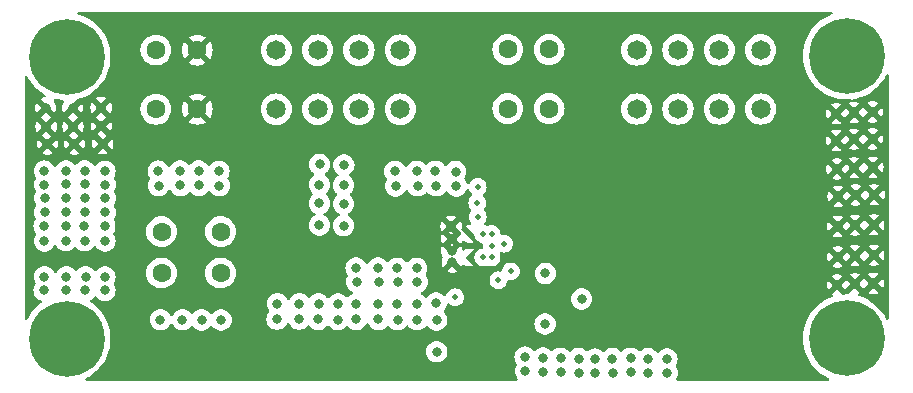
<source format=gbr>
%TF.GenerationSoftware,KiCad,Pcbnew,8.0.3*%
%TF.CreationDate,2024-08-06T18:37:16+01:00*%
%TF.ProjectId,DRV8243 DC Motor Driver Expander,44525638-3234-4332-9044-43204d6f746f,rev?*%
%TF.SameCoordinates,Original*%
%TF.FileFunction,Copper,L2,Inr*%
%TF.FilePolarity,Positive*%
%FSLAX46Y46*%
G04 Gerber Fmt 4.6, Leading zero omitted, Abs format (unit mm)*
G04 Created by KiCad (PCBNEW 8.0.3) date 2024-08-06 18:37:16*
%MOMM*%
%LPD*%
G01*
G04 APERTURE LIST*
%TA.AperFunction,ComponentPad*%
%ADD10C,0.800000*%
%TD*%
%TA.AperFunction,ComponentPad*%
%ADD11C,1.600200*%
%TD*%
%TA.AperFunction,ComponentPad*%
%ADD12C,0.499999*%
%TD*%
%TA.AperFunction,ComponentPad*%
%ADD13C,1.650000*%
%TD*%
%TA.AperFunction,ComponentPad*%
%ADD14C,6.400000*%
%TD*%
%TA.AperFunction,ViaPad*%
%ADD15C,0.800000*%
%TD*%
%TA.AperFunction,ViaPad*%
%ADD16C,0.500000*%
%TD*%
G04 APERTURE END LIST*
D10*
%TO.N,OUT2*%
%TO.C,*%
X105690000Y-91170000D03*
%TD*%
%TO.N,VCC*%
%TO.C,*%
X137820000Y-105830000D03*
%TD*%
%TO.N,OUT2*%
%TO.C,*%
X107380000Y-89960000D03*
%TD*%
%TO.N,OUT2*%
%TO.C,*%
X96030000Y-93430000D03*
%TD*%
%TO.N,VCC*%
%TO.C,*%
X134820000Y-105760000D03*
%TD*%
%TO.N,OUT2*%
%TO.C,*%
X92600000Y-91090000D03*
%TD*%
%TO.N,OUT1*%
%TO.C,*%
X118980000Y-101190000D03*
%TD*%
%TO.N,OUT2*%
%TO.C,*%
X127490000Y-91220000D03*
%TD*%
%TO.N,GND*%
%TO.C,*%
X97540000Y-87630000D03*
%TD*%
%TO.N,OUT1*%
%TO.C,*%
X104290000Y-102540000D03*
%TD*%
%TO.N,OUT2*%
%TO.C,*%
X115880000Y-92690000D03*
%TD*%
D11*
%TO.N,NFAULT*%
%TO.C,J3*%
X135331200Y-84654400D03*
X135331200Y-79654400D03*
%TO.N,IPROPI*%
X131831197Y-84654400D03*
X131831197Y-79654400D03*
%TD*%
D10*
%TO.N,OUT1*%
%TO.C,*%
X124150000Y-102530000D03*
%TD*%
%TO.N,GND*%
%TO.C,*%
X162750000Y-89640000D03*
%TD*%
%TO.N,OUT2*%
%TO.C,*%
X94430000Y-89940000D03*
%TD*%
%TO.N,VCC*%
%TO.C,*%
X134840000Y-106950000D03*
%TD*%
%TO.N,OUT1*%
%TO.C,*%
X114170000Y-102500000D03*
%TD*%
D12*
%TO.N,VCC*%
%TO.C,U1*%
X130454400Y-95265999D03*
X130454400Y-97266001D03*
X130454400Y-96266000D03*
%TO.N,OUT2*%
X129754399Y-95265999D03*
%TO.N,OUT1*%
X129754399Y-97266001D03*
%TO.N,GND*%
X128604401Y-97266001D03*
X128604401Y-95265999D03*
%TD*%
D11*
%TO.N,OUT1*%
%TO.C,J5*%
X102520000Y-98577200D03*
X107520000Y-98577200D03*
%TO.N,OUT2*%
X102520000Y-95077197D03*
X107520000Y-95077197D03*
%TD*%
D10*
%TO.N,OUT1*%
%TO.C,*%
X119040000Y-99320000D03*
%TD*%
%TO.N,VCC*%
%TO.C,*%
X142250000Y-106990000D03*
%TD*%
%TO.N,OUT2*%
%TO.C,*%
X117940000Y-94570000D03*
%TD*%
%TO.N,GND*%
%TO.C,*%
X162820000Y-97080000D03*
%TD*%
%TO.N,VCC*%
%TO.C,*%
X139230000Y-105870000D03*
%TD*%
%TO.N,OUT2*%
%TO.C,*%
X115900000Y-89390000D03*
%TD*%
%TO.N,OUT1*%
%TO.C,*%
X122470000Y-101200000D03*
%TD*%
%TO.N,OUT2*%
%TO.C,*%
X96010000Y-95850000D03*
%TD*%
%TO.N,GND*%
%TO.C,*%
X92710000Y-84600000D03*
%TD*%
%TO.N,OUT2*%
%TO.C,*%
X94450000Y-93430000D03*
%TD*%
%TO.N,OUT1*%
%TO.C,*%
X97720000Y-100060000D03*
%TD*%
%TO.N,OUT1*%
%TO.C,*%
X124120000Y-101210000D03*
%TD*%
%TO.N,OUT1*%
%TO.C,*%
X118980000Y-98160000D03*
%TD*%
%TO.N,OUT1*%
%TO.C,*%
X122500000Y-102520000D03*
%TD*%
%TO.N,GND*%
%TO.C,*%
X97430000Y-86150000D03*
%TD*%
%TO.N,GND*%
%TO.C,*%
X161240000Y-97110000D03*
%TD*%
%TO.N,OUT1*%
%TO.C,*%
X112320000Y-101180000D03*
%TD*%
%TO.N,GND*%
%TO.C,*%
X92740000Y-86180000D03*
%TD*%
%TO.N,OUT2*%
%TO.C,*%
X125770000Y-91200000D03*
%TD*%
%TO.N,GND*%
%TO.C,*%
X127070000Y-95680000D03*
%TD*%
%TO.N,GND*%
%TO.C,*%
X95020000Y-86180000D03*
%TD*%
%TO.N,VCC*%
%TO.C,*%
X143730000Y-107020000D03*
%TD*%
%TO.N,OUT2*%
%TO.C,*%
X92570000Y-94610000D03*
%TD*%
%TO.N,GND*%
%TO.C,*%
X161170000Y-89670000D03*
%TD*%
%TO.N,VCC*%
%TO.C,*%
X139250000Y-107060000D03*
%TD*%
%TO.N,GND*%
%TO.C,*%
X159760000Y-97220000D03*
%TD*%
%TO.N,OUT1*%
%TO.C,*%
X125770000Y-101120000D03*
%TD*%
%TO.N,GND*%
%TO.C,*%
X162790000Y-99460000D03*
%TD*%
%TO.N,OUT1*%
%TO.C,*%
X94450000Y-100040000D03*
%TD*%
%TO.N,OUT2*%
%TO.C,*%
X104080000Y-89940000D03*
%TD*%
%TO.N,OUT2*%
%TO.C,*%
X92610000Y-93440000D03*
%TD*%
%TO.N,OUT2*%
%TO.C,*%
X122350000Y-91210000D03*
%TD*%
%TO.N,OUT2*%
%TO.C,*%
X96010000Y-89940000D03*
%TD*%
%TO.N,GND*%
%TO.C,*%
X159660000Y-87370000D03*
%TD*%
%TO.N,OUT2*%
%TO.C,*%
X92590000Y-95860000D03*
%TD*%
%TO.N,GND*%
%TO.C,*%
X127130000Y-97650000D03*
%TD*%
%TO.N,OUT1*%
%TO.C,*%
X94460000Y-98900000D03*
%TD*%
%TO.N,OUT2*%
%TO.C,*%
X104110000Y-91170000D03*
%TD*%
D13*
%TO.N,NSLEEP*%
%TO.C,J2*%
X122732800Y-84705200D03*
X122732800Y-79705200D03*
%TO.N,IN1*%
X119232800Y-84705200D03*
X119232800Y-79705200D03*
%TO.N,IN2*%
X115732800Y-84705200D03*
X115732800Y-79705200D03*
%TO.N,DRVOFF*%
X112232800Y-84705200D03*
X112232800Y-79705200D03*
%TD*%
D10*
%TO.N,OUT1*%
%TO.C,*%
X105910000Y-102550000D03*
%TD*%
%TO.N,GND*%
%TO.C,*%
X92850000Y-87660000D03*
%TD*%
%TO.N,OUT1*%
%TO.C,*%
X119010000Y-102510000D03*
%TD*%
%TO.N,OUT2*%
%TO.C,*%
X92610000Y-92240000D03*
%TD*%
%TO.N,OUT1*%
%TO.C,*%
X114190000Y-101180000D03*
%TD*%
%TO.N,OUT1*%
%TO.C,*%
X115810000Y-101190000D03*
%TD*%
%TO.N,GND*%
%TO.C,*%
X127030000Y-94640000D03*
%TD*%
%TO.N,OUT1*%
%TO.C,*%
X112300000Y-102500000D03*
%TD*%
%TO.N,GND*%
%TO.C,*%
X162820000Y-94500000D03*
%TD*%
%TO.N,OUT2*%
%TO.C,*%
X127420000Y-89990000D03*
%TD*%
%TO.N,GND*%
%TO.C,*%
X162860000Y-91950000D03*
%TD*%
%TO.N,OUT2*%
%TO.C,*%
X96020000Y-91080000D03*
%TD*%
%TO.N,VCC*%
%TO.C,*%
X136320000Y-106990000D03*
%TD*%
%TO.N,GND*%
%TO.C,*%
X95130000Y-87660000D03*
%TD*%
%TO.N,VCC*%
%TO.C,*%
X140710000Y-107020000D03*
%TD*%
%TO.N,OUT1*%
%TO.C,*%
X92580000Y-100040000D03*
%TD*%
%TO.N,GND*%
%TO.C,*%
X161210000Y-99490000D03*
%TD*%
%TO.N,OUT2*%
%TO.C,*%
X102240000Y-89950000D03*
%TD*%
%TO.N,OUT2*%
%TO.C,*%
X94430000Y-95850000D03*
%TD*%
%TO.N,OUT1*%
%TO.C,*%
X96080000Y-98910000D03*
%TD*%
D11*
%TO.N,GND*%
%TO.C,J1*%
X105537001Y-84709000D03*
X105537001Y-79709000D03*
%TO.N,VCC*%
X102036998Y-84709000D03*
X102036998Y-79709000D03*
%TD*%
D10*
%TO.N,OUT2*%
%TO.C,*%
X117930000Y-91150000D03*
%TD*%
%TO.N,GND*%
%TO.C,*%
X161280000Y-91980000D03*
%TD*%
%TO.N,GND*%
%TO.C,*%
X159760000Y-94640000D03*
%TD*%
%TO.N,GND*%
%TO.C,*%
X127070000Y-96680000D03*
%TD*%
%TO.N,OUT1*%
%TO.C,*%
X97730000Y-98920000D03*
%TD*%
%TO.N,VCC*%
%TO.C,*%
X145330000Y-107040000D03*
%TD*%
%TO.N,GND*%
%TO.C,*%
X161140000Y-84980000D03*
%TD*%
%TO.N,VCC*%
%TO.C,*%
X145310000Y-105850000D03*
%TD*%
%TO.N,OUT2*%
%TO.C,*%
X97730000Y-89960000D03*
%TD*%
%TO.N,N/C*%
%TO.C,H2*%
X158128000Y-80183056D03*
X158830944Y-78486000D03*
X158830944Y-81880112D03*
X160528000Y-77783056D03*
D14*
X160528000Y-80183056D03*
D10*
X160528000Y-82583056D03*
X162225056Y-78486000D03*
X162225056Y-81880112D03*
X162928000Y-80183056D03*
%TD*%
%TO.N,GND*%
%TO.C,*%
X161140000Y-87260000D03*
%TD*%
%TO.N,VCC*%
%TO.C,*%
X143710000Y-105830000D03*
%TD*%
%TO.N,OUT2*%
%TO.C,*%
X105660000Y-89940000D03*
%TD*%
%TO.N,OUT1*%
%TO.C,*%
X122470000Y-98170000D03*
%TD*%
%TO.N,OUT1*%
%TO.C,*%
X124120000Y-98180000D03*
%TD*%
%TO.N,GND*%
%TO.C,*%
X94990000Y-84600000D03*
%TD*%
%TO.N,OUT2*%
%TO.C,*%
X97750000Y-92250000D03*
%TD*%
%TO.N,OUT2*%
%TO.C,*%
X97750000Y-93450000D03*
%TD*%
%TO.N,OUT1*%
%TO.C,*%
X115790000Y-102510000D03*
%TD*%
%TO.N,N/C*%
%TO.C,H3*%
X92088000Y-104140000D03*
X92790944Y-102442944D03*
X92790944Y-105837056D03*
X94488000Y-101740000D03*
D14*
X94488000Y-104140000D03*
D10*
X94488000Y-106540000D03*
X96185056Y-102442944D03*
X96185056Y-105837056D03*
X96888000Y-104140000D03*
%TD*%
%TO.N,OUT1*%
%TO.C,*%
X120850000Y-101190000D03*
%TD*%
%TO.N,OUT2*%
%TO.C,*%
X102270000Y-91180000D03*
%TD*%
%TO.N,OUT2*%
%TO.C,*%
X97730000Y-95870000D03*
%TD*%
%TO.N,OUT2*%
%TO.C,*%
X94410000Y-94600000D03*
%TD*%
%TO.N,OUT1*%
%TO.C,*%
X120910000Y-99320000D03*
%TD*%
%TO.N,GND*%
%TO.C,*%
X162720000Y-84950000D03*
%TD*%
%TO.N,OUT2*%
%TO.C,*%
X124120000Y-89970000D03*
%TD*%
%TO.N,OUT1*%
%TO.C,*%
X122530000Y-99330000D03*
%TD*%
%TO.N,OUT2*%
%TO.C,*%
X125700000Y-89970000D03*
%TD*%
%TO.N,OUT2*%
%TO.C,*%
X115880000Y-91110000D03*
%TD*%
%TO.N,OUT1*%
%TO.C,*%
X124180000Y-99340000D03*
%TD*%
%TO.N,VCC*%
%TO.C,*%
X133320000Y-106890000D03*
%TD*%
%TO.N,VCC*%
%TO.C,*%
X142230000Y-105800000D03*
%TD*%
%TO.N,OUT2*%
%TO.C,*%
X97710000Y-94620000D03*
%TD*%
%TO.N,OUT1*%
%TO.C,*%
X92590000Y-98900000D03*
%TD*%
%TO.N,OUT2*%
%TO.C,*%
X107410000Y-91190000D03*
%TD*%
%TO.N,OUT2*%
%TO.C,*%
X94440000Y-91080000D03*
%TD*%
%TO.N,GND*%
%TO.C,*%
X161240000Y-94530000D03*
%TD*%
%TO.N,VCC*%
%TO.C,*%
X136300000Y-105800000D03*
%TD*%
%TO.N,OUT2*%
%TO.C,*%
X97740000Y-91100000D03*
%TD*%
%TO.N,OUT1*%
%TO.C,*%
X96070000Y-100050000D03*
%TD*%
%TO.N,GND*%
%TO.C,*%
X162720000Y-87230000D03*
%TD*%
%TO.N,OUT2*%
%TO.C,*%
X92590000Y-89950000D03*
%TD*%
%TO.N,VCC*%
%TO.C,*%
X133300000Y-105700000D03*
%TD*%
%TO.N,OUT2*%
%TO.C,*%
X115890000Y-94530000D03*
%TD*%
%TO.N,OUT1*%
%TO.C,*%
X102420000Y-102540000D03*
%TD*%
%TO.N,OUT1*%
%TO.C,*%
X120880000Y-102510000D03*
%TD*%
%TO.N,OUT2*%
%TO.C,*%
X95990000Y-94600000D03*
%TD*%
%TO.N,GND*%
%TO.C,*%
X159800000Y-92090000D03*
%TD*%
%TO.N,OUT2*%
%TO.C,*%
X96030000Y-92230000D03*
%TD*%
%TO.N,OUT2*%
%TO.C,*%
X117950000Y-89430000D03*
%TD*%
%TO.N,OUT1*%
%TO.C,*%
X117440000Y-102520000D03*
%TD*%
%TO.N,OUT2*%
%TO.C,*%
X124190000Y-91200000D03*
%TD*%
%TO.N,GND*%
%TO.C,*%
X159730000Y-99600000D03*
%TD*%
%TO.N,OUT1*%
%TO.C,*%
X125820000Y-102560002D03*
%TD*%
%TO.N,OUT2*%
%TO.C,*%
X94450000Y-92230000D03*
%TD*%
%TO.N,VCC*%
%TO.C,*%
X140690000Y-105830000D03*
%TD*%
%TO.N,OUT1*%
%TO.C,*%
X107560000Y-102560000D03*
%TD*%
D13*
%TO.N,CSN*%
%TO.C,J4*%
X153244000Y-84694400D03*
X153244000Y-79694400D03*
%TO.N,SCLK*%
X149744000Y-84694400D03*
X149744000Y-79694400D03*
%TO.N,SDI*%
X146244000Y-84694400D03*
X146244000Y-79694400D03*
%TO.N,SDO*%
X142744000Y-84694400D03*
X142744000Y-79694400D03*
%TD*%
D10*
%TO.N,OUT2*%
%TO.C,*%
X117930000Y-92730000D03*
%TD*%
%TO.N,N/C*%
%TO.C,H1*%
X92088000Y-80264000D03*
X92790944Y-78566944D03*
X92790944Y-81961056D03*
X94488000Y-77864000D03*
D14*
X94488000Y-80264000D03*
D10*
X94488000Y-82664000D03*
X96185056Y-78566944D03*
X96185056Y-81961056D03*
X96888000Y-80264000D03*
%TD*%
%TO.N,VCC*%
%TO.C,*%
X137840000Y-107020000D03*
%TD*%
%TO.N,GND*%
%TO.C,*%
X159690000Y-89780000D03*
%TD*%
%TO.N,OUT2*%
%TO.C,*%
X122280000Y-89980000D03*
%TD*%
%TO.N,GND*%
%TO.C,*%
X97400000Y-84570000D03*
%TD*%
%TO.N,OUT1*%
%TO.C,*%
X117460000Y-101200000D03*
%TD*%
%TO.N,N/C*%
%TO.C,H4*%
X158128000Y-104093944D03*
X158830944Y-102396888D03*
X158830944Y-105791000D03*
X160528000Y-101693944D03*
D14*
X160528000Y-104093944D03*
D10*
X160528000Y-106493944D03*
X162225056Y-102396888D03*
X162225056Y-105791000D03*
X162928000Y-104093944D03*
%TD*%
%TO.N,OUT1*%
%TO.C,*%
X120850000Y-98160000D03*
%TD*%
%TO.N,GND*%
%TO.C,*%
X159660000Y-85090000D03*
%TD*%
D15*
%TO.N,VCC*%
X134990000Y-102890000D03*
X135010000Y-98620000D03*
X138090000Y-100780000D03*
%TO.N,GND*%
X129900000Y-102430000D03*
X133900000Y-89230000D03*
X145340000Y-100790000D03*
X133870000Y-92370000D03*
D16*
%TO.N,DRVOFF*%
X131040000Y-99190000D03*
%TO.N,OUT1*%
X127380000Y-100630000D03*
D15*
X125820000Y-105250000D03*
D16*
%TO.N,OUT2*%
X129260000Y-92640000D03*
X129286000Y-93827600D03*
X129280000Y-91280000D03*
%TO.N,IN2*%
X132090000Y-98450000D03*
%TO.N,IN1*%
X131509985Y-96089985D03*
%TD*%
%TA.AperFunction,Conductor*%
%TO.N,GND*%
G36*
X159314539Y-76473685D02*
G01*
X159360294Y-76526489D01*
X159370238Y-76595647D01*
X159341213Y-76659203D01*
X159291938Y-76693764D01*
X159020802Y-76797843D01*
X158675206Y-76973933D01*
X158349917Y-77185178D01*
X158048488Y-77429271D01*
X158048480Y-77429278D01*
X157774222Y-77703536D01*
X157774215Y-77703544D01*
X157530122Y-78004973D01*
X157318877Y-78330262D01*
X157142787Y-78675858D01*
X157003788Y-79037961D01*
X156903397Y-79412626D01*
X156903397Y-79412628D01*
X156842722Y-79795716D01*
X156822422Y-80183055D01*
X156822422Y-80183056D01*
X156842722Y-80570395D01*
X156900527Y-80935363D01*
X156903398Y-80953489D01*
X156903942Y-80955521D01*
X157003788Y-81328150D01*
X157142787Y-81690253D01*
X157318877Y-82035849D01*
X157530122Y-82361138D01*
X157595671Y-82442084D01*
X157774219Y-82662572D01*
X158048484Y-82936837D01*
X158148445Y-83017784D01*
X158349917Y-83180933D01*
X158662690Y-83384050D01*
X158675211Y-83392181D01*
X159020806Y-83568270D01*
X159382913Y-83707270D01*
X159757567Y-83807658D01*
X160140662Y-83868334D01*
X160506576Y-83887511D01*
X160527999Y-83888634D01*
X160528000Y-83888634D01*
X160528001Y-83888634D01*
X160542948Y-83887850D01*
X160836251Y-83872478D01*
X160904226Y-83888627D01*
X160952682Y-83938963D01*
X160966231Y-84007507D01*
X160940573Y-84072494D01*
X160883852Y-84113294D01*
X160868527Y-84117597D01*
X160860354Y-84119334D01*
X160702961Y-84189409D01*
X161140000Y-84626447D01*
X161140001Y-84626447D01*
X161577037Y-84189409D01*
X161509655Y-84159409D01*
X162282961Y-84159409D01*
X162720000Y-84596447D01*
X162720001Y-84596447D01*
X163157037Y-84159409D01*
X162999644Y-84089334D01*
X162814594Y-84050000D01*
X162625406Y-84050000D01*
X162440355Y-84089334D01*
X162282961Y-84159409D01*
X161509655Y-84159409D01*
X161419644Y-84119334D01*
X161234594Y-84080000D01*
X161154500Y-84080000D01*
X161087461Y-84060315D01*
X161041706Y-84007511D01*
X161031762Y-83938353D01*
X161060787Y-83874797D01*
X161119565Y-83837023D01*
X161135102Y-83833527D01*
X161140648Y-83832648D01*
X161298433Y-83807658D01*
X161673087Y-83707270D01*
X162035194Y-83568270D01*
X162380789Y-83392181D01*
X162706084Y-83180932D01*
X163007516Y-82936837D01*
X163281781Y-82662572D01*
X163525876Y-82361140D01*
X163737125Y-82035845D01*
X163849515Y-81815265D01*
X163897489Y-81764470D01*
X163965310Y-81747675D01*
X164031445Y-81770212D01*
X164074897Y-81824927D01*
X164084000Y-81871561D01*
X164084000Y-102405438D01*
X164064315Y-102472477D01*
X164011511Y-102518232D01*
X163942353Y-102528176D01*
X163878797Y-102499151D01*
X163849515Y-102461733D01*
X163773090Y-102311740D01*
X163737125Y-102241155D01*
X163732418Y-102233907D01*
X163525877Y-101915861D01*
X163360968Y-101712216D01*
X163281781Y-101614428D01*
X163007516Y-101340163D01*
X162826310Y-101193425D01*
X162706082Y-101096066D01*
X162380793Y-100884821D01*
X162035197Y-100708731D01*
X161673094Y-100569732D01*
X161673087Y-100569730D01*
X161589630Y-100547367D01*
X161529972Y-100511004D01*
X161499443Y-100448157D01*
X161507738Y-100378781D01*
X161552223Y-100324903D01*
X161571291Y-100314314D01*
X161647037Y-100280589D01*
X161617037Y-100250589D01*
X162352961Y-100250589D01*
X162510355Y-100320665D01*
X162695406Y-100360000D01*
X162884594Y-100360000D01*
X163069646Y-100320665D01*
X163069651Y-100320663D01*
X163227036Y-100250590D01*
X163227037Y-100250589D01*
X162790001Y-99813553D01*
X162790000Y-99813553D01*
X162352961Y-100250589D01*
X161617037Y-100250589D01*
X161210001Y-99843553D01*
X161210000Y-99843553D01*
X160762411Y-100291139D01*
X160759732Y-100317231D01*
X160716151Y-100371843D01*
X160649962Y-100394223D01*
X160638458Y-100394154D01*
X160528002Y-100388366D01*
X160527998Y-100388366D01*
X160238031Y-100403562D01*
X160170054Y-100387413D01*
X160143861Y-100367413D01*
X159730001Y-99953553D01*
X159730000Y-99953553D01*
X159292961Y-100390589D01*
X159294365Y-100398164D01*
X159330431Y-100428819D01*
X159350753Y-100495668D01*
X159331708Y-100562892D01*
X159279342Y-100609148D01*
X159271197Y-100612613D01*
X159020802Y-100708731D01*
X158675206Y-100884821D01*
X158349917Y-101096066D01*
X158048488Y-101340159D01*
X158048480Y-101340166D01*
X157774222Y-101614424D01*
X157774215Y-101614432D01*
X157530122Y-101915861D01*
X157318877Y-102241150D01*
X157142787Y-102586746D01*
X157003788Y-102948849D01*
X156903397Y-103323514D01*
X156903397Y-103323516D01*
X156842722Y-103706604D01*
X156822422Y-104093943D01*
X156822422Y-104093944D01*
X156842722Y-104481283D01*
X156899356Y-104838855D01*
X156903398Y-104864377D01*
X157000772Y-105227784D01*
X157003788Y-105239038D01*
X157142787Y-105601141D01*
X157318877Y-105946737D01*
X157530122Y-106272026D01*
X157732319Y-106521718D01*
X157774219Y-106573460D01*
X158048484Y-106847725D01*
X158105362Y-106893784D01*
X158349917Y-107091821D01*
X158606237Y-107258277D01*
X158675211Y-107303069D01*
X158874558Y-107404641D01*
X158986180Y-107461515D01*
X159036976Y-107509489D01*
X159053771Y-107577310D01*
X159031234Y-107643445D01*
X158976519Y-107686897D01*
X158929885Y-107696000D01*
X146205840Y-107696000D01*
X146138801Y-107676315D01*
X146093046Y-107623511D01*
X146083102Y-107554353D01*
X146098453Y-107510000D01*
X146109540Y-107490797D01*
X146157179Y-107408284D01*
X146215674Y-107228256D01*
X146235460Y-107040000D01*
X146215674Y-106851744D01*
X146157179Y-106671716D01*
X146062533Y-106507784D01*
X146058715Y-106502529D01*
X146061054Y-106500829D01*
X146036248Y-106449281D01*
X146044799Y-106379937D01*
X146051213Y-106367180D01*
X146137179Y-106218284D01*
X146195674Y-106038256D01*
X146215460Y-105850000D01*
X146195674Y-105661744D01*
X146137179Y-105481716D01*
X146042533Y-105317784D01*
X145915871Y-105177112D01*
X145915870Y-105177111D01*
X145762734Y-105065851D01*
X145762729Y-105065848D01*
X145589807Y-104988857D01*
X145589802Y-104988855D01*
X145444001Y-104957865D01*
X145404646Y-104949500D01*
X145215354Y-104949500D01*
X145182897Y-104956398D01*
X145030197Y-104988855D01*
X145030192Y-104988857D01*
X144857270Y-105065848D01*
X144857265Y-105065851D01*
X144704129Y-105177111D01*
X144704128Y-105177112D01*
X144611153Y-105280371D01*
X144551667Y-105317019D01*
X144481810Y-105315688D01*
X144426854Y-105280371D01*
X144315871Y-105157112D01*
X144311222Y-105153734D01*
X144162734Y-105045851D01*
X144162729Y-105045848D01*
X143989807Y-104968857D01*
X143989802Y-104968855D01*
X143844001Y-104937865D01*
X143804646Y-104929500D01*
X143615354Y-104929500D01*
X143582897Y-104936398D01*
X143430197Y-104968855D01*
X143430192Y-104968857D01*
X143257270Y-105045848D01*
X143257265Y-105045851D01*
X143104129Y-105157111D01*
X143104128Y-105157112D01*
X143075655Y-105188735D01*
X143016168Y-105225383D01*
X142946311Y-105224052D01*
X142891356Y-105188734D01*
X142835870Y-105127111D01*
X142682734Y-105015851D01*
X142682729Y-105015848D01*
X142509807Y-104938857D01*
X142509802Y-104938855D01*
X142364001Y-104907865D01*
X142324646Y-104899500D01*
X142135354Y-104899500D01*
X142102897Y-104906398D01*
X141950197Y-104938855D01*
X141950192Y-104938857D01*
X141777270Y-105015848D01*
X141777265Y-105015851D01*
X141624129Y-105127111D01*
X141624128Y-105127112D01*
X141538642Y-105222053D01*
X141479155Y-105258701D01*
X141409298Y-105257370D01*
X141354343Y-105222052D01*
X141324344Y-105188735D01*
X141295871Y-105157112D01*
X141291222Y-105153734D01*
X141142734Y-105045851D01*
X141142729Y-105045848D01*
X140969807Y-104968857D01*
X140969802Y-104968855D01*
X140824001Y-104937865D01*
X140784646Y-104929500D01*
X140595354Y-104929500D01*
X140562897Y-104936398D01*
X140410197Y-104968855D01*
X140410192Y-104968857D01*
X140237270Y-105045848D01*
X140237265Y-105045851D01*
X140084129Y-105157111D01*
X140084128Y-105157112D01*
X140034140Y-105212629D01*
X139974653Y-105249277D01*
X139904796Y-105247946D01*
X139849840Y-105212627D01*
X139835871Y-105197112D01*
X139835870Y-105197111D01*
X139835869Y-105197110D01*
X139682734Y-105085851D01*
X139682729Y-105085848D01*
X139509807Y-105008857D01*
X139509802Y-105008855D01*
X139354511Y-104975848D01*
X139324646Y-104969500D01*
X139135354Y-104969500D01*
X139105489Y-104975848D01*
X138950197Y-105008855D01*
X138950192Y-105008857D01*
X138777270Y-105085848D01*
X138777265Y-105085851D01*
X138618871Y-105200931D01*
X138617594Y-105199174D01*
X138563689Y-105225045D01*
X138494354Y-105216422D01*
X138451556Y-105185638D01*
X138430808Y-105162595D01*
X138425871Y-105157112D01*
X138425870Y-105157111D01*
X138425864Y-105157106D01*
X138272734Y-105045851D01*
X138272729Y-105045848D01*
X138099807Y-104968857D01*
X138099802Y-104968855D01*
X137954001Y-104937865D01*
X137914646Y-104929500D01*
X137725354Y-104929500D01*
X137692897Y-104936398D01*
X137540197Y-104968855D01*
X137540192Y-104968857D01*
X137367270Y-105045848D01*
X137367265Y-105045851D01*
X137214129Y-105157111D01*
X137214128Y-105157112D01*
X137165655Y-105210947D01*
X137106169Y-105247595D01*
X137036312Y-105246264D01*
X136981357Y-105210947D01*
X136905871Y-105127112D01*
X136850816Y-105087112D01*
X136752734Y-105015851D01*
X136752729Y-105015848D01*
X136579807Y-104938857D01*
X136579802Y-104938855D01*
X136434001Y-104907865D01*
X136394646Y-104899500D01*
X136205354Y-104899500D01*
X136172897Y-104906398D01*
X136020197Y-104938855D01*
X136020192Y-104938857D01*
X135847270Y-105015848D01*
X135847265Y-105015851D01*
X135694135Y-105127106D01*
X135694128Y-105127112D01*
X135670157Y-105153735D01*
X135610670Y-105190383D01*
X135540813Y-105189052D01*
X135485858Y-105153734D01*
X135425870Y-105087111D01*
X135272734Y-104975851D01*
X135272729Y-104975848D01*
X135099807Y-104898857D01*
X135099802Y-104898855D01*
X134954001Y-104867865D01*
X134914646Y-104859500D01*
X134725354Y-104859500D01*
X134692897Y-104866398D01*
X134540197Y-104898855D01*
X134540192Y-104898857D01*
X134367270Y-104975848D01*
X134367265Y-104975851D01*
X134214129Y-105087111D01*
X134214128Y-105087112D01*
X134179161Y-105125947D01*
X134119674Y-105162595D01*
X134049817Y-105161264D01*
X133994862Y-105125946D01*
X133905870Y-105027111D01*
X133752734Y-104915851D01*
X133752729Y-104915848D01*
X133579807Y-104838857D01*
X133579802Y-104838855D01*
X133434001Y-104807865D01*
X133394646Y-104799500D01*
X133205354Y-104799500D01*
X133172897Y-104806398D01*
X133020197Y-104838855D01*
X133020192Y-104838857D01*
X132847270Y-104915848D01*
X132847265Y-104915851D01*
X132694129Y-105027111D01*
X132567466Y-105167785D01*
X132472821Y-105331715D01*
X132472818Y-105331722D01*
X132414327Y-105511740D01*
X132414326Y-105511744D01*
X132394540Y-105700000D01*
X132414326Y-105888256D01*
X132414327Y-105888259D01*
X132472818Y-106068277D01*
X132472821Y-106068284D01*
X132567466Y-106232215D01*
X132571285Y-106237471D01*
X132568948Y-106239168D01*
X132593754Y-106290732D01*
X132585195Y-106360075D01*
X132578781Y-106372828D01*
X132492820Y-106521718D01*
X132492818Y-106521722D01*
X132434327Y-106701740D01*
X132434326Y-106701744D01*
X132414540Y-106890000D01*
X132434326Y-107078256D01*
X132434327Y-107078259D01*
X132492818Y-107258277D01*
X132492821Y-107258284D01*
X132587467Y-107422216D01*
X132646463Y-107487737D01*
X132647625Y-107489028D01*
X132677855Y-107552019D01*
X132669230Y-107621355D01*
X132624488Y-107675020D01*
X132557836Y-107695978D01*
X132555475Y-107696000D01*
X96176506Y-107696000D01*
X96109467Y-107676315D01*
X96063712Y-107623511D01*
X96053768Y-107554353D01*
X96082793Y-107490797D01*
X96120211Y-107461515D01*
X96197343Y-107422214D01*
X96340789Y-107349125D01*
X96666084Y-107137876D01*
X96967516Y-106893781D01*
X97241781Y-106619516D01*
X97485876Y-106318084D01*
X97697125Y-105992789D01*
X97873214Y-105647194D01*
X98012214Y-105285087D01*
X98021616Y-105250000D01*
X124914540Y-105250000D01*
X124934326Y-105438256D01*
X124934327Y-105438259D01*
X124992818Y-105618277D01*
X124992821Y-105618284D01*
X125087467Y-105782216D01*
X125182946Y-105888256D01*
X125214129Y-105922888D01*
X125367265Y-106034148D01*
X125367270Y-106034151D01*
X125540192Y-106111142D01*
X125540197Y-106111144D01*
X125725354Y-106150500D01*
X125725355Y-106150500D01*
X125914644Y-106150500D01*
X125914646Y-106150500D01*
X126099803Y-106111144D01*
X126272730Y-106034151D01*
X126425871Y-105922888D01*
X126552533Y-105782216D01*
X126647179Y-105618284D01*
X126705674Y-105438256D01*
X126725460Y-105250000D01*
X126705674Y-105061744D01*
X126647179Y-104881716D01*
X126552533Y-104717784D01*
X126425871Y-104577112D01*
X126425870Y-104577111D01*
X126272734Y-104465851D01*
X126272729Y-104465848D01*
X126099807Y-104388857D01*
X126099802Y-104388855D01*
X125954001Y-104357865D01*
X125914646Y-104349500D01*
X125725354Y-104349500D01*
X125692897Y-104356398D01*
X125540197Y-104388855D01*
X125540192Y-104388857D01*
X125367270Y-104465848D01*
X125367265Y-104465851D01*
X125214129Y-104577111D01*
X125087466Y-104717785D01*
X124992821Y-104881715D01*
X124992818Y-104881722D01*
X124939490Y-105045851D01*
X124934326Y-105061744D01*
X124914540Y-105250000D01*
X98021616Y-105250000D01*
X98112602Y-104910433D01*
X98173278Y-104527338D01*
X98193578Y-104140000D01*
X98173278Y-103752662D01*
X98112602Y-103369567D01*
X98012214Y-102994913D01*
X97873214Y-102632806D01*
X97825927Y-102540000D01*
X101514540Y-102540000D01*
X101534326Y-102728256D01*
X101534327Y-102728259D01*
X101592818Y-102908277D01*
X101592821Y-102908284D01*
X101687467Y-103072216D01*
X101778113Y-103172888D01*
X101814129Y-103212888D01*
X101967265Y-103324148D01*
X101967270Y-103324151D01*
X102140192Y-103401142D01*
X102140197Y-103401144D01*
X102325354Y-103440500D01*
X102325355Y-103440500D01*
X102514644Y-103440500D01*
X102514646Y-103440500D01*
X102699803Y-103401144D01*
X102872730Y-103324151D01*
X103025871Y-103212888D01*
X103152533Y-103072216D01*
X103157553Y-103063522D01*
X103247613Y-102907532D01*
X103298179Y-102859316D01*
X103366786Y-102846092D01*
X103431651Y-102872060D01*
X103462387Y-102907532D01*
X103557463Y-103072211D01*
X103557465Y-103072214D01*
X103684129Y-103212888D01*
X103837265Y-103324148D01*
X103837270Y-103324151D01*
X104010192Y-103401142D01*
X104010197Y-103401144D01*
X104195354Y-103440500D01*
X104195355Y-103440500D01*
X104384644Y-103440500D01*
X104384646Y-103440500D01*
X104569803Y-103401144D01*
X104742730Y-103324151D01*
X104895871Y-103212888D01*
X105003349Y-103093521D01*
X105062833Y-103056874D01*
X105132690Y-103058204D01*
X105187646Y-103093521D01*
X105304129Y-103222888D01*
X105304132Y-103222890D01*
X105457265Y-103334148D01*
X105457270Y-103334151D01*
X105630192Y-103411142D01*
X105630197Y-103411144D01*
X105815354Y-103450500D01*
X105815355Y-103450500D01*
X106004644Y-103450500D01*
X106004646Y-103450500D01*
X106189803Y-103411144D01*
X106362730Y-103334151D01*
X106515871Y-103222888D01*
X106638400Y-103086805D01*
X106697884Y-103050158D01*
X106767741Y-103051488D01*
X106822355Y-103088074D01*
X106823119Y-103087387D01*
X106954129Y-103232888D01*
X107107265Y-103344148D01*
X107107270Y-103344151D01*
X107280192Y-103421142D01*
X107280197Y-103421144D01*
X107465354Y-103460500D01*
X107465355Y-103460500D01*
X107654644Y-103460500D01*
X107654646Y-103460500D01*
X107839803Y-103421144D01*
X108012730Y-103344151D01*
X108165871Y-103232888D01*
X108292533Y-103092216D01*
X108387179Y-102928284D01*
X108445674Y-102748256D01*
X108465460Y-102560000D01*
X108459154Y-102500000D01*
X111394540Y-102500000D01*
X111414326Y-102688256D01*
X111414327Y-102688259D01*
X111472818Y-102868277D01*
X111472821Y-102868284D01*
X111567467Y-103032216D01*
X111694129Y-103172888D01*
X111847265Y-103284148D01*
X111847270Y-103284151D01*
X112020192Y-103361142D01*
X112020197Y-103361144D01*
X112205354Y-103400500D01*
X112205355Y-103400500D01*
X112394644Y-103400500D01*
X112394646Y-103400500D01*
X112579803Y-103361144D01*
X112752730Y-103284151D01*
X112905871Y-103172888D01*
X113032533Y-103032216D01*
X113054075Y-102994905D01*
X113107114Y-102903038D01*
X113127179Y-102868284D01*
X113127179Y-102868283D01*
X113127613Y-102867532D01*
X113178179Y-102819316D01*
X113246786Y-102806092D01*
X113311651Y-102832060D01*
X113342387Y-102867532D01*
X113342820Y-102868283D01*
X113342821Y-102868284D01*
X113353462Y-102886715D01*
X113437463Y-103032211D01*
X113437465Y-103032214D01*
X113564129Y-103172888D01*
X113717265Y-103284148D01*
X113717270Y-103284151D01*
X113890192Y-103361142D01*
X113890197Y-103361144D01*
X114075354Y-103400500D01*
X114075355Y-103400500D01*
X114264644Y-103400500D01*
X114264646Y-103400500D01*
X114449803Y-103361144D01*
X114622730Y-103284151D01*
X114775871Y-103172888D01*
X114883349Y-103053521D01*
X114942833Y-103016874D01*
X115012690Y-103018204D01*
X115067646Y-103053521D01*
X115184129Y-103182888D01*
X115184132Y-103182890D01*
X115337265Y-103294148D01*
X115337270Y-103294151D01*
X115510192Y-103371142D01*
X115510197Y-103371144D01*
X115695354Y-103410500D01*
X115695355Y-103410500D01*
X115884644Y-103410500D01*
X115884646Y-103410500D01*
X116069803Y-103371144D01*
X116242730Y-103294151D01*
X116395871Y-103182888D01*
X116518400Y-103046805D01*
X116577884Y-103010158D01*
X116647741Y-103011488D01*
X116702355Y-103048074D01*
X116703119Y-103047387D01*
X116707466Y-103052215D01*
X116707467Y-103052216D01*
X116743483Y-103092216D01*
X116834129Y-103192888D01*
X116987265Y-103304148D01*
X116987270Y-103304151D01*
X117160192Y-103381142D01*
X117160197Y-103381144D01*
X117345354Y-103420500D01*
X117345355Y-103420500D01*
X117534644Y-103420500D01*
X117534646Y-103420500D01*
X117719803Y-103381144D01*
X117892730Y-103304151D01*
X118045871Y-103192888D01*
X118137352Y-103091287D01*
X118196839Y-103054639D01*
X118266696Y-103055970D01*
X118321651Y-103091287D01*
X118323664Y-103093523D01*
X118404129Y-103182888D01*
X118557265Y-103294148D01*
X118557270Y-103294151D01*
X118730192Y-103371142D01*
X118730197Y-103371144D01*
X118915354Y-103410500D01*
X118915355Y-103410500D01*
X119104644Y-103410500D01*
X119104646Y-103410500D01*
X119289803Y-103371144D01*
X119462730Y-103294151D01*
X119615871Y-103182888D01*
X119742533Y-103042216D01*
X119748307Y-103032216D01*
X119808310Y-102928286D01*
X119837179Y-102878284D01*
X119837179Y-102878283D01*
X119837613Y-102877532D01*
X119888179Y-102829316D01*
X119956786Y-102816092D01*
X120021651Y-102842060D01*
X120052387Y-102877532D01*
X120052820Y-102878283D01*
X120052821Y-102878284D01*
X120059585Y-102890000D01*
X120147463Y-103042211D01*
X120147465Y-103042214D01*
X120274129Y-103182888D01*
X120427265Y-103294148D01*
X120427270Y-103294151D01*
X120600192Y-103371142D01*
X120600197Y-103371144D01*
X120785354Y-103410500D01*
X120785355Y-103410500D01*
X120974644Y-103410500D01*
X120974646Y-103410500D01*
X121159803Y-103371144D01*
X121332730Y-103294151D01*
X121485871Y-103182888D01*
X121593349Y-103063521D01*
X121652833Y-103026874D01*
X121722690Y-103028204D01*
X121777646Y-103063521D01*
X121894129Y-103192888D01*
X121894132Y-103192890D01*
X122047265Y-103304148D01*
X122047270Y-103304151D01*
X122220192Y-103381142D01*
X122220197Y-103381144D01*
X122405354Y-103420500D01*
X122405355Y-103420500D01*
X122594644Y-103420500D01*
X122594646Y-103420500D01*
X122779803Y-103381144D01*
X122952730Y-103304151D01*
X123105871Y-103192888D01*
X123228400Y-103056805D01*
X123287884Y-103020158D01*
X123357741Y-103021488D01*
X123412355Y-103058074D01*
X123413119Y-103057387D01*
X123544129Y-103202888D01*
X123697265Y-103314148D01*
X123697270Y-103314151D01*
X123870192Y-103391142D01*
X123870197Y-103391144D01*
X124055354Y-103430500D01*
X124055355Y-103430500D01*
X124244644Y-103430500D01*
X124244646Y-103430500D01*
X124429803Y-103391144D01*
X124602730Y-103314151D01*
X124755871Y-103202888D01*
X124882533Y-103062216D01*
X124882535Y-103062211D01*
X124882644Y-103062091D01*
X124942130Y-103025442D01*
X125011987Y-103026772D01*
X125070036Y-103065659D01*
X125082181Y-103083063D01*
X125087466Y-103092216D01*
X125087465Y-103092216D01*
X125214129Y-103232890D01*
X125367265Y-103344150D01*
X125367270Y-103344153D01*
X125540192Y-103421144D01*
X125540197Y-103421146D01*
X125725354Y-103460502D01*
X125725355Y-103460502D01*
X125914644Y-103460502D01*
X125914646Y-103460502D01*
X126099803Y-103421146D01*
X126272730Y-103344153D01*
X126425871Y-103232890D01*
X126552533Y-103092218D01*
X126647179Y-102928286D01*
X126659619Y-102890000D01*
X134084540Y-102890000D01*
X134104326Y-103078256D01*
X134104327Y-103078259D01*
X134162818Y-103258277D01*
X134162821Y-103258284D01*
X134257467Y-103422216D01*
X134384129Y-103562888D01*
X134537265Y-103674148D01*
X134537270Y-103674151D01*
X134710192Y-103751142D01*
X134710197Y-103751144D01*
X134895354Y-103790500D01*
X134895355Y-103790500D01*
X135084644Y-103790500D01*
X135084646Y-103790500D01*
X135269803Y-103751144D01*
X135442730Y-103674151D01*
X135595871Y-103562888D01*
X135722533Y-103422216D01*
X135817179Y-103258284D01*
X135875674Y-103078256D01*
X135895460Y-102890000D01*
X135875674Y-102701744D01*
X135817179Y-102521716D01*
X135722533Y-102357784D01*
X135595871Y-102217112D01*
X135595870Y-102217111D01*
X135442734Y-102105851D01*
X135442729Y-102105848D01*
X135269807Y-102028857D01*
X135269802Y-102028855D01*
X135117470Y-101996477D01*
X135084646Y-101989500D01*
X134895354Y-101989500D01*
X134862897Y-101996398D01*
X134710197Y-102028855D01*
X134710192Y-102028857D01*
X134537270Y-102105848D01*
X134537265Y-102105851D01*
X134384129Y-102217111D01*
X134257466Y-102357785D01*
X134162821Y-102521715D01*
X134162818Y-102521722D01*
X134105459Y-102698256D01*
X134104326Y-102701744D01*
X134084540Y-102890000D01*
X126659619Y-102890000D01*
X126705674Y-102748258D01*
X126725460Y-102560002D01*
X126705674Y-102371746D01*
X126647179Y-102191718D01*
X126552533Y-102027786D01*
X126433158Y-101895207D01*
X126402928Y-101832216D01*
X126411553Y-101762880D01*
X126433155Y-101729266D01*
X126502533Y-101652216D01*
X126597179Y-101488284D01*
X126655674Y-101308256D01*
X126660952Y-101258037D01*
X126687535Y-101193425D01*
X126744833Y-101153440D01*
X126814652Y-101150780D01*
X126871953Y-101183320D01*
X126909109Y-101220476D01*
X126909115Y-101220481D01*
X127052302Y-101310452D01*
X127052305Y-101310454D01*
X127052309Y-101310455D01*
X127052310Y-101310456D01*
X127057340Y-101312216D01*
X127211943Y-101366314D01*
X127379997Y-101385249D01*
X127380000Y-101385249D01*
X127380003Y-101385249D01*
X127548056Y-101366314D01*
X127548059Y-101366313D01*
X127707690Y-101310456D01*
X127707692Y-101310454D01*
X127707694Y-101310454D01*
X127707697Y-101310452D01*
X127850884Y-101220481D01*
X127850885Y-101220480D01*
X127850890Y-101220477D01*
X127970477Y-101100890D01*
X128037522Y-100994189D01*
X128060452Y-100957697D01*
X128060454Y-100957694D01*
X128060454Y-100957692D01*
X128060456Y-100957690D01*
X128116313Y-100798059D01*
X128116313Y-100798058D01*
X128116314Y-100798056D01*
X128118348Y-100780000D01*
X137184540Y-100780000D01*
X137204326Y-100968256D01*
X137204327Y-100968259D01*
X137262818Y-101148277D01*
X137262821Y-101148284D01*
X137357467Y-101312216D01*
X137484129Y-101452888D01*
X137637265Y-101564148D01*
X137637270Y-101564151D01*
X137810192Y-101641142D01*
X137810197Y-101641144D01*
X137995354Y-101680500D01*
X137995355Y-101680500D01*
X138184644Y-101680500D01*
X138184646Y-101680500D01*
X138369803Y-101641144D01*
X138542730Y-101564151D01*
X138695871Y-101452888D01*
X138822533Y-101312216D01*
X138917179Y-101148284D01*
X138975674Y-100968256D01*
X138995460Y-100780000D01*
X138975674Y-100591744D01*
X138917179Y-100411716D01*
X138822533Y-100247784D01*
X138695871Y-100107112D01*
X138691796Y-100104151D01*
X138542734Y-99995851D01*
X138542729Y-99995848D01*
X138369807Y-99918857D01*
X138369802Y-99918855D01*
X138224001Y-99887865D01*
X138184646Y-99879500D01*
X137995354Y-99879500D01*
X137962897Y-99886398D01*
X137810197Y-99918855D01*
X137810192Y-99918857D01*
X137637270Y-99995848D01*
X137637265Y-99995851D01*
X137484129Y-100107111D01*
X137357466Y-100247785D01*
X137262821Y-100411715D01*
X137262818Y-100411722D01*
X137205518Y-100588074D01*
X137204326Y-100591744D01*
X137184540Y-100780000D01*
X128118348Y-100780000D01*
X128135249Y-100630002D01*
X128135249Y-100629997D01*
X128116314Y-100461943D01*
X128082364Y-100364921D01*
X128060456Y-100302310D01*
X128060455Y-100302309D01*
X128060454Y-100302305D01*
X128060452Y-100302302D01*
X127970481Y-100159115D01*
X127970476Y-100159109D01*
X127850890Y-100039523D01*
X127850884Y-100039518D01*
X127707697Y-99949547D01*
X127707694Y-99949545D01*
X127548056Y-99893685D01*
X127380003Y-99874751D01*
X127379997Y-99874751D01*
X127211943Y-99893685D01*
X127052305Y-99949545D01*
X127052302Y-99949547D01*
X126909115Y-100039518D01*
X126909109Y-100039523D01*
X126789523Y-100159109D01*
X126789518Y-100159115D01*
X126699547Y-100302302D01*
X126699542Y-100302313D01*
X126641603Y-100467891D01*
X126600881Y-100524667D01*
X126535929Y-100550414D01*
X126467367Y-100536957D01*
X126432415Y-100509910D01*
X126375871Y-100447112D01*
X126350693Y-100428819D01*
X126222734Y-100335851D01*
X126222729Y-100335848D01*
X126049807Y-100258857D01*
X126049802Y-100258855D01*
X125877880Y-100222313D01*
X125864646Y-100219500D01*
X125675354Y-100219500D01*
X125662120Y-100222313D01*
X125490197Y-100258855D01*
X125490192Y-100258857D01*
X125317270Y-100335848D01*
X125317265Y-100335851D01*
X125164129Y-100447111D01*
X125037467Y-100587783D01*
X125018889Y-100619962D01*
X124968321Y-100668177D01*
X124899714Y-100681399D01*
X124834850Y-100655431D01*
X124819352Y-100640933D01*
X124796709Y-100615786D01*
X124725871Y-100537112D01*
X124713635Y-100528222D01*
X124572734Y-100425851D01*
X124572729Y-100425848D01*
X124518348Y-100401636D01*
X124465111Y-100356385D01*
X124444790Y-100289536D01*
X124463836Y-100222313D01*
X124516202Y-100176058D01*
X124518348Y-100175078D01*
X124578352Y-100148362D01*
X124632730Y-100124151D01*
X124785871Y-100012888D01*
X124912533Y-99872216D01*
X125007179Y-99708284D01*
X125065674Y-99528256D01*
X125085460Y-99340000D01*
X125069694Y-99189997D01*
X130284751Y-99189997D01*
X130284751Y-99190002D01*
X130303685Y-99358056D01*
X130359545Y-99517694D01*
X130359547Y-99517697D01*
X130449518Y-99660884D01*
X130449523Y-99660890D01*
X130569109Y-99780476D01*
X130569115Y-99780481D01*
X130712302Y-99870452D01*
X130712305Y-99870454D01*
X130712309Y-99870455D01*
X130712310Y-99870456D01*
X130747496Y-99882768D01*
X130871943Y-99926314D01*
X131039997Y-99945249D01*
X131040000Y-99945249D01*
X131040003Y-99945249D01*
X131208056Y-99926314D01*
X131229373Y-99918855D01*
X131367690Y-99870456D01*
X131367692Y-99870454D01*
X131367694Y-99870454D01*
X131367697Y-99870452D01*
X131510884Y-99780481D01*
X131510885Y-99780480D01*
X131510890Y-99780477D01*
X131630477Y-99660890D01*
X131631318Y-99659552D01*
X131668737Y-99600000D01*
X158825043Y-99600000D01*
X158844819Y-99788154D01*
X158903278Y-99968072D01*
X158903281Y-99968079D01*
X158941745Y-100034700D01*
X159376447Y-99600000D01*
X159336665Y-99560218D01*
X159530000Y-99560218D01*
X159530000Y-99639782D01*
X159560448Y-99713291D01*
X159616709Y-99769552D01*
X159690218Y-99800000D01*
X159769782Y-99800000D01*
X159843291Y-99769552D01*
X159899552Y-99713291D01*
X159930000Y-99639782D01*
X159930000Y-99600000D01*
X160083553Y-99600000D01*
X160415000Y-99931447D01*
X160856447Y-99490000D01*
X160816665Y-99450218D01*
X161010000Y-99450218D01*
X161010000Y-99529782D01*
X161040448Y-99603291D01*
X161096709Y-99659552D01*
X161170218Y-99690000D01*
X161249782Y-99690000D01*
X161323291Y-99659552D01*
X161379552Y-99603291D01*
X161410000Y-99529782D01*
X161410000Y-99490000D01*
X161563553Y-99490000D01*
X161985000Y-99911447D01*
X162436447Y-99460000D01*
X162396665Y-99420218D01*
X162590000Y-99420218D01*
X162590000Y-99499782D01*
X162620448Y-99573291D01*
X162676709Y-99629552D01*
X162750218Y-99660000D01*
X162829782Y-99660000D01*
X162903291Y-99629552D01*
X162959552Y-99573291D01*
X162990000Y-99499782D01*
X162990000Y-99459999D01*
X163143553Y-99459999D01*
X163143553Y-99460001D01*
X163578253Y-99894701D01*
X163616720Y-99828076D01*
X163675180Y-99648154D01*
X163694956Y-99460000D01*
X163675180Y-99271845D01*
X163616721Y-99091927D01*
X163616718Y-99091920D01*
X163578253Y-99025297D01*
X163143553Y-99459999D01*
X162990000Y-99459999D01*
X162990000Y-99420218D01*
X162959552Y-99346709D01*
X162903291Y-99290448D01*
X162829782Y-99260000D01*
X162750218Y-99260000D01*
X162676709Y-99290448D01*
X162620448Y-99346709D01*
X162590000Y-99420218D01*
X162396665Y-99420218D01*
X162015000Y-99038553D01*
X161563553Y-99490000D01*
X161410000Y-99490000D01*
X161410000Y-99450218D01*
X161379552Y-99376709D01*
X161323291Y-99320448D01*
X161249782Y-99290000D01*
X161170218Y-99290000D01*
X161096709Y-99320448D01*
X161040448Y-99376709D01*
X161010000Y-99450218D01*
X160816665Y-99450218D01*
X160525000Y-99158553D01*
X160083553Y-99600000D01*
X159930000Y-99600000D01*
X159930000Y-99560218D01*
X159899552Y-99486709D01*
X159843291Y-99430448D01*
X159769782Y-99400000D01*
X159690218Y-99400000D01*
X159616709Y-99430448D01*
X159560448Y-99486709D01*
X159530000Y-99560218D01*
X159336665Y-99560218D01*
X158941745Y-99165298D01*
X158903279Y-99231923D01*
X158844819Y-99411845D01*
X158825043Y-99600000D01*
X131668737Y-99600000D01*
X131720452Y-99517697D01*
X131720454Y-99517694D01*
X131720454Y-99517692D01*
X131720456Y-99517690D01*
X131776313Y-99358059D01*
X131776313Y-99358057D01*
X131776314Y-99358055D01*
X131783364Y-99295484D01*
X131810430Y-99231070D01*
X131868025Y-99191515D01*
X131920468Y-99186147D01*
X132089998Y-99205249D01*
X132090000Y-99205249D01*
X132090003Y-99205249D01*
X132258056Y-99186314D01*
X132258533Y-99186147D01*
X132417690Y-99130456D01*
X132417692Y-99130454D01*
X132417694Y-99130454D01*
X132417697Y-99130452D01*
X132560884Y-99040481D01*
X132560885Y-99040480D01*
X132560890Y-99040477D01*
X132680477Y-98920890D01*
X132693603Y-98900000D01*
X132770452Y-98777697D01*
X132770454Y-98777694D01*
X132770454Y-98777692D01*
X132770456Y-98777690D01*
X132825634Y-98620000D01*
X134104540Y-98620000D01*
X134124326Y-98808256D01*
X134124327Y-98808259D01*
X134182818Y-98988277D01*
X134182821Y-98988284D01*
X134277467Y-99152216D01*
X134385182Y-99271845D01*
X134404129Y-99292888D01*
X134557265Y-99404148D01*
X134557270Y-99404151D01*
X134730192Y-99481142D01*
X134730197Y-99481144D01*
X134915354Y-99520500D01*
X134915355Y-99520500D01*
X135104644Y-99520500D01*
X135104646Y-99520500D01*
X135289803Y-99481144D01*
X135462730Y-99404151D01*
X135615871Y-99292888D01*
X135742533Y-99152216D01*
X135837179Y-98988284D01*
X135895299Y-98809409D01*
X159292961Y-98809409D01*
X159730000Y-99246447D01*
X159730001Y-99246447D01*
X160167037Y-98809409D01*
X160009644Y-98739334D01*
X159824594Y-98700000D01*
X159635406Y-98700000D01*
X159450355Y-98739334D01*
X159292961Y-98809409D01*
X135895299Y-98809409D01*
X135895674Y-98808256D01*
X135907114Y-98699409D01*
X160772961Y-98699409D01*
X161210000Y-99136447D01*
X161210001Y-99136447D01*
X161647037Y-98699409D01*
X161579655Y-98669409D01*
X162352961Y-98669409D01*
X162790000Y-99106447D01*
X162790001Y-99106447D01*
X163227037Y-98669409D01*
X163069644Y-98599334D01*
X162884594Y-98560000D01*
X162695406Y-98560000D01*
X162510355Y-98599334D01*
X162352961Y-98669409D01*
X161579655Y-98669409D01*
X161489644Y-98629334D01*
X161304594Y-98590000D01*
X161115406Y-98590000D01*
X160930355Y-98629334D01*
X160772961Y-98699409D01*
X135907114Y-98699409D01*
X135915460Y-98620000D01*
X135895674Y-98431744D01*
X135837179Y-98251716D01*
X135742533Y-98087784D01*
X135673026Y-98010589D01*
X159322961Y-98010589D01*
X159480355Y-98080665D01*
X159665406Y-98120000D01*
X159854594Y-98120000D01*
X160039646Y-98080665D01*
X160039651Y-98080663D01*
X160197036Y-98010590D01*
X160197037Y-98010589D01*
X160087037Y-97900589D01*
X160802961Y-97900589D01*
X160960355Y-97970665D01*
X161145406Y-98010000D01*
X161334594Y-98010000D01*
X161519646Y-97970665D01*
X161519651Y-97970663D01*
X161677036Y-97900590D01*
X161677037Y-97900589D01*
X161647037Y-97870589D01*
X162382961Y-97870589D01*
X162540355Y-97940665D01*
X162725406Y-97980000D01*
X162914594Y-97980000D01*
X163099646Y-97940665D01*
X163099651Y-97940663D01*
X163257036Y-97870590D01*
X163257037Y-97870589D01*
X162820001Y-97433553D01*
X162820000Y-97433553D01*
X162382961Y-97870589D01*
X161647037Y-97870589D01*
X161240001Y-97463553D01*
X161240000Y-97463553D01*
X160802961Y-97900589D01*
X160087037Y-97900589D01*
X159760001Y-97573553D01*
X159760000Y-97573553D01*
X159322961Y-98010589D01*
X135673026Y-98010589D01*
X135615871Y-97947112D01*
X135614345Y-97946003D01*
X135462734Y-97835851D01*
X135462729Y-97835848D01*
X135289807Y-97758857D01*
X135289802Y-97758855D01*
X135144001Y-97727865D01*
X135104646Y-97719500D01*
X134915354Y-97719500D01*
X134882897Y-97726398D01*
X134730197Y-97758855D01*
X134730192Y-97758857D01*
X134557270Y-97835848D01*
X134557265Y-97835851D01*
X134404129Y-97947111D01*
X134277466Y-98087785D01*
X134182821Y-98251715D01*
X134182818Y-98251722D01*
X134124327Y-98431740D01*
X134124326Y-98431744D01*
X134104540Y-98620000D01*
X132825634Y-98620000D01*
X132826313Y-98618059D01*
X132826313Y-98618058D01*
X132826314Y-98618056D01*
X132845249Y-98450002D01*
X132845249Y-98449997D01*
X132826314Y-98281943D01*
X132770454Y-98122305D01*
X132770452Y-98122302D01*
X132680481Y-97979115D01*
X132680476Y-97979109D01*
X132560890Y-97859523D01*
X132560884Y-97859518D01*
X132417697Y-97769547D01*
X132417694Y-97769545D01*
X132258056Y-97713685D01*
X132090003Y-97694751D01*
X132089997Y-97694751D01*
X131921943Y-97713685D01*
X131762305Y-97769545D01*
X131762302Y-97769547D01*
X131619115Y-97859518D01*
X131619109Y-97859523D01*
X131499523Y-97979109D01*
X131499518Y-97979115D01*
X131409547Y-98122302D01*
X131409545Y-98122305D01*
X131353686Y-98281943D01*
X131346635Y-98344517D01*
X131319568Y-98408931D01*
X131261972Y-98448485D01*
X131209532Y-98453852D01*
X131040004Y-98434751D01*
X131039997Y-98434751D01*
X130871943Y-98453685D01*
X130712305Y-98509545D01*
X130712302Y-98509547D01*
X130569115Y-98599518D01*
X130569109Y-98599523D01*
X130449523Y-98719109D01*
X130449518Y-98719115D01*
X130359547Y-98862302D01*
X130359545Y-98862305D01*
X130303685Y-99021943D01*
X130284751Y-99189997D01*
X125069694Y-99189997D01*
X125065674Y-99151744D01*
X125007179Y-98971716D01*
X124912533Y-98807784D01*
X124902637Y-98796793D01*
X124872408Y-98733801D01*
X124881034Y-98664465D01*
X124887401Y-98651822D01*
X124898948Y-98631822D01*
X124947179Y-98548284D01*
X124982171Y-98440589D01*
X126692961Y-98440589D01*
X126850355Y-98510665D01*
X127035406Y-98550000D01*
X127224594Y-98550000D01*
X127409646Y-98510665D01*
X127409651Y-98510663D01*
X127567036Y-98440590D01*
X127567037Y-98440589D01*
X127130001Y-98003553D01*
X127130000Y-98003553D01*
X126692961Y-98440589D01*
X124982171Y-98440589D01*
X125005674Y-98368256D01*
X125025460Y-98180000D01*
X125005674Y-97991744D01*
X124947179Y-97811716D01*
X124852533Y-97647784D01*
X124725871Y-97507112D01*
X124725867Y-97507109D01*
X124572734Y-97395851D01*
X124572729Y-97395848D01*
X124399807Y-97318857D01*
X124399802Y-97318855D01*
X124254001Y-97287865D01*
X124214646Y-97279500D01*
X124025354Y-97279500D01*
X123992897Y-97286398D01*
X123840197Y-97318855D01*
X123840192Y-97318857D01*
X123667270Y-97395848D01*
X123667265Y-97395851D01*
X123514132Y-97507109D01*
X123514129Y-97507111D01*
X123514129Y-97507112D01*
X123392123Y-97642613D01*
X123391601Y-97643193D01*
X123332114Y-97679841D01*
X123262257Y-97678510D01*
X123207645Y-97641924D01*
X123206881Y-97642613D01*
X123075870Y-97497111D01*
X122922734Y-97385851D01*
X122922729Y-97385848D01*
X122749807Y-97308857D01*
X122749802Y-97308855D01*
X122574676Y-97271632D01*
X122564646Y-97269500D01*
X122375354Y-97269500D01*
X122365324Y-97271632D01*
X122190197Y-97308855D01*
X122190192Y-97308857D01*
X122017270Y-97385848D01*
X122017265Y-97385851D01*
X121864132Y-97497109D01*
X121864129Y-97497111D01*
X121864129Y-97497112D01*
X121795301Y-97573553D01*
X121756652Y-97616477D01*
X121697165Y-97653125D01*
X121627308Y-97651794D01*
X121572352Y-97616477D01*
X121533703Y-97573553D01*
X121455871Y-97487112D01*
X121421094Y-97461845D01*
X121302734Y-97375851D01*
X121302729Y-97375848D01*
X121129807Y-97298857D01*
X121129802Y-97298855D01*
X120975217Y-97265998D01*
X120944646Y-97259500D01*
X120755354Y-97259500D01*
X120724783Y-97265998D01*
X120570197Y-97298855D01*
X120570192Y-97298857D01*
X120397270Y-97375848D01*
X120397265Y-97375851D01*
X120244129Y-97487111D01*
X120117466Y-97627785D01*
X120022387Y-97792468D01*
X119971820Y-97840683D01*
X119903213Y-97853907D01*
X119838349Y-97827939D01*
X119807613Y-97792468D01*
X119794380Y-97769547D01*
X119712533Y-97627784D01*
X119585871Y-97487112D01*
X119551094Y-97461845D01*
X119432734Y-97375851D01*
X119432729Y-97375848D01*
X119259807Y-97298857D01*
X119259802Y-97298855D01*
X119105217Y-97265998D01*
X119074646Y-97259500D01*
X118885354Y-97259500D01*
X118854783Y-97265998D01*
X118700197Y-97298855D01*
X118700192Y-97298857D01*
X118527270Y-97375848D01*
X118527265Y-97375851D01*
X118374129Y-97487111D01*
X118247466Y-97627785D01*
X118152821Y-97791715D01*
X118152818Y-97791722D01*
X118094327Y-97971740D01*
X118094326Y-97971744D01*
X118074540Y-98160000D01*
X118094326Y-98348256D01*
X118094327Y-98348259D01*
X118152818Y-98528277D01*
X118152821Y-98528284D01*
X118247467Y-98692216D01*
X118253944Y-98699409D01*
X118257363Y-98703207D01*
X118287591Y-98766199D01*
X118278965Y-98835534D01*
X118272599Y-98848176D01*
X118212820Y-98951718D01*
X118212818Y-98951722D01*
X118154745Y-99130454D01*
X118154326Y-99131744D01*
X118134540Y-99320000D01*
X118154326Y-99508256D01*
X118154327Y-99508259D01*
X118212818Y-99688277D01*
X118212821Y-99688284D01*
X118307467Y-99852216D01*
X118398712Y-99953553D01*
X118434129Y-99992888D01*
X118491678Y-100034700D01*
X118587270Y-100104151D01*
X118641654Y-100128364D01*
X118694888Y-100173613D01*
X118715209Y-100240462D01*
X118696164Y-100307686D01*
X118643798Y-100353941D01*
X118641652Y-100354921D01*
X118527267Y-100405850D01*
X118527265Y-100405851D01*
X118374129Y-100517111D01*
X118374128Y-100517112D01*
X118307646Y-100590947D01*
X118248159Y-100627595D01*
X118178302Y-100626264D01*
X118123348Y-100590946D01*
X118065871Y-100527112D01*
X118060257Y-100523033D01*
X117912734Y-100415851D01*
X117912729Y-100415848D01*
X117739807Y-100338857D01*
X117739802Y-100338855D01*
X117567880Y-100302313D01*
X117554646Y-100299500D01*
X117365354Y-100299500D01*
X117352134Y-100302310D01*
X117180197Y-100338855D01*
X117180192Y-100338857D01*
X117007270Y-100415848D01*
X117007265Y-100415851D01*
X116854132Y-100527109D01*
X116854129Y-100527111D01*
X116854129Y-100527112D01*
X116732123Y-100662613D01*
X116731601Y-100663193D01*
X116672114Y-100699841D01*
X116602257Y-100698510D01*
X116547645Y-100661924D01*
X116546881Y-100662613D01*
X116483070Y-100591744D01*
X116415871Y-100517112D01*
X116404904Y-100509144D01*
X116262734Y-100405851D01*
X116262729Y-100405848D01*
X116089807Y-100328857D01*
X116089802Y-100328855D01*
X115944001Y-100297865D01*
X115904646Y-100289500D01*
X115715354Y-100289500D01*
X115682897Y-100296398D01*
X115530197Y-100328855D01*
X115530192Y-100328857D01*
X115357270Y-100405848D01*
X115357265Y-100405851D01*
X115204132Y-100517109D01*
X115204129Y-100517111D01*
X115204129Y-100517112D01*
X115136930Y-100591744D01*
X115096652Y-100636477D01*
X115037165Y-100673125D01*
X114967308Y-100671794D01*
X114912352Y-100636477D01*
X114897482Y-100619962D01*
X114795871Y-100507112D01*
X114741888Y-100467891D01*
X114642734Y-100395851D01*
X114642729Y-100395848D01*
X114469807Y-100318857D01*
X114469802Y-100318855D01*
X114289769Y-100280589D01*
X114284646Y-100279500D01*
X114095354Y-100279500D01*
X114090231Y-100280589D01*
X113910197Y-100318855D01*
X113910192Y-100318857D01*
X113737270Y-100395848D01*
X113737265Y-100395851D01*
X113584129Y-100507111D01*
X113457466Y-100647785D01*
X113362387Y-100812468D01*
X113311820Y-100860683D01*
X113243213Y-100873907D01*
X113178349Y-100847939D01*
X113147613Y-100812468D01*
X113138660Y-100796961D01*
X113052533Y-100647784D01*
X112925871Y-100507112D01*
X112910120Y-100495668D01*
X112772734Y-100395851D01*
X112772729Y-100395848D01*
X112599807Y-100318857D01*
X112599802Y-100318855D01*
X112419769Y-100280589D01*
X112414646Y-100279500D01*
X112225354Y-100279500D01*
X112220231Y-100280589D01*
X112040197Y-100318855D01*
X112040192Y-100318857D01*
X111867270Y-100395848D01*
X111867265Y-100395851D01*
X111714129Y-100507111D01*
X111587466Y-100647785D01*
X111492821Y-100811715D01*
X111492818Y-100811722D01*
X111434327Y-100991740D01*
X111434326Y-100991744D01*
X111414540Y-101180000D01*
X111434326Y-101368256D01*
X111434327Y-101368259D01*
X111492818Y-101548277D01*
X111492821Y-101548284D01*
X111587467Y-101712216D01*
X111605475Y-101732216D01*
X111617815Y-101745921D01*
X111648045Y-101808913D01*
X111639420Y-101878248D01*
X111617816Y-101911865D01*
X111567466Y-101967784D01*
X111567465Y-101967785D01*
X111472821Y-102131715D01*
X111472818Y-102131722D01*
X111422299Y-102287206D01*
X111414326Y-102311744D01*
X111394540Y-102500000D01*
X108459154Y-102500000D01*
X108445674Y-102371744D01*
X108387179Y-102191716D01*
X108292533Y-102027784D01*
X108165871Y-101887112D01*
X108164162Y-101885870D01*
X108012734Y-101775851D01*
X108012729Y-101775848D01*
X107839807Y-101698857D01*
X107839802Y-101698855D01*
X107694001Y-101667865D01*
X107654646Y-101659500D01*
X107465354Y-101659500D01*
X107432897Y-101666398D01*
X107280197Y-101698855D01*
X107280192Y-101698857D01*
X107107270Y-101775848D01*
X107107265Y-101775851D01*
X106954132Y-101887109D01*
X106954129Y-101887111D01*
X106954129Y-101887112D01*
X106832123Y-102022613D01*
X106831601Y-102023193D01*
X106772114Y-102059841D01*
X106702257Y-102058510D01*
X106647645Y-102021924D01*
X106646881Y-102022613D01*
X106606511Y-101977778D01*
X106515871Y-101877112D01*
X106514162Y-101875870D01*
X106362734Y-101765851D01*
X106362729Y-101765848D01*
X106189807Y-101688857D01*
X106189802Y-101688855D01*
X106044001Y-101657865D01*
X106004646Y-101649500D01*
X105815354Y-101649500D01*
X105782897Y-101656398D01*
X105630197Y-101688855D01*
X105630192Y-101688857D01*
X105457270Y-101765848D01*
X105457265Y-101765851D01*
X105304132Y-101877109D01*
X105304129Y-101877111D01*
X105304129Y-101877112D01*
X105213489Y-101977778D01*
X105196652Y-101996477D01*
X105137165Y-102033125D01*
X105067308Y-102031794D01*
X105012352Y-101996477D01*
X105004525Y-101987784D01*
X104895871Y-101867112D01*
X104890057Y-101862888D01*
X104742734Y-101755851D01*
X104742729Y-101755848D01*
X104569807Y-101678857D01*
X104569802Y-101678855D01*
X104392380Y-101641144D01*
X104384646Y-101639500D01*
X104195354Y-101639500D01*
X104187620Y-101641144D01*
X104010197Y-101678855D01*
X104010192Y-101678857D01*
X103837270Y-101755848D01*
X103837265Y-101755851D01*
X103684129Y-101867111D01*
X103557466Y-102007785D01*
X103543605Y-102031794D01*
X103468595Y-102161716D01*
X103462387Y-102172468D01*
X103411820Y-102220683D01*
X103343213Y-102233907D01*
X103278349Y-102207939D01*
X103247613Y-102172468D01*
X103244998Y-102167939D01*
X103152533Y-102007784D01*
X103025871Y-101867112D01*
X103024162Y-101865870D01*
X102872734Y-101755851D01*
X102872729Y-101755848D01*
X102699807Y-101678857D01*
X102699802Y-101678855D01*
X102522380Y-101641144D01*
X102514646Y-101639500D01*
X102325354Y-101639500D01*
X102317620Y-101641144D01*
X102140197Y-101678855D01*
X102140192Y-101678857D01*
X101967270Y-101755848D01*
X101967265Y-101755851D01*
X101814129Y-101867111D01*
X101687466Y-102007785D01*
X101592821Y-102171715D01*
X101592818Y-102171722D01*
X101534327Y-102351740D01*
X101534326Y-102351744D01*
X101514540Y-102540000D01*
X97825927Y-102540000D01*
X97697125Y-102287211D01*
X97635111Y-102191718D01*
X97485877Y-101961917D01*
X97372442Y-101821837D01*
X97241781Y-101660484D01*
X96967516Y-101386219D01*
X96873952Y-101310452D01*
X96666082Y-101142122D01*
X96517275Y-101045486D01*
X96471772Y-100992465D01*
X96462158Y-100923260D01*
X96491485Y-100859843D01*
X96517710Y-100838297D01*
X96517473Y-100837971D01*
X96597263Y-100780000D01*
X96675871Y-100722888D01*
X96798400Y-100586805D01*
X96857884Y-100550158D01*
X96927741Y-100551488D01*
X96982355Y-100588074D01*
X96983119Y-100587387D01*
X96987466Y-100592215D01*
X96987467Y-100592216D01*
X97021485Y-100629997D01*
X97114129Y-100732888D01*
X97267265Y-100844148D01*
X97267270Y-100844151D01*
X97440192Y-100921142D01*
X97440197Y-100921144D01*
X97625354Y-100960500D01*
X97625355Y-100960500D01*
X97814644Y-100960500D01*
X97814646Y-100960500D01*
X97999803Y-100921144D01*
X98172730Y-100844151D01*
X98325871Y-100732888D01*
X98452533Y-100592216D01*
X98547179Y-100428284D01*
X98605674Y-100248256D01*
X98625460Y-100060000D01*
X98605674Y-99871744D01*
X98547179Y-99691716D01*
X98471514Y-99560660D01*
X98455041Y-99492759D01*
X98471514Y-99436660D01*
X98474080Y-99432216D01*
X98557179Y-99288284D01*
X98615674Y-99108256D01*
X98635460Y-98920000D01*
X98615674Y-98731744D01*
X98565459Y-98577199D01*
X101214432Y-98577199D01*
X101214432Y-98577200D01*
X101234266Y-98803905D01*
X101234268Y-98803915D01*
X101293164Y-99023723D01*
X101293166Y-99023727D01*
X101293167Y-99023731D01*
X101300976Y-99040477D01*
X101389344Y-99229983D01*
X101389345Y-99229985D01*
X101519873Y-99416398D01*
X101519878Y-99416404D01*
X101680795Y-99577321D01*
X101680801Y-99577326D01*
X101867214Y-99707854D01*
X101867216Y-99707855D01*
X102073469Y-99804033D01*
X102073475Y-99804034D01*
X102073476Y-99804035D01*
X102126388Y-99818212D01*
X102293290Y-99862933D01*
X102474658Y-99878801D01*
X102519999Y-99882768D01*
X102520000Y-99882768D01*
X102520001Y-99882768D01*
X102557785Y-99879462D01*
X102746710Y-99862933D01*
X102966531Y-99804033D01*
X103172784Y-99707855D01*
X103359203Y-99577323D01*
X103520123Y-99416403D01*
X103650655Y-99229984D01*
X103746833Y-99023731D01*
X103805733Y-98803910D01*
X103825568Y-98577200D01*
X103825568Y-98577199D01*
X106214432Y-98577199D01*
X106214432Y-98577200D01*
X106234266Y-98803905D01*
X106234268Y-98803915D01*
X106293164Y-99023723D01*
X106293166Y-99023727D01*
X106293167Y-99023731D01*
X106300976Y-99040477D01*
X106389344Y-99229983D01*
X106389345Y-99229985D01*
X106519873Y-99416398D01*
X106519878Y-99416404D01*
X106680795Y-99577321D01*
X106680801Y-99577326D01*
X106867214Y-99707854D01*
X106867216Y-99707855D01*
X107073469Y-99804033D01*
X107073475Y-99804034D01*
X107073476Y-99804035D01*
X107126388Y-99818212D01*
X107293290Y-99862933D01*
X107474658Y-99878801D01*
X107519999Y-99882768D01*
X107520000Y-99882768D01*
X107520001Y-99882768D01*
X107557785Y-99879462D01*
X107746710Y-99862933D01*
X107966531Y-99804033D01*
X108172784Y-99707855D01*
X108359203Y-99577323D01*
X108520123Y-99416403D01*
X108650655Y-99229984D01*
X108746833Y-99023731D01*
X108805733Y-98803910D01*
X108825568Y-98577200D01*
X108822463Y-98541716D01*
X108814762Y-98453687D01*
X108805733Y-98350490D01*
X108754692Y-98160000D01*
X108746835Y-98130676D01*
X108746834Y-98130675D01*
X108746833Y-98130669D01*
X108650655Y-97924416D01*
X108633971Y-97900589D01*
X108520126Y-97738001D01*
X108520121Y-97737995D01*
X108359204Y-97577078D01*
X108359198Y-97577073D01*
X108172785Y-97446545D01*
X108172783Y-97446544D01*
X108042622Y-97385849D01*
X107966531Y-97350367D01*
X107966527Y-97350366D01*
X107966523Y-97350364D01*
X107746715Y-97291468D01*
X107746705Y-97291466D01*
X107520001Y-97271632D01*
X107519999Y-97271632D01*
X107293294Y-97291466D01*
X107293284Y-97291468D01*
X107073476Y-97350364D01*
X107073467Y-97350368D01*
X106867216Y-97446544D01*
X106867214Y-97446545D01*
X106680801Y-97577073D01*
X106680795Y-97577078D01*
X106519878Y-97737995D01*
X106519873Y-97738001D01*
X106389345Y-97924414D01*
X106389344Y-97924416D01*
X106293168Y-98130667D01*
X106293164Y-98130676D01*
X106234268Y-98350484D01*
X106234266Y-98350494D01*
X106214432Y-98577199D01*
X103825568Y-98577199D01*
X103822463Y-98541716D01*
X103814762Y-98453687D01*
X103805733Y-98350490D01*
X103754692Y-98160000D01*
X103746835Y-98130676D01*
X103746834Y-98130675D01*
X103746833Y-98130669D01*
X103650655Y-97924416D01*
X103633971Y-97900589D01*
X103520126Y-97738001D01*
X103520121Y-97737995D01*
X103359204Y-97577078D01*
X103359198Y-97577073D01*
X103172785Y-97446545D01*
X103172783Y-97446544D01*
X103042622Y-97385849D01*
X102966531Y-97350367D01*
X102966527Y-97350366D01*
X102966523Y-97350364D01*
X102746715Y-97291468D01*
X102746705Y-97291466D01*
X102520001Y-97271632D01*
X102519999Y-97271632D01*
X102293294Y-97291466D01*
X102293284Y-97291468D01*
X102073476Y-97350364D01*
X102073467Y-97350368D01*
X101867216Y-97446544D01*
X101867214Y-97446545D01*
X101680801Y-97577073D01*
X101680795Y-97577078D01*
X101519878Y-97737995D01*
X101519873Y-97738001D01*
X101389345Y-97924414D01*
X101389344Y-97924416D01*
X101293168Y-98130667D01*
X101293164Y-98130676D01*
X101234268Y-98350484D01*
X101234266Y-98350494D01*
X101214432Y-98577199D01*
X98565459Y-98577199D01*
X98557179Y-98551716D01*
X98462533Y-98387784D01*
X98335871Y-98247112D01*
X98335867Y-98247109D01*
X98182734Y-98135851D01*
X98182729Y-98135848D01*
X98009807Y-98058857D01*
X98009802Y-98058855D01*
X97832874Y-98021249D01*
X97824646Y-98019500D01*
X97635354Y-98019500D01*
X97627126Y-98021249D01*
X97450197Y-98058855D01*
X97450192Y-98058857D01*
X97277270Y-98135848D01*
X97277265Y-98135851D01*
X97124132Y-98247109D01*
X97124129Y-98247111D01*
X97124129Y-98247112D01*
X97002123Y-98382613D01*
X97001601Y-98383193D01*
X96942114Y-98419841D01*
X96872257Y-98418510D01*
X96817645Y-98381924D01*
X96816881Y-98382613D01*
X96699026Y-98251722D01*
X96685871Y-98237112D01*
X96685867Y-98237109D01*
X96532734Y-98125851D01*
X96532729Y-98125848D01*
X96359807Y-98048857D01*
X96359802Y-98048855D01*
X96214001Y-98017865D01*
X96174646Y-98009500D01*
X95985354Y-98009500D01*
X95952897Y-98016398D01*
X95800197Y-98048855D01*
X95800192Y-98048857D01*
X95627270Y-98125848D01*
X95627265Y-98125851D01*
X95474132Y-98237109D01*
X95474129Y-98237111D01*
X95474129Y-98237112D01*
X95460974Y-98251722D01*
X95366652Y-98356477D01*
X95307165Y-98393125D01*
X95237308Y-98391794D01*
X95182352Y-98356477D01*
X95176956Y-98350484D01*
X95065871Y-98227112D01*
X95001027Y-98180000D01*
X94912734Y-98115851D01*
X94912729Y-98115848D01*
X94739807Y-98038857D01*
X94739802Y-98038855D01*
X94573714Y-98003553D01*
X94554646Y-97999500D01*
X94365354Y-97999500D01*
X94346286Y-98003553D01*
X94180197Y-98038855D01*
X94180192Y-98038857D01*
X94007270Y-98115848D01*
X94007265Y-98115851D01*
X93854129Y-98227111D01*
X93727466Y-98367785D01*
X93677872Y-98453685D01*
X93634803Y-98528284D01*
X93632387Y-98532468D01*
X93581820Y-98580683D01*
X93513213Y-98593907D01*
X93448349Y-98567939D01*
X93417613Y-98532468D01*
X93417178Y-98531715D01*
X93322533Y-98367784D01*
X93195871Y-98227112D01*
X93131027Y-98180000D01*
X93042734Y-98115851D01*
X93042729Y-98115848D01*
X92869807Y-98038857D01*
X92869802Y-98038855D01*
X92703714Y-98003553D01*
X92684646Y-97999500D01*
X92495354Y-97999500D01*
X92476286Y-98003553D01*
X92310197Y-98038855D01*
X92310192Y-98038857D01*
X92137270Y-98115848D01*
X92137265Y-98115851D01*
X91984129Y-98227111D01*
X91857466Y-98367785D01*
X91762821Y-98531715D01*
X91762818Y-98531722D01*
X91710671Y-98692216D01*
X91704326Y-98711744D01*
X91684540Y-98900000D01*
X91704326Y-99088256D01*
X91704327Y-99088259D01*
X91762818Y-99268277D01*
X91762820Y-99268281D01*
X91762821Y-99268284D01*
X91792679Y-99320000D01*
X91838486Y-99399341D01*
X91854958Y-99467241D01*
X91838486Y-99523339D01*
X91807320Y-99577321D01*
X91759072Y-99660890D01*
X91752820Y-99671718D01*
X91752818Y-99671722D01*
X91698725Y-99838204D01*
X91694326Y-99851744D01*
X91674540Y-100040000D01*
X91694326Y-100228256D01*
X91694327Y-100228259D01*
X91752818Y-100408277D01*
X91752821Y-100408284D01*
X91847467Y-100572216D01*
X91942521Y-100677784D01*
X91974129Y-100712888D01*
X92127265Y-100824148D01*
X92127270Y-100824151D01*
X92300192Y-100901142D01*
X92300193Y-100901142D01*
X92300197Y-100901144D01*
X92300200Y-100901144D01*
X92306374Y-100903151D01*
X92305467Y-100905940D01*
X92355714Y-100933040D01*
X92389516Y-100994189D01*
X92384893Y-101063906D01*
X92343311Y-101120055D01*
X92336025Y-101125168D01*
X92309915Y-101142123D01*
X92008488Y-101386215D01*
X92008480Y-101386222D01*
X91734222Y-101660480D01*
X91734215Y-101660488D01*
X91490122Y-101961917D01*
X91278877Y-102287206D01*
X91166485Y-102507789D01*
X91118511Y-102558585D01*
X91050690Y-102575380D01*
X90984555Y-102552843D01*
X90941103Y-102498128D01*
X90932000Y-102451494D01*
X90932000Y-94610000D01*
X91664540Y-94610000D01*
X91684326Y-94798256D01*
X91684327Y-94798259D01*
X91742818Y-94978277D01*
X91742821Y-94978284D01*
X91837466Y-95142215D01*
X91856302Y-95163135D01*
X91886531Y-95226127D01*
X91877905Y-95295462D01*
X91860758Y-95322146D01*
X91861285Y-95322529D01*
X91857466Y-95327784D01*
X91762821Y-95491715D01*
X91762818Y-95491722D01*
X91707575Y-95661744D01*
X91704326Y-95671744D01*
X91684540Y-95860000D01*
X91704326Y-96048256D01*
X91704327Y-96048259D01*
X91762818Y-96228277D01*
X91762821Y-96228284D01*
X91857467Y-96392216D01*
X91965123Y-96511780D01*
X91984129Y-96532888D01*
X92137265Y-96644148D01*
X92137270Y-96644151D01*
X92310192Y-96721142D01*
X92310197Y-96721144D01*
X92495354Y-96760500D01*
X92495355Y-96760500D01*
X92684644Y-96760500D01*
X92684646Y-96760500D01*
X92869803Y-96721144D01*
X93042730Y-96644151D01*
X93195871Y-96532888D01*
X93322533Y-96392216D01*
X93405502Y-96248509D01*
X93456065Y-96200297D01*
X93524672Y-96187073D01*
X93589537Y-96213041D01*
X93620273Y-96248512D01*
X93697467Y-96382216D01*
X93814127Y-96511780D01*
X93824129Y-96522888D01*
X93977265Y-96634148D01*
X93977270Y-96634151D01*
X94150192Y-96711142D01*
X94150197Y-96711144D01*
X94335354Y-96750500D01*
X94335355Y-96750500D01*
X94524644Y-96750500D01*
X94524646Y-96750500D01*
X94709803Y-96711144D01*
X94882730Y-96634151D01*
X95035871Y-96522888D01*
X95127850Y-96420734D01*
X95187337Y-96384086D01*
X95257194Y-96385417D01*
X95312150Y-96420735D01*
X95404129Y-96522888D01*
X95557265Y-96634148D01*
X95557270Y-96634151D01*
X95730192Y-96711142D01*
X95730197Y-96711144D01*
X95915354Y-96750500D01*
X95915355Y-96750500D01*
X96104644Y-96750500D01*
X96104646Y-96750500D01*
X96289803Y-96711144D01*
X96462730Y-96634151D01*
X96615871Y-96522888D01*
X96742533Y-96382216D01*
X96756839Y-96357436D01*
X96807403Y-96309222D01*
X96876010Y-96295997D01*
X96940875Y-96321963D01*
X96971613Y-96357436D01*
X96997465Y-96402214D01*
X97124129Y-96542888D01*
X97277265Y-96654148D01*
X97277270Y-96654151D01*
X97450192Y-96731142D01*
X97450197Y-96731144D01*
X97635354Y-96770500D01*
X97635355Y-96770500D01*
X97824644Y-96770500D01*
X97824646Y-96770500D01*
X98009803Y-96731144D01*
X98124673Y-96680000D01*
X126165043Y-96680000D01*
X126184819Y-96868154D01*
X126243278Y-97048072D01*
X126243281Y-97048079D01*
X126304989Y-97154961D01*
X126321462Y-97222862D01*
X126305871Y-97275964D01*
X126305923Y-97275987D01*
X126305752Y-97276370D01*
X126304994Y-97278953D01*
X126303281Y-97281919D01*
X126303280Y-97281922D01*
X126244819Y-97461845D01*
X126225043Y-97650000D01*
X126244819Y-97838154D01*
X126303278Y-98018072D01*
X126303281Y-98018079D01*
X126341745Y-98084700D01*
X126835145Y-97591300D01*
X126830000Y-97610504D01*
X126830000Y-97689496D01*
X126850444Y-97765796D01*
X126889940Y-97834205D01*
X126945795Y-97890060D01*
X127014204Y-97929556D01*
X127090504Y-97950000D01*
X127169496Y-97950000D01*
X127245796Y-97929556D01*
X127314205Y-97890060D01*
X127370060Y-97834205D01*
X127409556Y-97765796D01*
X127430000Y-97689496D01*
X127430000Y-97610504D01*
X127424855Y-97591303D01*
X127918253Y-98084701D01*
X127956720Y-98018075D01*
X127981286Y-97942469D01*
X128020723Y-97884793D01*
X128085081Y-97857594D01*
X128153927Y-97869508D01*
X128165189Y-97875792D01*
X128276929Y-97946003D01*
X128436451Y-98001822D01*
X128436459Y-98001824D01*
X128604397Y-98020746D01*
X128604405Y-98020746D01*
X128772344Y-98001824D01*
X128931114Y-97946267D01*
X128931115Y-97946266D01*
X128338530Y-97353681D01*
X128305045Y-97292358D01*
X128309064Y-97236164D01*
X128454401Y-97236164D01*
X128454401Y-97295838D01*
X128477237Y-97350969D01*
X128519433Y-97393165D01*
X128574564Y-97416001D01*
X128634238Y-97416001D01*
X128689369Y-97393165D01*
X128731565Y-97350969D01*
X128754401Y-97295838D01*
X128754401Y-97236164D01*
X128731565Y-97181033D01*
X128689369Y-97138837D01*
X128634238Y-97116001D01*
X128574564Y-97116001D01*
X128519433Y-97138837D01*
X128477237Y-97181033D01*
X128454401Y-97236164D01*
X128309064Y-97236164D01*
X128310029Y-97222666D01*
X128338530Y-97178319D01*
X128604401Y-96912449D01*
X128931115Y-96585734D01*
X128772344Y-96530178D01*
X128772339Y-96530177D01*
X128604405Y-96511256D01*
X128604397Y-96511256D01*
X128436459Y-96530177D01*
X128436451Y-96530179D01*
X128276929Y-96585998D01*
X128152888Y-96663939D01*
X128085651Y-96682939D01*
X128018816Y-96662571D01*
X127973602Y-96609303D01*
X127963595Y-96571906D01*
X127955180Y-96491845D01*
X127896721Y-96311927D01*
X127896718Y-96311920D01*
X127856349Y-96241999D01*
X127855259Y-96237509D01*
X127835870Y-96267680D01*
X127364855Y-96738694D01*
X127370000Y-96719496D01*
X127370000Y-96640504D01*
X127349556Y-96564204D01*
X127310060Y-96495795D01*
X127254205Y-96439940D01*
X127185796Y-96400444D01*
X127109496Y-96380000D01*
X127030504Y-96380000D01*
X126954204Y-96400444D01*
X126885795Y-96439940D01*
X126829940Y-96495795D01*
X126790444Y-96564204D01*
X126770000Y-96640504D01*
X126770000Y-96719496D01*
X126775145Y-96738698D01*
X126304127Y-96267680D01*
X126285906Y-96234312D01*
X126283650Y-96241998D01*
X126243279Y-96311923D01*
X126184819Y-96491845D01*
X126165043Y-96680000D01*
X98124673Y-96680000D01*
X98182730Y-96654151D01*
X98335871Y-96542888D01*
X98462533Y-96402216D01*
X98557179Y-96238284D01*
X98615674Y-96058256D01*
X98635460Y-95870000D01*
X98615674Y-95681744D01*
X98557179Y-95501716D01*
X98462533Y-95337784D01*
X98443698Y-95316866D01*
X98413468Y-95253875D01*
X98422093Y-95184540D01*
X98439241Y-95157862D01*
X98438711Y-95157477D01*
X98442529Y-95152220D01*
X98442533Y-95152216D01*
X98485846Y-95077196D01*
X101214432Y-95077196D01*
X101214432Y-95077197D01*
X101234266Y-95303902D01*
X101234268Y-95303912D01*
X101293164Y-95523720D01*
X101293166Y-95523724D01*
X101293167Y-95523728D01*
X101325791Y-95593689D01*
X101389344Y-95729980D01*
X101389345Y-95729982D01*
X101519873Y-95916395D01*
X101519878Y-95916401D01*
X101680795Y-96077318D01*
X101680801Y-96077323D01*
X101867214Y-96207851D01*
X101867216Y-96207852D01*
X102073469Y-96304030D01*
X102073475Y-96304031D01*
X102073476Y-96304032D01*
X102102941Y-96311927D01*
X102293290Y-96362930D01*
X102474658Y-96378798D01*
X102519999Y-96382765D01*
X102520000Y-96382765D01*
X102520001Y-96382765D01*
X102557785Y-96379459D01*
X102746710Y-96362930D01*
X102966531Y-96304030D01*
X103172784Y-96207852D01*
X103359203Y-96077320D01*
X103520123Y-95916400D01*
X103650655Y-95729981D01*
X103746833Y-95523728D01*
X103805733Y-95303907D01*
X103825568Y-95077197D01*
X103825568Y-95077196D01*
X106214432Y-95077196D01*
X106214432Y-95077197D01*
X106234266Y-95303902D01*
X106234268Y-95303912D01*
X106293164Y-95523720D01*
X106293166Y-95523724D01*
X106293167Y-95523728D01*
X106325791Y-95593689D01*
X106389344Y-95729980D01*
X106389345Y-95729982D01*
X106519873Y-95916395D01*
X106519878Y-95916401D01*
X106680795Y-96077318D01*
X106680801Y-96077323D01*
X106867214Y-96207851D01*
X106867216Y-96207852D01*
X107073469Y-96304030D01*
X107073475Y-96304031D01*
X107073476Y-96304032D01*
X107102941Y-96311927D01*
X107293290Y-96362930D01*
X107474658Y-96378798D01*
X107519999Y-96382765D01*
X107520000Y-96382765D01*
X107520001Y-96382765D01*
X107557785Y-96379459D01*
X107746710Y-96362930D01*
X107966531Y-96304030D01*
X108172784Y-96207852D01*
X108212561Y-96180000D01*
X126923553Y-96180000D01*
X127070000Y-96326447D01*
X127216447Y-96180000D01*
X127070000Y-96033553D01*
X126923553Y-96180000D01*
X108212561Y-96180000D01*
X108359203Y-96077320D01*
X108520123Y-95916400D01*
X108650655Y-95729981D01*
X108673962Y-95680000D01*
X126165043Y-95680000D01*
X126184819Y-95868154D01*
X126243278Y-96048072D01*
X126243280Y-96048076D01*
X126283650Y-96118000D01*
X126284738Y-96122486D01*
X126304127Y-96092317D01*
X126716446Y-95679999D01*
X126676951Y-95640504D01*
X126770000Y-95640504D01*
X126770000Y-95719496D01*
X126790444Y-95795796D01*
X126829940Y-95864205D01*
X126885795Y-95920060D01*
X126954204Y-95959556D01*
X127030504Y-95980000D01*
X127109496Y-95980000D01*
X127185796Y-95959556D01*
X127254205Y-95920060D01*
X127310060Y-95864205D01*
X127349556Y-95795796D01*
X127370000Y-95719496D01*
X127370000Y-95640504D01*
X127349556Y-95564204D01*
X127310060Y-95495795D01*
X127254205Y-95439940D01*
X127185796Y-95400444D01*
X127109496Y-95380000D01*
X127030504Y-95380000D01*
X126954204Y-95400444D01*
X126885795Y-95439940D01*
X126829940Y-95495795D01*
X126790444Y-95564204D01*
X126770000Y-95640504D01*
X126676951Y-95640504D01*
X126280967Y-95244520D01*
X126277667Y-95252359D01*
X126243281Y-95311918D01*
X126243280Y-95311922D01*
X126184819Y-95491845D01*
X126165043Y-95680000D01*
X108673962Y-95680000D01*
X108746833Y-95523728D01*
X108805733Y-95303907D01*
X108825568Y-95077197D01*
X108805733Y-94850487D01*
X108746833Y-94630666D01*
X108650655Y-94424413D01*
X108648786Y-94421744D01*
X108520126Y-94237998D01*
X108520121Y-94237992D01*
X108359204Y-94077075D01*
X108359198Y-94077070D01*
X108172785Y-93946542D01*
X108172783Y-93946541D01*
X108066780Y-93897111D01*
X107966531Y-93850364D01*
X107966527Y-93850363D01*
X107966523Y-93850361D01*
X107746715Y-93791465D01*
X107746705Y-93791463D01*
X107520001Y-93771629D01*
X107519999Y-93771629D01*
X107293294Y-93791463D01*
X107293284Y-93791465D01*
X107073476Y-93850361D01*
X107073467Y-93850365D01*
X106867216Y-93946541D01*
X106867214Y-93946542D01*
X106680801Y-94077070D01*
X106680795Y-94077075D01*
X106519878Y-94237992D01*
X106519873Y-94237998D01*
X106389345Y-94424411D01*
X106389344Y-94424413D01*
X106293168Y-94630664D01*
X106293164Y-94630673D01*
X106234268Y-94850481D01*
X106234266Y-94850491D01*
X106214432Y-95077196D01*
X103825568Y-95077196D01*
X103805733Y-94850487D01*
X103746833Y-94630666D01*
X103650655Y-94424413D01*
X103648786Y-94421744D01*
X103520126Y-94237998D01*
X103520121Y-94237992D01*
X103359204Y-94077075D01*
X103359198Y-94077070D01*
X103172785Y-93946542D01*
X103172783Y-93946541D01*
X103066780Y-93897111D01*
X102966531Y-93850364D01*
X102966527Y-93850363D01*
X102966523Y-93850361D01*
X102746715Y-93791465D01*
X102746705Y-93791463D01*
X102520001Y-93771629D01*
X102519999Y-93771629D01*
X102293294Y-93791463D01*
X102293284Y-93791465D01*
X102073476Y-93850361D01*
X102073467Y-93850365D01*
X101867216Y-93946541D01*
X101867214Y-93946542D01*
X101680801Y-94077070D01*
X101680795Y-94077075D01*
X101519878Y-94237992D01*
X101519873Y-94237998D01*
X101389345Y-94424411D01*
X101389344Y-94424413D01*
X101293168Y-94630664D01*
X101293164Y-94630673D01*
X101234268Y-94850481D01*
X101234266Y-94850491D01*
X101214432Y-95077196D01*
X98485846Y-95077196D01*
X98537179Y-94988284D01*
X98595674Y-94808256D01*
X98615460Y-94620000D01*
X98595674Y-94431744D01*
X98537179Y-94251716D01*
X98466068Y-94128549D01*
X98449596Y-94060650D01*
X98472449Y-93994623D01*
X98481306Y-93983578D01*
X98482533Y-93982216D01*
X98577179Y-93818284D01*
X98635674Y-93638256D01*
X98655460Y-93450000D01*
X98635674Y-93261744D01*
X98577179Y-93081716D01*
X98511350Y-92967697D01*
X98479284Y-92912156D01*
X98481929Y-92910628D01*
X98462779Y-92857421D01*
X98478417Y-92789323D01*
X98479344Y-92787879D01*
X98479284Y-92787844D01*
X98506566Y-92740589D01*
X98577179Y-92618284D01*
X98635674Y-92438256D01*
X98655460Y-92250000D01*
X98635674Y-92061744D01*
X98577179Y-91881716D01*
X98488627Y-91728339D01*
X98472154Y-91660439D01*
X98488626Y-91604341D01*
X98567179Y-91468284D01*
X98625674Y-91288256D01*
X98645460Y-91100000D01*
X98625674Y-90911744D01*
X98567179Y-90731716D01*
X98504168Y-90622578D01*
X98481514Y-90583339D01*
X98465041Y-90515438D01*
X98481513Y-90459340D01*
X98557179Y-90328284D01*
X98615674Y-90148256D01*
X98635460Y-89960000D01*
X98634409Y-89950000D01*
X101334540Y-89950000D01*
X101354326Y-90138256D01*
X101354327Y-90138259D01*
X101412818Y-90318277D01*
X101412821Y-90318284D01*
X101507466Y-90482215D01*
X101523706Y-90500251D01*
X101553937Y-90563243D01*
X101545312Y-90632578D01*
X101538945Y-90645223D01*
X101489009Y-90731716D01*
X101448595Y-90801716D01*
X101442820Y-90811718D01*
X101442818Y-90811722D01*
X101390502Y-90972736D01*
X101384326Y-90991744D01*
X101364540Y-91180000D01*
X101384326Y-91368256D01*
X101384327Y-91368259D01*
X101442818Y-91548277D01*
X101442821Y-91548284D01*
X101537467Y-91712216D01*
X101616222Y-91799682D01*
X101664129Y-91852888D01*
X101817265Y-91964148D01*
X101817270Y-91964151D01*
X101990192Y-92041142D01*
X101990197Y-92041144D01*
X102175354Y-92080500D01*
X102175355Y-92080500D01*
X102364644Y-92080500D01*
X102364646Y-92080500D01*
X102549803Y-92041144D01*
X102722730Y-91964151D01*
X102875871Y-91852888D01*
X103002533Y-91712216D01*
X103085502Y-91568509D01*
X103136065Y-91520297D01*
X103204672Y-91507073D01*
X103269537Y-91533041D01*
X103300273Y-91568512D01*
X103377467Y-91702216D01*
X103465226Y-91799682D01*
X103504129Y-91842888D01*
X103657265Y-91954148D01*
X103657270Y-91954151D01*
X103830192Y-92031142D01*
X103830197Y-92031144D01*
X104015354Y-92070500D01*
X104015355Y-92070500D01*
X104204644Y-92070500D01*
X104204646Y-92070500D01*
X104389803Y-92031144D01*
X104562730Y-91954151D01*
X104715871Y-91842888D01*
X104807850Y-91740734D01*
X104867337Y-91704086D01*
X104937194Y-91705417D01*
X104992149Y-91740734D01*
X105019162Y-91770735D01*
X105084129Y-91842888D01*
X105237265Y-91954148D01*
X105237270Y-91954151D01*
X105410192Y-92031142D01*
X105410197Y-92031144D01*
X105595354Y-92070500D01*
X105595355Y-92070500D01*
X105784644Y-92070500D01*
X105784646Y-92070500D01*
X105969803Y-92031144D01*
X106142730Y-91954151D01*
X106295871Y-91842888D01*
X106422533Y-91702216D01*
X106436839Y-91677436D01*
X106487403Y-91629222D01*
X106556010Y-91615997D01*
X106620875Y-91641963D01*
X106651613Y-91677436D01*
X106677465Y-91722214D01*
X106804129Y-91862888D01*
X106957265Y-91974148D01*
X106957270Y-91974151D01*
X107130192Y-92051142D01*
X107130197Y-92051144D01*
X107315354Y-92090500D01*
X107315355Y-92090500D01*
X107504644Y-92090500D01*
X107504646Y-92090500D01*
X107689803Y-92051144D01*
X107862730Y-91974151D01*
X108015871Y-91862888D01*
X108142533Y-91722216D01*
X108237179Y-91558284D01*
X108295674Y-91378256D01*
X108315460Y-91190000D01*
X108307052Y-91110000D01*
X114974540Y-91110000D01*
X114994326Y-91298256D01*
X114994327Y-91298259D01*
X115052818Y-91478277D01*
X115052821Y-91478284D01*
X115147467Y-91642216D01*
X115245312Y-91750884D01*
X115274128Y-91782887D01*
X115297245Y-91799683D01*
X115339910Y-91855013D01*
X115345888Y-91924627D01*
X115313281Y-91986421D01*
X115297245Y-92000317D01*
X115274128Y-92017112D01*
X115147466Y-92157785D01*
X115052821Y-92321715D01*
X115052818Y-92321722D01*
X115004009Y-92471943D01*
X114994326Y-92501744D01*
X114974540Y-92690000D01*
X114994326Y-92878256D01*
X114994327Y-92878259D01*
X115052818Y-93058277D01*
X115052821Y-93058284D01*
X115147467Y-93222216D01*
X115268565Y-93356709D01*
X115274129Y-93362888D01*
X115427265Y-93474148D01*
X115427270Y-93474151D01*
X115482962Y-93498947D01*
X115536199Y-93544197D01*
X115556520Y-93611046D01*
X115537475Y-93678270D01*
X115485108Y-93724525D01*
X115482963Y-93725505D01*
X115437267Y-93745850D01*
X115437265Y-93745851D01*
X115284129Y-93857111D01*
X115157466Y-93997785D01*
X115062821Y-94161715D01*
X115062818Y-94161722D01*
X115004327Y-94341740D01*
X115004326Y-94341744D01*
X114984540Y-94530000D01*
X115004326Y-94718256D01*
X115004327Y-94718259D01*
X115062818Y-94898277D01*
X115062821Y-94898284D01*
X115157467Y-95062216D01*
X115264449Y-95181031D01*
X115284129Y-95202888D01*
X115437265Y-95314148D01*
X115437270Y-95314151D01*
X115610192Y-95391142D01*
X115610197Y-95391144D01*
X115795354Y-95430500D01*
X115795355Y-95430500D01*
X115984644Y-95430500D01*
X115984646Y-95430500D01*
X116169803Y-95391144D01*
X116342730Y-95314151D01*
X116495871Y-95202888D01*
X116622533Y-95062216D01*
X116717179Y-94898284D01*
X116775674Y-94718256D01*
X116789577Y-94585966D01*
X116806244Y-94545457D01*
X116795125Y-94523374D01*
X116793781Y-94514028D01*
X116775674Y-94341744D01*
X116717179Y-94161716D01*
X116622533Y-93997784D01*
X116495871Y-93857112D01*
X116486585Y-93850365D01*
X116342734Y-93745851D01*
X116342732Y-93745850D01*
X116287036Y-93721052D01*
X116233800Y-93675801D01*
X116213479Y-93608952D01*
X116232525Y-93541728D01*
X116284892Y-93495473D01*
X116286932Y-93494541D01*
X116332730Y-93474151D01*
X116485871Y-93362888D01*
X116612533Y-93222216D01*
X116707179Y-93058284D01*
X116765674Y-92878256D01*
X116779577Y-92745966D01*
X116796244Y-92705457D01*
X116785125Y-92683374D01*
X116783781Y-92674028D01*
X116765674Y-92501744D01*
X116707179Y-92321716D01*
X116612533Y-92157784D01*
X116485871Y-92017112D01*
X116462755Y-92000317D01*
X116420090Y-91944989D01*
X116414111Y-91875375D01*
X116446716Y-91813580D01*
X116462756Y-91799682D01*
X116466008Y-91797319D01*
X116485871Y-91782888D01*
X116612533Y-91642216D01*
X116707179Y-91478284D01*
X116765674Y-91298256D01*
X116779577Y-91165966D01*
X116792506Y-91134541D01*
X117013754Y-91134541D01*
X117024874Y-91156624D01*
X117026218Y-91165970D01*
X117026642Y-91170000D01*
X117044326Y-91338256D01*
X117044327Y-91338259D01*
X117102818Y-91518277D01*
X117102821Y-91518284D01*
X117197467Y-91682216D01*
X117285916Y-91780448D01*
X117324128Y-91822887D01*
X117347245Y-91839683D01*
X117389910Y-91895013D01*
X117395888Y-91964627D01*
X117363281Y-92026421D01*
X117347245Y-92040317D01*
X117324128Y-92057112D01*
X117197466Y-92197785D01*
X117102821Y-92361715D01*
X117102818Y-92361722D01*
X117055527Y-92507271D01*
X117044326Y-92541744D01*
X117030423Y-92674028D01*
X117030423Y-92674029D01*
X117013754Y-92714541D01*
X117024874Y-92736624D01*
X117026218Y-92745970D01*
X117029572Y-92777880D01*
X117044326Y-92918256D01*
X117044327Y-92918259D01*
X117102818Y-93098277D01*
X117102821Y-93098284D01*
X117197467Y-93262216D01*
X117262533Y-93334479D01*
X117324129Y-93402888D01*
X117477265Y-93514148D01*
X117477270Y-93514151D01*
X117532962Y-93538947D01*
X117586199Y-93584197D01*
X117606520Y-93651046D01*
X117587475Y-93718270D01*
X117535108Y-93764525D01*
X117532963Y-93765505D01*
X117487267Y-93785850D01*
X117487265Y-93785851D01*
X117334129Y-93897111D01*
X117207466Y-94037785D01*
X117112821Y-94201715D01*
X117112818Y-94201722D01*
X117054327Y-94381740D01*
X117054326Y-94381744D01*
X117040423Y-94514028D01*
X117040423Y-94514029D01*
X117023754Y-94554541D01*
X117034874Y-94576624D01*
X117036218Y-94585970D01*
X117037647Y-94599562D01*
X117054326Y-94758256D01*
X117054327Y-94758259D01*
X117112818Y-94938277D01*
X117112821Y-94938284D01*
X117207467Y-95102216D01*
X117308022Y-95213893D01*
X117334129Y-95242888D01*
X117487265Y-95354148D01*
X117487270Y-95354151D01*
X117660192Y-95431142D01*
X117660197Y-95431144D01*
X117845354Y-95470500D01*
X117845355Y-95470500D01*
X118034644Y-95470500D01*
X118034646Y-95470500D01*
X118219803Y-95431144D01*
X118392730Y-95354151D01*
X118545871Y-95242888D01*
X118638512Y-95140000D01*
X126883553Y-95140000D01*
X127070000Y-95326447D01*
X127216447Y-95180000D01*
X127030000Y-94993553D01*
X126883553Y-95140000D01*
X118638512Y-95140000D01*
X118672533Y-95102216D01*
X118767179Y-94938284D01*
X118825674Y-94758256D01*
X118838103Y-94640000D01*
X126125043Y-94640000D01*
X126144819Y-94828154D01*
X126203278Y-95008072D01*
X126203281Y-95008079D01*
X126245529Y-95081255D01*
X126264127Y-95052317D01*
X126676446Y-94639999D01*
X126636951Y-94600504D01*
X126730000Y-94600504D01*
X126730000Y-94679496D01*
X126750444Y-94755796D01*
X126789940Y-94824205D01*
X126845795Y-94880060D01*
X126914204Y-94919556D01*
X126990504Y-94940000D01*
X127069496Y-94940000D01*
X127145796Y-94919556D01*
X127214205Y-94880060D01*
X127270060Y-94824205D01*
X127309556Y-94755796D01*
X127330000Y-94679496D01*
X127330000Y-94639999D01*
X127383553Y-94639999D01*
X127383553Y-94640001D01*
X127833076Y-95089524D01*
X127862437Y-95136250D01*
X127863886Y-95140391D01*
X127867447Y-95210170D01*
X127834525Y-95269027D01*
X127423553Y-95679999D01*
X127423553Y-95680000D01*
X127835870Y-96092318D01*
X127854091Y-96125688D01*
X127856350Y-96117997D01*
X127896719Y-96048077D01*
X127939750Y-95915643D01*
X127979187Y-95857968D01*
X128043546Y-95830769D01*
X128112392Y-95842683D01*
X128127856Y-95852490D01*
X128127928Y-95852377D01*
X128276929Y-95946001D01*
X128436451Y-96001820D01*
X128436459Y-96001822D01*
X128604397Y-96020744D01*
X128604405Y-96020744D01*
X128772344Y-96001822D01*
X128931114Y-95946265D01*
X128931114Y-95946264D01*
X128221012Y-95236162D01*
X128454401Y-95236162D01*
X128454401Y-95295836D01*
X128477237Y-95350967D01*
X128519433Y-95393163D01*
X128574564Y-95415999D01*
X128634238Y-95415999D01*
X128689369Y-95393163D01*
X128731565Y-95350967D01*
X128754401Y-95295836D01*
X128754401Y-95236162D01*
X128731565Y-95181031D01*
X128689369Y-95138835D01*
X128634238Y-95115999D01*
X128574564Y-95115999D01*
X128519433Y-95138835D01*
X128477237Y-95181031D01*
X128454401Y-95236162D01*
X128221012Y-95236162D01*
X127943854Y-94959004D01*
X127910369Y-94897681D01*
X127913608Y-94832994D01*
X127915181Y-94828153D01*
X127934956Y-94640000D01*
X127915180Y-94451845D01*
X127856721Y-94271927D01*
X127856718Y-94271920D01*
X127818253Y-94205297D01*
X127383553Y-94639999D01*
X127330000Y-94639999D01*
X127330000Y-94600504D01*
X127309556Y-94524204D01*
X127270060Y-94455795D01*
X127214205Y-94399940D01*
X127145796Y-94360444D01*
X127069496Y-94340000D01*
X126990504Y-94340000D01*
X126914204Y-94360444D01*
X126845795Y-94399940D01*
X126789940Y-94455795D01*
X126750444Y-94524204D01*
X126730000Y-94600504D01*
X126636951Y-94600504D01*
X126241745Y-94205298D01*
X126203279Y-94271923D01*
X126144819Y-94451845D01*
X126125043Y-94640000D01*
X118838103Y-94640000D01*
X118845460Y-94570000D01*
X118825674Y-94381744D01*
X118767179Y-94201716D01*
X118672533Y-94037784D01*
X118545871Y-93897112D01*
X118545870Y-93897111D01*
X118480214Y-93849409D01*
X126592961Y-93849409D01*
X127030000Y-94286447D01*
X127030001Y-94286447D01*
X127467037Y-93849409D01*
X127309644Y-93779334D01*
X127124594Y-93740000D01*
X126935406Y-93740000D01*
X126750355Y-93779334D01*
X126592961Y-93849409D01*
X118480214Y-93849409D01*
X118392734Y-93785851D01*
X118392732Y-93785850D01*
X118337036Y-93761052D01*
X118283800Y-93715801D01*
X118263479Y-93648952D01*
X118282525Y-93581728D01*
X118334892Y-93535473D01*
X118336932Y-93534541D01*
X118382730Y-93514151D01*
X118535871Y-93402888D01*
X118662533Y-93262216D01*
X118757179Y-93098284D01*
X118815674Y-92918256D01*
X118835460Y-92730000D01*
X118815674Y-92541744D01*
X118757179Y-92361716D01*
X118662533Y-92197784D01*
X118535871Y-92057112D01*
X118522945Y-92047721D01*
X118512756Y-92040318D01*
X118470090Y-91984989D01*
X118464111Y-91915375D01*
X118496716Y-91853580D01*
X118512756Y-91839682D01*
X118516848Y-91836709D01*
X118535871Y-91822888D01*
X118662533Y-91682216D01*
X118757179Y-91518284D01*
X118815674Y-91338256D01*
X118835460Y-91150000D01*
X118815674Y-90961744D01*
X118757179Y-90781716D01*
X118662533Y-90617784D01*
X118535871Y-90477112D01*
X118535870Y-90477111D01*
X118426409Y-90397583D01*
X118383743Y-90342253D01*
X118377764Y-90272640D01*
X118410370Y-90210845D01*
X118426409Y-90196947D01*
X118555871Y-90102888D01*
X118666520Y-89980000D01*
X121374540Y-89980000D01*
X121394326Y-90168256D01*
X121394327Y-90168259D01*
X121452818Y-90348277D01*
X121452821Y-90348284D01*
X121547467Y-90512216D01*
X121572484Y-90540000D01*
X121588079Y-90557320D01*
X121618309Y-90620311D01*
X121609684Y-90689646D01*
X121603317Y-90702291D01*
X121557462Y-90781716D01*
X121528595Y-90831716D01*
X121522820Y-90841718D01*
X121522818Y-90841722D01*
X121470824Y-91001744D01*
X121464326Y-91021744D01*
X121444540Y-91210000D01*
X121464326Y-91398256D01*
X121464327Y-91398259D01*
X121522818Y-91578277D01*
X121522821Y-91578284D01*
X121617467Y-91742216D01*
X121734075Y-91871722D01*
X121744129Y-91882888D01*
X121897265Y-91994148D01*
X121897270Y-91994151D01*
X122070192Y-92071142D01*
X122070197Y-92071144D01*
X122255354Y-92110500D01*
X122255355Y-92110500D01*
X122444644Y-92110500D01*
X122444646Y-92110500D01*
X122629803Y-92071144D01*
X122802730Y-91994151D01*
X122955871Y-91882888D01*
X123082533Y-91742216D01*
X123165502Y-91598509D01*
X123216065Y-91550297D01*
X123284672Y-91537073D01*
X123349537Y-91563041D01*
X123380273Y-91598512D01*
X123405504Y-91642214D01*
X123457467Y-91732216D01*
X123518214Y-91799682D01*
X123584129Y-91872888D01*
X123737265Y-91984148D01*
X123737270Y-91984151D01*
X123910192Y-92061142D01*
X123910197Y-92061144D01*
X124095354Y-92100500D01*
X124095355Y-92100500D01*
X124284644Y-92100500D01*
X124284646Y-92100500D01*
X124469803Y-92061144D01*
X124642730Y-91984151D01*
X124795871Y-91872888D01*
X124887850Y-91770734D01*
X124947337Y-91734086D01*
X125017194Y-91735417D01*
X125072149Y-91770734D01*
X125096086Y-91797319D01*
X125164129Y-91872888D01*
X125317265Y-91984148D01*
X125317270Y-91984151D01*
X125490192Y-92061142D01*
X125490197Y-92061144D01*
X125675354Y-92100500D01*
X125675355Y-92100500D01*
X125864644Y-92100500D01*
X125864646Y-92100500D01*
X126049803Y-92061144D01*
X126222730Y-91984151D01*
X126375871Y-91872888D01*
X126502533Y-91732216D01*
X126516839Y-91707436D01*
X126567403Y-91659222D01*
X126636010Y-91645997D01*
X126700875Y-91671963D01*
X126731613Y-91707436D01*
X126757465Y-91752214D01*
X126884129Y-91892888D01*
X127037265Y-92004148D01*
X127037270Y-92004151D01*
X127210192Y-92081142D01*
X127210197Y-92081144D01*
X127395354Y-92120500D01*
X127395355Y-92120500D01*
X127584644Y-92120500D01*
X127584646Y-92120500D01*
X127769803Y-92081144D01*
X127942730Y-92004151D01*
X128095871Y-91892888D01*
X128222533Y-91752216D01*
X128317179Y-91588284D01*
X128336284Y-91529483D01*
X128375719Y-91471811D01*
X128440077Y-91444612D01*
X128508924Y-91456526D01*
X128560400Y-91503769D01*
X128571255Y-91526848D01*
X128599543Y-91607688D01*
X128599547Y-91607697D01*
X128689518Y-91750884D01*
X128689523Y-91750890D01*
X128801731Y-91863098D01*
X128835216Y-91924421D01*
X128830232Y-91994113D01*
X128793801Y-92044366D01*
X128794034Y-92044599D01*
X128792573Y-92046059D01*
X128791369Y-92047721D01*
X128789111Y-92049521D01*
X128669523Y-92169109D01*
X128669518Y-92169115D01*
X128579547Y-92312302D01*
X128579545Y-92312305D01*
X128523685Y-92471943D01*
X128504751Y-92639997D01*
X128504751Y-92640002D01*
X128523685Y-92808056D01*
X128579545Y-92967694D01*
X128579547Y-92967697D01*
X128669518Y-93110884D01*
X128669523Y-93110890D01*
X128717751Y-93159118D01*
X128751236Y-93220441D01*
X128746252Y-93290133D01*
X128717753Y-93334479D01*
X128695520Y-93356712D01*
X128605547Y-93499902D01*
X128605545Y-93499905D01*
X128549685Y-93659543D01*
X128530751Y-93827597D01*
X128530751Y-93827602D01*
X128549685Y-93995656D01*
X128605545Y-94155294D01*
X128605547Y-94155297D01*
X128695518Y-94298484D01*
X128695523Y-94298490D01*
X128696606Y-94299573D01*
X128697081Y-94300444D01*
X128699864Y-94303933D01*
X128699252Y-94304420D01*
X128730091Y-94360896D01*
X128725107Y-94430588D01*
X128683235Y-94486521D01*
X128617771Y-94510938D01*
X128608925Y-94511254D01*
X128604397Y-94511254D01*
X128436459Y-94530175D01*
X128436454Y-94530176D01*
X128277686Y-94585732D01*
X128973701Y-95281747D01*
X129007186Y-95343070D01*
X129009240Y-95355544D01*
X129018086Y-95434055D01*
X129073944Y-95593690D01*
X129152994Y-95719496D01*
X129163922Y-95736888D01*
X129283510Y-95856476D01*
X129368209Y-95909696D01*
X129426406Y-95946264D01*
X129426709Y-95946454D01*
X129586341Y-96002311D01*
X129603852Y-96004284D01*
X129668265Y-96031347D01*
X129707823Y-96088940D01*
X129713192Y-96141388D01*
X129699152Y-96265997D01*
X129699152Y-96266002D01*
X129713192Y-96390610D01*
X129701138Y-96459432D01*
X129653789Y-96510812D01*
X129603860Y-96527714D01*
X129586343Y-96529688D01*
X129586342Y-96529688D01*
X129426707Y-96585546D01*
X129283509Y-96675524D01*
X129163922Y-96795111D01*
X129073944Y-96938309D01*
X129018086Y-97097944D01*
X129009239Y-97176456D01*
X128982171Y-97240870D01*
X128973703Y-97250250D01*
X128957953Y-97266000D01*
X128957953Y-97266001D01*
X128973700Y-97281748D01*
X129007186Y-97343071D01*
X129009240Y-97355546D01*
X129018086Y-97434057D01*
X129073944Y-97593692D01*
X129152995Y-97719500D01*
X129163922Y-97736890D01*
X129283510Y-97856478D01*
X129353712Y-97900589D01*
X129426406Y-97946266D01*
X129426709Y-97946456D01*
X129586341Y-98002313D01*
X129586342Y-98002313D01*
X129586345Y-98002314D01*
X129754396Y-98021249D01*
X129754399Y-98021249D01*
X129754402Y-98021249D01*
X129922452Y-98002314D01*
X129922455Y-98002313D01*
X129922457Y-98002313D01*
X129923855Y-98001824D01*
X129952673Y-97991740D01*
X130063444Y-97952979D01*
X130133222Y-97949418D01*
X130145351Y-97952978D01*
X130286342Y-98002313D01*
X130286343Y-98002313D01*
X130286346Y-98002314D01*
X130454397Y-98021249D01*
X130454400Y-98021249D01*
X130454403Y-98021249D01*
X130622453Y-98002314D01*
X130622454Y-98002313D01*
X130622458Y-98002313D01*
X130782090Y-97946456D01*
X130925289Y-97856478D01*
X131044877Y-97736890D01*
X131134855Y-97593691D01*
X131190712Y-97434059D01*
X131192297Y-97420000D01*
X131209648Y-97266003D01*
X131209648Y-97265998D01*
X131204465Y-97220000D01*
X158855043Y-97220000D01*
X158874819Y-97408154D01*
X158933278Y-97588072D01*
X158933281Y-97588079D01*
X158971745Y-97654700D01*
X159406447Y-97220000D01*
X159366665Y-97180218D01*
X159560000Y-97180218D01*
X159560000Y-97259782D01*
X159590448Y-97333291D01*
X159646709Y-97389552D01*
X159720218Y-97420000D01*
X159799782Y-97420000D01*
X159873291Y-97389552D01*
X159929552Y-97333291D01*
X159960000Y-97259782D01*
X159960000Y-97220000D01*
X160113553Y-97220000D01*
X160445000Y-97551447D01*
X160886447Y-97110000D01*
X160846665Y-97070218D01*
X161040000Y-97070218D01*
X161040000Y-97149782D01*
X161070448Y-97223291D01*
X161126709Y-97279552D01*
X161200218Y-97310000D01*
X161279782Y-97310000D01*
X161353291Y-97279552D01*
X161409552Y-97223291D01*
X161440000Y-97149782D01*
X161440000Y-97110000D01*
X161593553Y-97110000D01*
X162015000Y-97531447D01*
X162466447Y-97080000D01*
X162426665Y-97040218D01*
X162620000Y-97040218D01*
X162620000Y-97119782D01*
X162650448Y-97193291D01*
X162706709Y-97249552D01*
X162780218Y-97280000D01*
X162859782Y-97280000D01*
X162933291Y-97249552D01*
X162989552Y-97193291D01*
X163020000Y-97119782D01*
X163020000Y-97079999D01*
X163173553Y-97079999D01*
X163173553Y-97080001D01*
X163608253Y-97514701D01*
X163646720Y-97448076D01*
X163705180Y-97268154D01*
X163724956Y-97080000D01*
X163705180Y-96891845D01*
X163646721Y-96711927D01*
X163646718Y-96711920D01*
X163608253Y-96645297D01*
X163173553Y-97079999D01*
X163020000Y-97079999D01*
X163020000Y-97040218D01*
X162989552Y-96966709D01*
X162933291Y-96910448D01*
X162859782Y-96880000D01*
X162780218Y-96880000D01*
X162706709Y-96910448D01*
X162650448Y-96966709D01*
X162620000Y-97040218D01*
X162426665Y-97040218D01*
X162045000Y-96658553D01*
X161593553Y-97110000D01*
X161440000Y-97110000D01*
X161440000Y-97070218D01*
X161409552Y-96996709D01*
X161353291Y-96940448D01*
X161279782Y-96910000D01*
X161200218Y-96910000D01*
X161126709Y-96940448D01*
X161070448Y-96996709D01*
X161040000Y-97070218D01*
X160846665Y-97070218D01*
X160555000Y-96778553D01*
X160113553Y-97220000D01*
X159960000Y-97220000D01*
X159960000Y-97180218D01*
X159929552Y-97106709D01*
X159873291Y-97050448D01*
X159799782Y-97020000D01*
X159720218Y-97020000D01*
X159646709Y-97050448D01*
X159590448Y-97106709D01*
X159560000Y-97180218D01*
X159366665Y-97180218D01*
X158971745Y-96785298D01*
X158933279Y-96851923D01*
X158874819Y-97031845D01*
X158855043Y-97220000D01*
X131204465Y-97220000D01*
X131190713Y-97097947D01*
X131190711Y-97097939D01*
X131146343Y-96971143D01*
X131142781Y-96901364D01*
X131177509Y-96840737D01*
X131239503Y-96808509D01*
X131304338Y-96813146D01*
X131327126Y-96821119D01*
X131341926Y-96826298D01*
X131383940Y-96831032D01*
X131509982Y-96845234D01*
X131509985Y-96845234D01*
X131509988Y-96845234D01*
X131678041Y-96826299D01*
X131728882Y-96808509D01*
X131837675Y-96770441D01*
X131837677Y-96770439D01*
X131837679Y-96770439D01*
X131837682Y-96770437D01*
X131980869Y-96680466D01*
X131980870Y-96680465D01*
X131980875Y-96680462D01*
X132100462Y-96560875D01*
X132111764Y-96542888D01*
X132183068Y-96429409D01*
X159322961Y-96429409D01*
X159760000Y-96866447D01*
X159760001Y-96866447D01*
X160197037Y-96429409D01*
X160039644Y-96359334D01*
X159854594Y-96320000D01*
X159665406Y-96320000D01*
X159480355Y-96359334D01*
X159322961Y-96429409D01*
X132183068Y-96429409D01*
X132190437Y-96417682D01*
X132190439Y-96417679D01*
X132190439Y-96417677D01*
X132190441Y-96417675D01*
X132224826Y-96319409D01*
X160802961Y-96319409D01*
X161240000Y-96756447D01*
X161240001Y-96756447D01*
X161677037Y-96319409D01*
X161609655Y-96289409D01*
X162382961Y-96289409D01*
X162820000Y-96726447D01*
X162820001Y-96726447D01*
X163257037Y-96289409D01*
X163099644Y-96219334D01*
X162914594Y-96180000D01*
X162725406Y-96180000D01*
X162540355Y-96219334D01*
X162382961Y-96289409D01*
X161609655Y-96289409D01*
X161519644Y-96249334D01*
X161334594Y-96210000D01*
X161145406Y-96210000D01*
X160960355Y-96249334D01*
X160802961Y-96319409D01*
X132224826Y-96319409D01*
X132246298Y-96258044D01*
X132246298Y-96258043D01*
X132246299Y-96258041D01*
X132265234Y-96089987D01*
X132265234Y-96089982D01*
X132246299Y-95921928D01*
X132190439Y-95762290D01*
X132190437Y-95762287D01*
X132100466Y-95619100D01*
X132100461Y-95619094D01*
X131980875Y-95499508D01*
X131980869Y-95499503D01*
X131871194Y-95430589D01*
X159322961Y-95430589D01*
X159480355Y-95500665D01*
X159665406Y-95540000D01*
X159854594Y-95540000D01*
X160039646Y-95500665D01*
X160039651Y-95500663D01*
X160197036Y-95430590D01*
X160197037Y-95430589D01*
X160087037Y-95320589D01*
X160802961Y-95320589D01*
X160960355Y-95390665D01*
X161145406Y-95430000D01*
X161334594Y-95430000D01*
X161519646Y-95390665D01*
X161519651Y-95390663D01*
X161677036Y-95320590D01*
X161677037Y-95320589D01*
X161647037Y-95290589D01*
X162382961Y-95290589D01*
X162540355Y-95360665D01*
X162725406Y-95400000D01*
X162914594Y-95400000D01*
X163099646Y-95360665D01*
X163099651Y-95360663D01*
X163257036Y-95290590D01*
X163257037Y-95290589D01*
X162820001Y-94853553D01*
X162820000Y-94853553D01*
X162382961Y-95290589D01*
X161647037Y-95290589D01*
X161240001Y-94883553D01*
X161240000Y-94883553D01*
X160802961Y-95320589D01*
X160087037Y-95320589D01*
X159760001Y-94993553D01*
X159760000Y-94993553D01*
X159322961Y-95430589D01*
X131871194Y-95430589D01*
X131837682Y-95409532D01*
X131837679Y-95409530D01*
X131678041Y-95353670D01*
X131509988Y-95334736D01*
X131509981Y-95334736D01*
X131344280Y-95353405D01*
X131275458Y-95341350D01*
X131224079Y-95294001D01*
X131207177Y-95244068D01*
X131190713Y-95097946D01*
X131190712Y-95097942D01*
X131187766Y-95089524D01*
X131134855Y-94938309D01*
X131134839Y-94938284D01*
X131065639Y-94828153D01*
X131044877Y-94795110D01*
X130925289Y-94675522D01*
X130868758Y-94640001D01*
X130868756Y-94640000D01*
X158855043Y-94640000D01*
X158874819Y-94828154D01*
X158933278Y-95008072D01*
X158933281Y-95008079D01*
X158971745Y-95074700D01*
X159406447Y-94640000D01*
X159366665Y-94600218D01*
X159560000Y-94600218D01*
X159560000Y-94679782D01*
X159590448Y-94753291D01*
X159646709Y-94809552D01*
X159720218Y-94840000D01*
X159799782Y-94840000D01*
X159873291Y-94809552D01*
X159929552Y-94753291D01*
X159960000Y-94679782D01*
X159960000Y-94640000D01*
X160113553Y-94640000D01*
X160445000Y-94971447D01*
X160886447Y-94530000D01*
X160846665Y-94490218D01*
X161040000Y-94490218D01*
X161040000Y-94569782D01*
X161070448Y-94643291D01*
X161126709Y-94699552D01*
X161200218Y-94730000D01*
X161279782Y-94730000D01*
X161353291Y-94699552D01*
X161409552Y-94643291D01*
X161440000Y-94569782D01*
X161440000Y-94530000D01*
X161593553Y-94530000D01*
X162015000Y-94951447D01*
X162466447Y-94500000D01*
X162426665Y-94460218D01*
X162620000Y-94460218D01*
X162620000Y-94539782D01*
X162650448Y-94613291D01*
X162706709Y-94669552D01*
X162780218Y-94700000D01*
X162859782Y-94700000D01*
X162933291Y-94669552D01*
X162989552Y-94613291D01*
X163020000Y-94539782D01*
X163020000Y-94499999D01*
X163173553Y-94499999D01*
X163173553Y-94500001D01*
X163608253Y-94934701D01*
X163646720Y-94868076D01*
X163705180Y-94688154D01*
X163724956Y-94500000D01*
X163705180Y-94311845D01*
X163646721Y-94131927D01*
X163646718Y-94131920D01*
X163608253Y-94065297D01*
X163173553Y-94499999D01*
X163020000Y-94499999D01*
X163020000Y-94460218D01*
X162989552Y-94386709D01*
X162933291Y-94330448D01*
X162859782Y-94300000D01*
X162780218Y-94300000D01*
X162706709Y-94330448D01*
X162650448Y-94386709D01*
X162620000Y-94460218D01*
X162426665Y-94460218D01*
X162045000Y-94078553D01*
X161593553Y-94530000D01*
X161440000Y-94530000D01*
X161440000Y-94490218D01*
X161409552Y-94416709D01*
X161353291Y-94360448D01*
X161279782Y-94330000D01*
X161200218Y-94330000D01*
X161126709Y-94360448D01*
X161070448Y-94416709D01*
X161040000Y-94490218D01*
X160846665Y-94490218D01*
X160555000Y-94198553D01*
X160113553Y-94640000D01*
X159960000Y-94640000D01*
X159960000Y-94600218D01*
X159929552Y-94526709D01*
X159873291Y-94470448D01*
X159799782Y-94440000D01*
X159720218Y-94440000D01*
X159646709Y-94470448D01*
X159590448Y-94526709D01*
X159560000Y-94600218D01*
X159366665Y-94600218D01*
X158971745Y-94205298D01*
X158933279Y-94271923D01*
X158874819Y-94451845D01*
X158855043Y-94640000D01*
X130868756Y-94640000D01*
X130782091Y-94585544D01*
X130622456Y-94529686D01*
X130622453Y-94529685D01*
X130454403Y-94510751D01*
X130454397Y-94510751D01*
X130286346Y-94529685D01*
X130286342Y-94529686D01*
X130145353Y-94579020D01*
X130075574Y-94582581D01*
X130063445Y-94579020D01*
X129922456Y-94529686D01*
X129915667Y-94528137D01*
X129916342Y-94525176D01*
X129864228Y-94502909D01*
X129825019Y-94445078D01*
X129823300Y-94375230D01*
X129855418Y-94319548D01*
X129876477Y-94298490D01*
X129893168Y-94271927D01*
X129966452Y-94155297D01*
X129966454Y-94155294D01*
X129966454Y-94155292D01*
X129966456Y-94155290D01*
X130022313Y-93995659D01*
X130022313Y-93995658D01*
X130022314Y-93995656D01*
X130038792Y-93849409D01*
X159322961Y-93849409D01*
X159760000Y-94286447D01*
X159760001Y-94286447D01*
X160197037Y-93849409D01*
X160039644Y-93779334D01*
X159854594Y-93740000D01*
X159665406Y-93740000D01*
X159480355Y-93779334D01*
X159322961Y-93849409D01*
X130038792Y-93849409D01*
X130041249Y-93827602D01*
X130041249Y-93827597D01*
X130031313Y-93739409D01*
X160802961Y-93739409D01*
X161240000Y-94176447D01*
X161240001Y-94176447D01*
X161677037Y-93739409D01*
X161609655Y-93709409D01*
X162382961Y-93709409D01*
X162820000Y-94146447D01*
X162820001Y-94146447D01*
X163257037Y-93709409D01*
X163099644Y-93639334D01*
X162914594Y-93600000D01*
X162725406Y-93600000D01*
X162540355Y-93639334D01*
X162382961Y-93709409D01*
X161609655Y-93709409D01*
X161519644Y-93669334D01*
X161334594Y-93630000D01*
X161145406Y-93630000D01*
X160960355Y-93669334D01*
X160802961Y-93739409D01*
X130031313Y-93739409D01*
X130022314Y-93659543D01*
X129981089Y-93541728D01*
X129966456Y-93499910D01*
X129966455Y-93499909D01*
X129966454Y-93499905D01*
X129966452Y-93499902D01*
X129876481Y-93356715D01*
X129876476Y-93356709D01*
X129828248Y-93308481D01*
X129794763Y-93247158D01*
X129799747Y-93177466D01*
X129828247Y-93133119D01*
X129850477Y-93110890D01*
X129940456Y-92967690D01*
X129970934Y-92880589D01*
X159362961Y-92880589D01*
X159520355Y-92950665D01*
X159705406Y-92990000D01*
X159894594Y-92990000D01*
X160079646Y-92950665D01*
X160079651Y-92950663D01*
X160237036Y-92880590D01*
X160237037Y-92880589D01*
X160127037Y-92770589D01*
X160842961Y-92770589D01*
X161000355Y-92840665D01*
X161185406Y-92880000D01*
X161374594Y-92880000D01*
X161559646Y-92840665D01*
X161559651Y-92840663D01*
X161717036Y-92770590D01*
X161717037Y-92770589D01*
X161687037Y-92740589D01*
X162422961Y-92740589D01*
X162580355Y-92810665D01*
X162765406Y-92850000D01*
X162954594Y-92850000D01*
X163139646Y-92810665D01*
X163139651Y-92810663D01*
X163297036Y-92740590D01*
X163297037Y-92740589D01*
X162860001Y-92303553D01*
X162860000Y-92303553D01*
X162422961Y-92740589D01*
X161687037Y-92740589D01*
X161280001Y-92333553D01*
X161280000Y-92333553D01*
X160842961Y-92770589D01*
X160127037Y-92770589D01*
X159800001Y-92443553D01*
X159800000Y-92443553D01*
X159362961Y-92880589D01*
X129970934Y-92880589D01*
X129996313Y-92808059D01*
X129996313Y-92808058D01*
X129996314Y-92808056D01*
X130015249Y-92640002D01*
X130015249Y-92639997D01*
X129996314Y-92471943D01*
X129943747Y-92321715D01*
X129940456Y-92312310D01*
X129940455Y-92312309D01*
X129940454Y-92312305D01*
X129940452Y-92312302D01*
X129850481Y-92169115D01*
X129850476Y-92169109D01*
X129771367Y-92090000D01*
X158895043Y-92090000D01*
X158914819Y-92278154D01*
X158973278Y-92458072D01*
X158973281Y-92458079D01*
X159011745Y-92524700D01*
X159446447Y-92090000D01*
X159406665Y-92050218D01*
X159600000Y-92050218D01*
X159600000Y-92129782D01*
X159630448Y-92203291D01*
X159686709Y-92259552D01*
X159760218Y-92290000D01*
X159839782Y-92290000D01*
X159913291Y-92259552D01*
X159969552Y-92203291D01*
X160000000Y-92129782D01*
X160000000Y-92090000D01*
X160153553Y-92090000D01*
X160485000Y-92421447D01*
X160926447Y-91980000D01*
X160886665Y-91940218D01*
X161080000Y-91940218D01*
X161080000Y-92019782D01*
X161110448Y-92093291D01*
X161166709Y-92149552D01*
X161240218Y-92180000D01*
X161319782Y-92180000D01*
X161393291Y-92149552D01*
X161449552Y-92093291D01*
X161480000Y-92019782D01*
X161480000Y-91980000D01*
X161633553Y-91980000D01*
X162055000Y-92401447D01*
X162506447Y-91950000D01*
X162466665Y-91910218D01*
X162660000Y-91910218D01*
X162660000Y-91989782D01*
X162690448Y-92063291D01*
X162746709Y-92119552D01*
X162820218Y-92150000D01*
X162899782Y-92150000D01*
X162973291Y-92119552D01*
X163029552Y-92063291D01*
X163060000Y-91989782D01*
X163060000Y-91949999D01*
X163213553Y-91949999D01*
X163213553Y-91950001D01*
X163648253Y-92384701D01*
X163686720Y-92318076D01*
X163745180Y-92138154D01*
X163764956Y-91950000D01*
X163745180Y-91761845D01*
X163686721Y-91581927D01*
X163686718Y-91581920D01*
X163648253Y-91515297D01*
X163213553Y-91949999D01*
X163060000Y-91949999D01*
X163060000Y-91910218D01*
X163029552Y-91836709D01*
X162973291Y-91780448D01*
X162899782Y-91750000D01*
X162820218Y-91750000D01*
X162746709Y-91780448D01*
X162690448Y-91836709D01*
X162660000Y-91910218D01*
X162466665Y-91910218D01*
X162085000Y-91528553D01*
X161633553Y-91980000D01*
X161480000Y-91980000D01*
X161480000Y-91940218D01*
X161449552Y-91866709D01*
X161393291Y-91810448D01*
X161319782Y-91780000D01*
X161240218Y-91780000D01*
X161166709Y-91810448D01*
X161110448Y-91866709D01*
X161080000Y-91940218D01*
X160886665Y-91940218D01*
X160595000Y-91648553D01*
X160153553Y-92090000D01*
X160000000Y-92090000D01*
X160000000Y-92050218D01*
X159969552Y-91976709D01*
X159913291Y-91920448D01*
X159839782Y-91890000D01*
X159760218Y-91890000D01*
X159686709Y-91920448D01*
X159630448Y-91976709D01*
X159600000Y-92050218D01*
X159406665Y-92050218D01*
X159011745Y-91655298D01*
X158973279Y-91721923D01*
X158914819Y-91901845D01*
X158895043Y-92090000D01*
X129771367Y-92090000D01*
X129738268Y-92056901D01*
X129704783Y-91995578D01*
X129709767Y-91925886D01*
X129746201Y-91875636D01*
X129745966Y-91875401D01*
X129747441Y-91873925D01*
X129748644Y-91872267D01*
X129750879Y-91870483D01*
X129750890Y-91870477D01*
X129870477Y-91750890D01*
X129871036Y-91750000D01*
X129960452Y-91607697D01*
X129960454Y-91607694D01*
X129960454Y-91607692D01*
X129960456Y-91607690D01*
X130016313Y-91448059D01*
X130016313Y-91448058D01*
X130016314Y-91448056D01*
X130033062Y-91299409D01*
X159362961Y-91299409D01*
X159800000Y-91736447D01*
X159800001Y-91736447D01*
X160237037Y-91299409D01*
X160079644Y-91229334D01*
X159894594Y-91190000D01*
X159705406Y-91190000D01*
X159520355Y-91229334D01*
X159362961Y-91299409D01*
X130033062Y-91299409D01*
X130035249Y-91280002D01*
X130035249Y-91279997D01*
X130025042Y-91189409D01*
X160842961Y-91189409D01*
X161280000Y-91626447D01*
X161280001Y-91626447D01*
X161717037Y-91189409D01*
X161649655Y-91159409D01*
X162422961Y-91159409D01*
X162860000Y-91596447D01*
X162860001Y-91596447D01*
X163297037Y-91159409D01*
X163139644Y-91089334D01*
X162954594Y-91050000D01*
X162765406Y-91050000D01*
X162580355Y-91089334D01*
X162422961Y-91159409D01*
X161649655Y-91159409D01*
X161559644Y-91119334D01*
X161374594Y-91080000D01*
X161185406Y-91080000D01*
X161000355Y-91119334D01*
X160842961Y-91189409D01*
X130025042Y-91189409D01*
X130016314Y-91111943D01*
X129963757Y-90961744D01*
X129960456Y-90952310D01*
X129960455Y-90952309D01*
X129960454Y-90952305D01*
X129960452Y-90952302D01*
X129870481Y-90809115D01*
X129870476Y-90809109D01*
X129750890Y-90689523D01*
X129750884Y-90689518D01*
X129607697Y-90599547D01*
X129607694Y-90599545D01*
X129524943Y-90570589D01*
X159252961Y-90570589D01*
X159410355Y-90640665D01*
X159595406Y-90680000D01*
X159784594Y-90680000D01*
X159969646Y-90640665D01*
X159969651Y-90640663D01*
X160127036Y-90570590D01*
X160127037Y-90570589D01*
X160017037Y-90460589D01*
X160732961Y-90460589D01*
X160890355Y-90530665D01*
X161075406Y-90570000D01*
X161264594Y-90570000D01*
X161449646Y-90530665D01*
X161449651Y-90530663D01*
X161607036Y-90460590D01*
X161607037Y-90460589D01*
X161577037Y-90430589D01*
X162312961Y-90430589D01*
X162470355Y-90500665D01*
X162655406Y-90540000D01*
X162844594Y-90540000D01*
X163029646Y-90500665D01*
X163029651Y-90500663D01*
X163187036Y-90430590D01*
X163187037Y-90430589D01*
X162750001Y-89993553D01*
X162750000Y-89993553D01*
X162312961Y-90430589D01*
X161577037Y-90430589D01*
X161170001Y-90023553D01*
X161170000Y-90023553D01*
X160732961Y-90460589D01*
X160017037Y-90460589D01*
X159690001Y-90133553D01*
X159690000Y-90133553D01*
X159252961Y-90570589D01*
X129524943Y-90570589D01*
X129448056Y-90543685D01*
X129280003Y-90524751D01*
X129279997Y-90524751D01*
X129111943Y-90543685D01*
X128952305Y-90599545D01*
X128952302Y-90599547D01*
X128809115Y-90689518D01*
X128809109Y-90689523D01*
X128689523Y-90809109D01*
X128689518Y-90809115D01*
X128599547Y-90952302D01*
X128599543Y-90952310D01*
X128591473Y-90975374D01*
X128550751Y-91032149D01*
X128485798Y-91057896D01*
X128417237Y-91044439D01*
X128366834Y-90996052D01*
X128356501Y-90972736D01*
X128317181Y-90851721D01*
X128317178Y-90851715D01*
X128311409Y-90841722D01*
X128222533Y-90687784D01*
X128181919Y-90642678D01*
X128151690Y-90579688D01*
X128160315Y-90510353D01*
X128166683Y-90497707D01*
X128175627Y-90482216D01*
X128247179Y-90358284D01*
X128305674Y-90178256D01*
X128325460Y-89990000D01*
X128305674Y-89801744D01*
X128298609Y-89780000D01*
X158785043Y-89780000D01*
X158804819Y-89968154D01*
X158863278Y-90148072D01*
X158863281Y-90148079D01*
X158901745Y-90214700D01*
X159336447Y-89780000D01*
X159296665Y-89740218D01*
X159490000Y-89740218D01*
X159490000Y-89819782D01*
X159520448Y-89893291D01*
X159576709Y-89949552D01*
X159650218Y-89980000D01*
X159729782Y-89980000D01*
X159803291Y-89949552D01*
X159859552Y-89893291D01*
X159890000Y-89819782D01*
X159890000Y-89780000D01*
X160043553Y-89780000D01*
X160375000Y-90111447D01*
X160816447Y-89670000D01*
X160776665Y-89630218D01*
X160970000Y-89630218D01*
X160970000Y-89709782D01*
X161000448Y-89783291D01*
X161056709Y-89839552D01*
X161130218Y-89870000D01*
X161209782Y-89870000D01*
X161283291Y-89839552D01*
X161339552Y-89783291D01*
X161370000Y-89709782D01*
X161370000Y-89670000D01*
X161523553Y-89670000D01*
X161945000Y-90091447D01*
X162396447Y-89640000D01*
X162356665Y-89600218D01*
X162550000Y-89600218D01*
X162550000Y-89679782D01*
X162580448Y-89753291D01*
X162636709Y-89809552D01*
X162710218Y-89840000D01*
X162789782Y-89840000D01*
X162863291Y-89809552D01*
X162919552Y-89753291D01*
X162950000Y-89679782D01*
X162950000Y-89639999D01*
X163103553Y-89639999D01*
X163103553Y-89640001D01*
X163538253Y-90074701D01*
X163576720Y-90008076D01*
X163635180Y-89828154D01*
X163654956Y-89640000D01*
X163635180Y-89451845D01*
X163576721Y-89271927D01*
X163576718Y-89271920D01*
X163538253Y-89205297D01*
X163103553Y-89639999D01*
X162950000Y-89639999D01*
X162950000Y-89600218D01*
X162919552Y-89526709D01*
X162863291Y-89470448D01*
X162789782Y-89440000D01*
X162710218Y-89440000D01*
X162636709Y-89470448D01*
X162580448Y-89526709D01*
X162550000Y-89600218D01*
X162356665Y-89600218D01*
X161975000Y-89218553D01*
X161523553Y-89670000D01*
X161370000Y-89670000D01*
X161370000Y-89630218D01*
X161339552Y-89556709D01*
X161283291Y-89500448D01*
X161209782Y-89470000D01*
X161130218Y-89470000D01*
X161056709Y-89500448D01*
X161000448Y-89556709D01*
X160970000Y-89630218D01*
X160776665Y-89630218D01*
X160485000Y-89338553D01*
X160043553Y-89780000D01*
X159890000Y-89780000D01*
X159890000Y-89740218D01*
X159859552Y-89666709D01*
X159803291Y-89610448D01*
X159729782Y-89580000D01*
X159650218Y-89580000D01*
X159576709Y-89610448D01*
X159520448Y-89666709D01*
X159490000Y-89740218D01*
X159296665Y-89740218D01*
X158901745Y-89345298D01*
X158863279Y-89411923D01*
X158804819Y-89591845D01*
X158785043Y-89780000D01*
X128298609Y-89780000D01*
X128247179Y-89621716D01*
X128152533Y-89457784D01*
X128025871Y-89317112D01*
X128024956Y-89316447D01*
X127872734Y-89205851D01*
X127872729Y-89205848D01*
X127699807Y-89128857D01*
X127699802Y-89128855D01*
X127554001Y-89097865D01*
X127514646Y-89089500D01*
X127325354Y-89089500D01*
X127292897Y-89096398D01*
X127140197Y-89128855D01*
X127140192Y-89128857D01*
X126967270Y-89205848D01*
X126967265Y-89205851D01*
X126814129Y-89317111D01*
X126687465Y-89457785D01*
X126687463Y-89457788D01*
X126673159Y-89482564D01*
X126622592Y-89530779D01*
X126553984Y-89544001D01*
X126489120Y-89518033D01*
X126458386Y-89482563D01*
X126432533Y-89437784D01*
X126305871Y-89297112D01*
X126305867Y-89297109D01*
X126152734Y-89185851D01*
X126152729Y-89185848D01*
X125979807Y-89108857D01*
X125979802Y-89108855D01*
X125834001Y-89077865D01*
X125794646Y-89069500D01*
X125605354Y-89069500D01*
X125572897Y-89076398D01*
X125420197Y-89108855D01*
X125420192Y-89108857D01*
X125247270Y-89185848D01*
X125247265Y-89185851D01*
X125094132Y-89297109D01*
X125094129Y-89297111D01*
X125094129Y-89297112D01*
X125016458Y-89383374D01*
X125002150Y-89399265D01*
X124942663Y-89435913D01*
X124872806Y-89434582D01*
X124817850Y-89399265D01*
X124809508Y-89390000D01*
X124725871Y-89297112D01*
X124711192Y-89286447D01*
X124572734Y-89185851D01*
X124572729Y-89185848D01*
X124399807Y-89108857D01*
X124399802Y-89108855D01*
X124254001Y-89077865D01*
X124214646Y-89069500D01*
X124025354Y-89069500D01*
X123992897Y-89076398D01*
X123840197Y-89108855D01*
X123840192Y-89108857D01*
X123667270Y-89185848D01*
X123667265Y-89185851D01*
X123514129Y-89297111D01*
X123387466Y-89437785D01*
X123304500Y-89581487D01*
X123253933Y-89629703D01*
X123185326Y-89642926D01*
X123120461Y-89616958D01*
X123089726Y-89581487D01*
X123012533Y-89447784D01*
X122885871Y-89307112D01*
X122885870Y-89307111D01*
X122732734Y-89195851D01*
X122732729Y-89195848D01*
X122559807Y-89118857D01*
X122559802Y-89118855D01*
X122414001Y-89087865D01*
X122374646Y-89079500D01*
X122185354Y-89079500D01*
X122152897Y-89086398D01*
X122000197Y-89118855D01*
X122000192Y-89118857D01*
X121827270Y-89195848D01*
X121827265Y-89195851D01*
X121674129Y-89307111D01*
X121547466Y-89447785D01*
X121452821Y-89611715D01*
X121452818Y-89611722D01*
X121394327Y-89791740D01*
X121394326Y-89791744D01*
X121374540Y-89980000D01*
X118666520Y-89980000D01*
X118682533Y-89962216D01*
X118777179Y-89798284D01*
X118835674Y-89618256D01*
X118855460Y-89430000D01*
X118835674Y-89241744D01*
X118777179Y-89061716D01*
X118735433Y-88989409D01*
X159252961Y-88989409D01*
X159690000Y-89426447D01*
X159690001Y-89426447D01*
X160127037Y-88989409D01*
X159969644Y-88919334D01*
X159784594Y-88880000D01*
X159595406Y-88880000D01*
X159410355Y-88919334D01*
X159252961Y-88989409D01*
X118735433Y-88989409D01*
X118682533Y-88897784D01*
X118665988Y-88879409D01*
X160732961Y-88879409D01*
X161170000Y-89316447D01*
X161170001Y-89316447D01*
X161607037Y-88879409D01*
X161539655Y-88849409D01*
X162312961Y-88849409D01*
X162750000Y-89286447D01*
X162750001Y-89286447D01*
X163187037Y-88849409D01*
X163029644Y-88779334D01*
X162844594Y-88740000D01*
X162655406Y-88740000D01*
X162470355Y-88779334D01*
X162312961Y-88849409D01*
X161539655Y-88849409D01*
X161449644Y-88809334D01*
X161264594Y-88770000D01*
X161075406Y-88770000D01*
X160890355Y-88809334D01*
X160732961Y-88879409D01*
X118665988Y-88879409D01*
X118555871Y-88757112D01*
X118555870Y-88757111D01*
X118402734Y-88645851D01*
X118402729Y-88645848D01*
X118229807Y-88568857D01*
X118229802Y-88568855D01*
X118084001Y-88537865D01*
X118044646Y-88529500D01*
X117855354Y-88529500D01*
X117822897Y-88536398D01*
X117670197Y-88568855D01*
X117670192Y-88568857D01*
X117497270Y-88645848D01*
X117497265Y-88645851D01*
X117344129Y-88757111D01*
X117217466Y-88897785D01*
X117142824Y-89027068D01*
X117124101Y-89059500D01*
X117122824Y-89061711D01*
X117122818Y-89061722D01*
X117076168Y-89205297D01*
X117064326Y-89241744D01*
X117050423Y-89374028D01*
X117050423Y-89374029D01*
X117033754Y-89414541D01*
X117044874Y-89436624D01*
X117046218Y-89445970D01*
X117050639Y-89488033D01*
X117064326Y-89618256D01*
X117064327Y-89618259D01*
X117122818Y-89798277D01*
X117122821Y-89798284D01*
X117217467Y-89962216D01*
X117344129Y-90102888D01*
X117453590Y-90182416D01*
X117496256Y-90237746D01*
X117502235Y-90307359D01*
X117469629Y-90369154D01*
X117453591Y-90383052D01*
X117324127Y-90477113D01*
X117197466Y-90617785D01*
X117102821Y-90781715D01*
X117102818Y-90781722D01*
X117047394Y-90952302D01*
X117044326Y-90961744D01*
X117031897Y-91080000D01*
X117030423Y-91094029D01*
X117013754Y-91134541D01*
X116792506Y-91134541D01*
X116796244Y-91125457D01*
X116785125Y-91103374D01*
X116783781Y-91094028D01*
X116782307Y-91080000D01*
X116765674Y-90921744D01*
X116707179Y-90741716D01*
X116612533Y-90577784D01*
X116485871Y-90437112D01*
X116485870Y-90437111D01*
X116376409Y-90357583D01*
X116333743Y-90302253D01*
X116327764Y-90232640D01*
X116360370Y-90170845D01*
X116376409Y-90156947D01*
X116388367Y-90148259D01*
X116505871Y-90062888D01*
X116632533Y-89922216D01*
X116727179Y-89758284D01*
X116785674Y-89578256D01*
X116799577Y-89445966D01*
X116816244Y-89405457D01*
X116805125Y-89383374D01*
X116803781Y-89374028D01*
X116785674Y-89201744D01*
X116727179Y-89021716D01*
X116632533Y-88857784D01*
X116505871Y-88717112D01*
X116505870Y-88717111D01*
X116352734Y-88605851D01*
X116352729Y-88605848D01*
X116179807Y-88528857D01*
X116179802Y-88528855D01*
X116034001Y-88497865D01*
X115994646Y-88489500D01*
X115805354Y-88489500D01*
X115772897Y-88496398D01*
X115620197Y-88528855D01*
X115620192Y-88528857D01*
X115447270Y-88605848D01*
X115447265Y-88605851D01*
X115294129Y-88717111D01*
X115167466Y-88857785D01*
X115072821Y-89021715D01*
X115072818Y-89021722D01*
X115014327Y-89201740D01*
X115014326Y-89201744D01*
X114994540Y-89390000D01*
X115014326Y-89578256D01*
X115014327Y-89578259D01*
X115072818Y-89758277D01*
X115072821Y-89758284D01*
X115167467Y-89922216D01*
X115244776Y-90008076D01*
X115294129Y-90062888D01*
X115403590Y-90142416D01*
X115446256Y-90197746D01*
X115452235Y-90267359D01*
X115419629Y-90329154D01*
X115403591Y-90343052D01*
X115274127Y-90437113D01*
X115147466Y-90577785D01*
X115052821Y-90741715D01*
X115052818Y-90741722D01*
X114997575Y-90911744D01*
X114994326Y-90921744D01*
X114974540Y-91110000D01*
X108307052Y-91110000D01*
X108295674Y-91001744D01*
X108237179Y-90821716D01*
X108142533Y-90657784D01*
X108126292Y-90639747D01*
X108096063Y-90576757D01*
X108104687Y-90507421D01*
X108111055Y-90494775D01*
X108112531Y-90492217D01*
X108112533Y-90492216D01*
X108207179Y-90328284D01*
X108265674Y-90148256D01*
X108285460Y-89960000D01*
X108265674Y-89771744D01*
X108207179Y-89591716D01*
X108112533Y-89427784D01*
X107985871Y-89287112D01*
X107984956Y-89286447D01*
X107832734Y-89175851D01*
X107832729Y-89175848D01*
X107659807Y-89098857D01*
X107659802Y-89098855D01*
X107514001Y-89067865D01*
X107474646Y-89059500D01*
X107285354Y-89059500D01*
X107252897Y-89066398D01*
X107100197Y-89098855D01*
X107100192Y-89098857D01*
X106927270Y-89175848D01*
X106927265Y-89175851D01*
X106774129Y-89287111D01*
X106647465Y-89427785D01*
X106647463Y-89427788D01*
X106633159Y-89452564D01*
X106582592Y-89500779D01*
X106513984Y-89514001D01*
X106449120Y-89488033D01*
X106418386Y-89452563D01*
X106392533Y-89407784D01*
X106265871Y-89267112D01*
X106230955Y-89241744D01*
X106112734Y-89155851D01*
X106112729Y-89155848D01*
X105939807Y-89078857D01*
X105939802Y-89078855D01*
X105794001Y-89047865D01*
X105754646Y-89039500D01*
X105565354Y-89039500D01*
X105532897Y-89046398D01*
X105380197Y-89078855D01*
X105380192Y-89078857D01*
X105207270Y-89155848D01*
X105207265Y-89155851D01*
X105054132Y-89267109D01*
X105054129Y-89267111D01*
X105054129Y-89267112D01*
X105009110Y-89317111D01*
X104962150Y-89369265D01*
X104902663Y-89405913D01*
X104832806Y-89404582D01*
X104777850Y-89369265D01*
X104756270Y-89345298D01*
X104685871Y-89267112D01*
X104650955Y-89241744D01*
X104532734Y-89155851D01*
X104532729Y-89155848D01*
X104359807Y-89078857D01*
X104359802Y-89078855D01*
X104214001Y-89047865D01*
X104174646Y-89039500D01*
X103985354Y-89039500D01*
X103952897Y-89046398D01*
X103800197Y-89078855D01*
X103800192Y-89078857D01*
X103627270Y-89155848D01*
X103627265Y-89155851D01*
X103474129Y-89267111D01*
X103347466Y-89407785D01*
X103264500Y-89551487D01*
X103213933Y-89599703D01*
X103145326Y-89612926D01*
X103080461Y-89586958D01*
X103049726Y-89551487D01*
X103041546Y-89537319D01*
X102972533Y-89417784D01*
X102845871Y-89277112D01*
X102845870Y-89277111D01*
X102692734Y-89165851D01*
X102692729Y-89165848D01*
X102519807Y-89088857D01*
X102519802Y-89088855D01*
X102374001Y-89057865D01*
X102334646Y-89049500D01*
X102145354Y-89049500D01*
X102112897Y-89056398D01*
X101960197Y-89088855D01*
X101960192Y-89088857D01*
X101787270Y-89165848D01*
X101787265Y-89165851D01*
X101634129Y-89277111D01*
X101507466Y-89417785D01*
X101412821Y-89581715D01*
X101412818Y-89581722D01*
X101355450Y-89758284D01*
X101354326Y-89761744D01*
X101334540Y-89950000D01*
X98634409Y-89950000D01*
X98615674Y-89771744D01*
X98557179Y-89591716D01*
X98462533Y-89427784D01*
X98335871Y-89287112D01*
X98334956Y-89286447D01*
X98182734Y-89175851D01*
X98182729Y-89175848D01*
X98009807Y-89098857D01*
X98009802Y-89098855D01*
X97864001Y-89067865D01*
X97824646Y-89059500D01*
X97635354Y-89059500D01*
X97602897Y-89066398D01*
X97450197Y-89098855D01*
X97450192Y-89098857D01*
X97277270Y-89175848D01*
X97277265Y-89175851D01*
X97124129Y-89287111D01*
X96997465Y-89427785D01*
X96997463Y-89427788D01*
X96983159Y-89452564D01*
X96932592Y-89500779D01*
X96863984Y-89514001D01*
X96799120Y-89488033D01*
X96768386Y-89452563D01*
X96742533Y-89407784D01*
X96615871Y-89267112D01*
X96580955Y-89241744D01*
X96462734Y-89155851D01*
X96462729Y-89155848D01*
X96289807Y-89078857D01*
X96289802Y-89078855D01*
X96144001Y-89047865D01*
X96104646Y-89039500D01*
X95915354Y-89039500D01*
X95882897Y-89046398D01*
X95730197Y-89078855D01*
X95730192Y-89078857D01*
X95557270Y-89155848D01*
X95557265Y-89155851D01*
X95404132Y-89267109D01*
X95404129Y-89267111D01*
X95404129Y-89267112D01*
X95359110Y-89317111D01*
X95312150Y-89369265D01*
X95252663Y-89405913D01*
X95182806Y-89404582D01*
X95127850Y-89369265D01*
X95106270Y-89345298D01*
X95035871Y-89267112D01*
X95000955Y-89241744D01*
X94882734Y-89155851D01*
X94882729Y-89155848D01*
X94709807Y-89078857D01*
X94709802Y-89078855D01*
X94564001Y-89047865D01*
X94524646Y-89039500D01*
X94335354Y-89039500D01*
X94302897Y-89046398D01*
X94150197Y-89078855D01*
X94150192Y-89078857D01*
X93977270Y-89155848D01*
X93977265Y-89155851D01*
X93824129Y-89267111D01*
X93697466Y-89407785D01*
X93614500Y-89551487D01*
X93563933Y-89599703D01*
X93495326Y-89612926D01*
X93430461Y-89586958D01*
X93399726Y-89551487D01*
X93391546Y-89537319D01*
X93322533Y-89417784D01*
X93195871Y-89277112D01*
X93195870Y-89277111D01*
X93042734Y-89165851D01*
X93042729Y-89165848D01*
X92869807Y-89088857D01*
X92869802Y-89088855D01*
X92724001Y-89057865D01*
X92684646Y-89049500D01*
X92495354Y-89049500D01*
X92462897Y-89056398D01*
X92310197Y-89088855D01*
X92310192Y-89088857D01*
X92137270Y-89165848D01*
X92137265Y-89165851D01*
X91984129Y-89277111D01*
X91857466Y-89417785D01*
X91762821Y-89581715D01*
X91762818Y-89581722D01*
X91705450Y-89758284D01*
X91704326Y-89761744D01*
X91684540Y-89950000D01*
X91704326Y-90138256D01*
X91704327Y-90138259D01*
X91762818Y-90318277D01*
X91762820Y-90318281D01*
X91762821Y-90318284D01*
X91800215Y-90383052D01*
X91848486Y-90466661D01*
X91864958Y-90534561D01*
X91848486Y-90590659D01*
X91797110Y-90679646D01*
X91778595Y-90711716D01*
X91772820Y-90721718D01*
X91772818Y-90721722D01*
X91717575Y-90891744D01*
X91714326Y-90901744D01*
X91694540Y-91090000D01*
X91714326Y-91278256D01*
X91714327Y-91278259D01*
X91772818Y-91458277D01*
X91772823Y-91458289D01*
X91861372Y-91611661D01*
X91877845Y-91679561D01*
X91861373Y-91735659D01*
X91834106Y-91782887D01*
X91788595Y-91861716D01*
X91782820Y-91871718D01*
X91782818Y-91871722D01*
X91724521Y-92051144D01*
X91724326Y-92051744D01*
X91704540Y-92240000D01*
X91724326Y-92428256D01*
X91724327Y-92428259D01*
X91782818Y-92608277D01*
X91782821Y-92608284D01*
X91880716Y-92777844D01*
X91878150Y-92779325D01*
X91897250Y-92833098D01*
X91881327Y-92901129D01*
X91880680Y-92902135D01*
X91880716Y-92902156D01*
X91782821Y-93071715D01*
X91782818Y-93071722D01*
X91727575Y-93241744D01*
X91724326Y-93251744D01*
X91704540Y-93440000D01*
X91724326Y-93628256D01*
X91724327Y-93628259D01*
X91782818Y-93808277D01*
X91782821Y-93808284D01*
X91853930Y-93931449D01*
X91870403Y-93999350D01*
X91847550Y-94065376D01*
X91838702Y-94076411D01*
X91837472Y-94077777D01*
X91837464Y-94077787D01*
X91742821Y-94241715D01*
X91742818Y-94241722D01*
X91687575Y-94411744D01*
X91684326Y-94421744D01*
X91664540Y-94610000D01*
X90932000Y-94610000D01*
X90932000Y-88450589D01*
X92412961Y-88450589D01*
X92570355Y-88520665D01*
X92755406Y-88560000D01*
X92944594Y-88560000D01*
X93129646Y-88520665D01*
X93129651Y-88520663D01*
X93287036Y-88450590D01*
X93287037Y-88450589D01*
X94692961Y-88450589D01*
X94850355Y-88520665D01*
X95035406Y-88560000D01*
X95224594Y-88560000D01*
X95409646Y-88520665D01*
X95409651Y-88520663D01*
X95567036Y-88450590D01*
X95567037Y-88450589D01*
X95537037Y-88420589D01*
X97102961Y-88420589D01*
X97260355Y-88490665D01*
X97445406Y-88530000D01*
X97634594Y-88530000D01*
X97819646Y-88490665D01*
X97819651Y-88490663D01*
X97977036Y-88420590D01*
X97977037Y-88420589D01*
X97717037Y-88160589D01*
X159222961Y-88160589D01*
X159380355Y-88230665D01*
X159565406Y-88270000D01*
X159754594Y-88270000D01*
X159939646Y-88230665D01*
X159939651Y-88230663D01*
X160097036Y-88160590D01*
X160097037Y-88160589D01*
X159987037Y-88050589D01*
X160702961Y-88050589D01*
X160860355Y-88120665D01*
X161045406Y-88160000D01*
X161234594Y-88160000D01*
X161419646Y-88120665D01*
X161419651Y-88120663D01*
X161577036Y-88050590D01*
X161577037Y-88050589D01*
X161547037Y-88020589D01*
X162282961Y-88020589D01*
X162440355Y-88090665D01*
X162625406Y-88130000D01*
X162814594Y-88130000D01*
X162999646Y-88090665D01*
X162999651Y-88090663D01*
X163157036Y-88020590D01*
X163157037Y-88020589D01*
X162720001Y-87583553D01*
X162720000Y-87583553D01*
X162282961Y-88020589D01*
X161547037Y-88020589D01*
X161140001Y-87613553D01*
X161140000Y-87613553D01*
X160702961Y-88050589D01*
X159987037Y-88050589D01*
X159660001Y-87723553D01*
X159660000Y-87723553D01*
X159222961Y-88160589D01*
X97717037Y-88160589D01*
X97540001Y-87983553D01*
X97540000Y-87983553D01*
X97102961Y-88420589D01*
X95537037Y-88420589D01*
X95130001Y-88013553D01*
X95130000Y-88013553D01*
X94692961Y-88450589D01*
X93287037Y-88450589D01*
X92850001Y-88013553D01*
X92850000Y-88013553D01*
X92412961Y-88450589D01*
X90932000Y-88450589D01*
X90932000Y-87660000D01*
X91945043Y-87660000D01*
X91964819Y-87848154D01*
X92023278Y-88028072D01*
X92023281Y-88028079D01*
X92061745Y-88094700D01*
X92496447Y-87660000D01*
X92456665Y-87620218D01*
X92650000Y-87620218D01*
X92650000Y-87699782D01*
X92680448Y-87773291D01*
X92736709Y-87829552D01*
X92810218Y-87860000D01*
X92889782Y-87860000D01*
X92963291Y-87829552D01*
X93019552Y-87773291D01*
X93050000Y-87699782D01*
X93050000Y-87659999D01*
X93203553Y-87659999D01*
X93203553Y-87660001D01*
X93638253Y-88094701D01*
X93676720Y-88028076D01*
X93735180Y-87848154D01*
X93754956Y-87660000D01*
X94225043Y-87660000D01*
X94244819Y-87848154D01*
X94303278Y-88028072D01*
X94303281Y-88028079D01*
X94341745Y-88094700D01*
X94776447Y-87660000D01*
X94736665Y-87620218D01*
X94930000Y-87620218D01*
X94930000Y-87699782D01*
X94960448Y-87773291D01*
X95016709Y-87829552D01*
X95090218Y-87860000D01*
X95169782Y-87860000D01*
X95243291Y-87829552D01*
X95299552Y-87773291D01*
X95330000Y-87699782D01*
X95330000Y-87659999D01*
X95483553Y-87659999D01*
X95483553Y-87660001D01*
X95918253Y-88094701D01*
X95956720Y-88028076D01*
X96015180Y-87848154D01*
X96034956Y-87660000D01*
X96031803Y-87630000D01*
X96635043Y-87630000D01*
X96654819Y-87818154D01*
X96713278Y-87998072D01*
X96713281Y-87998079D01*
X96751745Y-88064700D01*
X97186447Y-87630000D01*
X97146665Y-87590218D01*
X97340000Y-87590218D01*
X97340000Y-87669782D01*
X97370448Y-87743291D01*
X97426709Y-87799552D01*
X97500218Y-87830000D01*
X97579782Y-87830000D01*
X97653291Y-87799552D01*
X97709552Y-87743291D01*
X97740000Y-87669782D01*
X97740000Y-87629999D01*
X97893553Y-87629999D01*
X97893553Y-87630001D01*
X98328253Y-88064701D01*
X98366720Y-87998076D01*
X98425180Y-87818154D01*
X98444956Y-87630000D01*
X98425180Y-87441845D01*
X98401836Y-87370000D01*
X158755043Y-87370000D01*
X158774819Y-87558154D01*
X158833278Y-87738072D01*
X158833281Y-87738079D01*
X158871745Y-87804700D01*
X159306447Y-87370000D01*
X159266665Y-87330218D01*
X159460000Y-87330218D01*
X159460000Y-87409782D01*
X159490448Y-87483291D01*
X159546709Y-87539552D01*
X159620218Y-87570000D01*
X159699782Y-87570000D01*
X159773291Y-87539552D01*
X159829552Y-87483291D01*
X159860000Y-87409782D01*
X159860000Y-87370000D01*
X160013553Y-87370000D01*
X160345000Y-87701447D01*
X160786447Y-87260000D01*
X160746665Y-87220218D01*
X160940000Y-87220218D01*
X160940000Y-87299782D01*
X160970448Y-87373291D01*
X161026709Y-87429552D01*
X161100218Y-87460000D01*
X161179782Y-87460000D01*
X161253291Y-87429552D01*
X161309552Y-87373291D01*
X161340000Y-87299782D01*
X161340000Y-87260000D01*
X161493553Y-87260000D01*
X161915000Y-87681447D01*
X162366447Y-87230000D01*
X162326665Y-87190218D01*
X162520000Y-87190218D01*
X162520000Y-87269782D01*
X162550448Y-87343291D01*
X162606709Y-87399552D01*
X162680218Y-87430000D01*
X162759782Y-87430000D01*
X162833291Y-87399552D01*
X162889552Y-87343291D01*
X162920000Y-87269782D01*
X162920000Y-87229999D01*
X163073553Y-87229999D01*
X163073553Y-87230001D01*
X163508253Y-87664701D01*
X163546720Y-87598076D01*
X163605180Y-87418154D01*
X163624956Y-87230000D01*
X163605180Y-87041845D01*
X163546721Y-86861927D01*
X163546718Y-86861920D01*
X163508253Y-86795297D01*
X163073553Y-87229999D01*
X162920000Y-87229999D01*
X162920000Y-87190218D01*
X162889552Y-87116709D01*
X162833291Y-87060448D01*
X162759782Y-87030000D01*
X162680218Y-87030000D01*
X162606709Y-87060448D01*
X162550448Y-87116709D01*
X162520000Y-87190218D01*
X162326665Y-87190218D01*
X161945000Y-86808553D01*
X161493553Y-87260000D01*
X161340000Y-87260000D01*
X161340000Y-87220218D01*
X161309552Y-87146709D01*
X161253291Y-87090448D01*
X161179782Y-87060000D01*
X161100218Y-87060000D01*
X161026709Y-87090448D01*
X160970448Y-87146709D01*
X160940000Y-87220218D01*
X160746665Y-87220218D01*
X160455000Y-86928553D01*
X160013553Y-87370000D01*
X159860000Y-87370000D01*
X159860000Y-87330218D01*
X159829552Y-87256709D01*
X159773291Y-87200448D01*
X159699782Y-87170000D01*
X159620218Y-87170000D01*
X159546709Y-87200448D01*
X159490448Y-87256709D01*
X159460000Y-87330218D01*
X159266665Y-87330218D01*
X158871745Y-86935298D01*
X158833279Y-87001923D01*
X158774819Y-87181845D01*
X158755043Y-87370000D01*
X98401836Y-87370000D01*
X98366721Y-87261927D01*
X98366718Y-87261920D01*
X98328253Y-87195297D01*
X97893553Y-87629999D01*
X97740000Y-87629999D01*
X97740000Y-87590218D01*
X97709552Y-87516709D01*
X97653291Y-87460448D01*
X97579782Y-87430000D01*
X97500218Y-87430000D01*
X97426709Y-87460448D01*
X97370448Y-87516709D01*
X97340000Y-87590218D01*
X97146665Y-87590218D01*
X96751745Y-87195298D01*
X96713279Y-87261923D01*
X96654819Y-87441845D01*
X96635043Y-87630000D01*
X96031803Y-87630000D01*
X96015180Y-87471845D01*
X95956721Y-87291927D01*
X95956718Y-87291920D01*
X95918253Y-87225297D01*
X95483553Y-87659999D01*
X95330000Y-87659999D01*
X95330000Y-87620218D01*
X95299552Y-87546709D01*
X95243291Y-87490448D01*
X95169782Y-87460000D01*
X95090218Y-87460000D01*
X95016709Y-87490448D01*
X94960448Y-87546709D01*
X94930000Y-87620218D01*
X94736665Y-87620218D01*
X94341745Y-87225298D01*
X94303279Y-87291923D01*
X94244819Y-87471845D01*
X94225043Y-87660000D01*
X93754956Y-87660000D01*
X93735180Y-87471845D01*
X93676721Y-87291927D01*
X93676718Y-87291920D01*
X93638253Y-87225297D01*
X93203553Y-87659999D01*
X93050000Y-87659999D01*
X93050000Y-87620218D01*
X93019552Y-87546709D01*
X92963291Y-87490448D01*
X92889782Y-87460000D01*
X92810218Y-87460000D01*
X92736709Y-87490448D01*
X92680448Y-87546709D01*
X92650000Y-87620218D01*
X92456665Y-87620218D01*
X92061745Y-87225298D01*
X92023279Y-87291923D01*
X91964819Y-87471845D01*
X91945043Y-87660000D01*
X90932000Y-87660000D01*
X90932000Y-86865000D01*
X92408553Y-86865000D01*
X92850000Y-87306447D01*
X93181447Y-86975000D01*
X93071447Y-86865000D01*
X94688553Y-86865000D01*
X95130000Y-87306447D01*
X95461447Y-86975000D01*
X95321447Y-86835000D01*
X97098553Y-86835000D01*
X97540000Y-87276447D01*
X97871447Y-86945000D01*
X97430000Y-86503553D01*
X97098553Y-86835000D01*
X95321447Y-86835000D01*
X95020000Y-86533553D01*
X94688553Y-86865000D01*
X93071447Y-86865000D01*
X92740000Y-86533553D01*
X92408553Y-86865000D01*
X90932000Y-86865000D01*
X90932000Y-86180000D01*
X91835043Y-86180000D01*
X91854819Y-86368154D01*
X91913278Y-86548072D01*
X91913281Y-86548079D01*
X91951745Y-86614700D01*
X92386447Y-86180000D01*
X92346665Y-86140218D01*
X92540000Y-86140218D01*
X92540000Y-86219782D01*
X92570448Y-86293291D01*
X92626709Y-86349552D01*
X92700218Y-86380000D01*
X92779782Y-86380000D01*
X92853291Y-86349552D01*
X92909552Y-86293291D01*
X92940000Y-86219782D01*
X92940000Y-86179999D01*
X93093553Y-86179999D01*
X93093553Y-86180000D01*
X93528253Y-86614701D01*
X93566720Y-86548076D01*
X93625180Y-86368154D01*
X93644956Y-86180000D01*
X94115043Y-86180000D01*
X94134819Y-86368154D01*
X94193278Y-86548072D01*
X94193281Y-86548079D01*
X94231745Y-86614700D01*
X94666447Y-86180000D01*
X94626665Y-86140218D01*
X94820000Y-86140218D01*
X94820000Y-86219782D01*
X94850448Y-86293291D01*
X94906709Y-86349552D01*
X94980218Y-86380000D01*
X95059782Y-86380000D01*
X95133291Y-86349552D01*
X95189552Y-86293291D01*
X95220000Y-86219782D01*
X95220000Y-86179999D01*
X95373553Y-86179999D01*
X95373553Y-86180000D01*
X95808253Y-86614701D01*
X95846720Y-86548076D01*
X95905180Y-86368154D01*
X95924956Y-86180000D01*
X95921803Y-86150000D01*
X96525043Y-86150000D01*
X96544819Y-86338154D01*
X96603278Y-86518072D01*
X96603281Y-86518079D01*
X96641745Y-86584700D01*
X97076447Y-86150000D01*
X97036665Y-86110218D01*
X97230000Y-86110218D01*
X97230000Y-86189782D01*
X97260448Y-86263291D01*
X97316709Y-86319552D01*
X97390218Y-86350000D01*
X97469782Y-86350000D01*
X97543291Y-86319552D01*
X97599552Y-86263291D01*
X97630000Y-86189782D01*
X97630000Y-86149999D01*
X97783553Y-86149999D01*
X97783553Y-86150001D01*
X98218253Y-86584701D01*
X98221308Y-86579409D01*
X159222961Y-86579409D01*
X159660000Y-87016447D01*
X159660001Y-87016447D01*
X160097037Y-86579409D01*
X159939644Y-86509334D01*
X159754594Y-86470000D01*
X159565406Y-86470000D01*
X159380355Y-86509334D01*
X159222961Y-86579409D01*
X98221308Y-86579409D01*
X98256720Y-86518076D01*
X98272533Y-86469409D01*
X160702961Y-86469409D01*
X161140000Y-86906447D01*
X161140001Y-86906447D01*
X161577037Y-86469409D01*
X161509655Y-86439409D01*
X162282961Y-86439409D01*
X162720000Y-86876447D01*
X162720001Y-86876447D01*
X163157037Y-86439409D01*
X162999644Y-86369334D01*
X162814594Y-86330000D01*
X162625406Y-86330000D01*
X162440355Y-86369334D01*
X162282961Y-86439409D01*
X161509655Y-86439409D01*
X161419644Y-86399334D01*
X161234594Y-86360000D01*
X161045406Y-86360000D01*
X160860355Y-86399334D01*
X160702961Y-86469409D01*
X98272533Y-86469409D01*
X98315180Y-86338154D01*
X98334956Y-86150000D01*
X98315180Y-85961845D01*
X98256721Y-85781927D01*
X98256718Y-85781920D01*
X98218253Y-85715297D01*
X97783553Y-86149999D01*
X97630000Y-86149999D01*
X97630000Y-86110218D01*
X97599552Y-86036709D01*
X97543291Y-85980448D01*
X97469782Y-85950000D01*
X97390218Y-85950000D01*
X97316709Y-85980448D01*
X97260448Y-86036709D01*
X97230000Y-86110218D01*
X97036665Y-86110218D01*
X96641745Y-85715298D01*
X96603279Y-85781923D01*
X96544819Y-85961845D01*
X96525043Y-86150000D01*
X95921803Y-86150000D01*
X95905180Y-85991845D01*
X95846721Y-85811927D01*
X95846718Y-85811920D01*
X95808253Y-85745297D01*
X95373553Y-86179999D01*
X95220000Y-86179999D01*
X95220000Y-86140218D01*
X95189552Y-86066709D01*
X95133291Y-86010448D01*
X95059782Y-85980000D01*
X94980218Y-85980000D01*
X94906709Y-86010448D01*
X94850448Y-86066709D01*
X94820000Y-86140218D01*
X94626665Y-86140218D01*
X94231745Y-85745298D01*
X94193279Y-85811923D01*
X94134819Y-85991845D01*
X94115043Y-86180000D01*
X93644956Y-86180000D01*
X93625180Y-85991845D01*
X93566721Y-85811927D01*
X93566718Y-85811920D01*
X93528253Y-85745297D01*
X93093553Y-86179999D01*
X92940000Y-86179999D01*
X92940000Y-86140218D01*
X92909552Y-86066709D01*
X92853291Y-86010448D01*
X92779782Y-85980000D01*
X92700218Y-85980000D01*
X92626709Y-86010448D01*
X92570448Y-86066709D01*
X92540000Y-86140218D01*
X92346665Y-86140218D01*
X91951745Y-85745298D01*
X91913279Y-85811923D01*
X91854819Y-85991845D01*
X91835043Y-86180000D01*
X90932000Y-86180000D01*
X90932000Y-85375000D01*
X92288553Y-85375000D01*
X92740000Y-85826447D01*
X93161447Y-85405000D01*
X93131447Y-85375000D01*
X94568553Y-85375000D01*
X95020000Y-85826447D01*
X95441447Y-85405000D01*
X95381447Y-85345000D01*
X96978553Y-85345000D01*
X97430000Y-85796447D01*
X97851447Y-85375000D01*
X97400000Y-84923553D01*
X96978553Y-85345000D01*
X95381447Y-85345000D01*
X94990000Y-84953553D01*
X94568553Y-85375000D01*
X93131447Y-85375000D01*
X92710000Y-84953553D01*
X92288553Y-85375000D01*
X90932000Y-85375000D01*
X90932000Y-84600000D01*
X91805043Y-84600000D01*
X91824819Y-84788154D01*
X91883278Y-84968072D01*
X91883281Y-84968079D01*
X91921745Y-85034700D01*
X92356447Y-84600000D01*
X92316665Y-84560218D01*
X92510000Y-84560218D01*
X92510000Y-84639782D01*
X92540448Y-84713291D01*
X92596709Y-84769552D01*
X92670218Y-84800000D01*
X92749782Y-84800000D01*
X92823291Y-84769552D01*
X92879552Y-84713291D01*
X92910000Y-84639782D01*
X92910000Y-84560218D01*
X92879552Y-84486709D01*
X92823291Y-84430448D01*
X92749782Y-84400000D01*
X92670218Y-84400000D01*
X92596709Y-84430448D01*
X92540448Y-84486709D01*
X92510000Y-84560218D01*
X92316665Y-84560218D01*
X91921745Y-84165298D01*
X91883279Y-84231923D01*
X91824819Y-84411845D01*
X91805043Y-84600000D01*
X90932000Y-84600000D01*
X90932000Y-81952505D01*
X90951685Y-81885466D01*
X91004489Y-81839711D01*
X91073647Y-81829767D01*
X91137203Y-81858792D01*
X91166484Y-81896208D01*
X91237632Y-82035845D01*
X91278877Y-82116793D01*
X91490122Y-82442082D01*
X91490124Y-82442084D01*
X91734219Y-82743516D01*
X92008484Y-83017781D01*
X92008488Y-83017784D01*
X92309917Y-83261877D01*
X92635195Y-83473115D01*
X92635200Y-83473118D01*
X92635211Y-83473125D01*
X92635222Y-83473130D01*
X92637344Y-83474356D01*
X92637731Y-83474762D01*
X92637934Y-83474894D01*
X92637902Y-83474942D01*
X92685560Y-83524922D01*
X92698785Y-83593529D01*
X92672818Y-83658394D01*
X92615905Y-83698924D01*
X92601127Y-83703035D01*
X92430355Y-83739334D01*
X92272961Y-83809409D01*
X92710000Y-84246447D01*
X93498253Y-85034701D01*
X93536720Y-84968076D01*
X93595180Y-84788154D01*
X93614956Y-84600000D01*
X93595180Y-84411845D01*
X93536721Y-84231927D01*
X93536716Y-84231915D01*
X93442130Y-84068085D01*
X93421660Y-84045351D01*
X93391431Y-83982359D01*
X93400057Y-83913024D01*
X93444798Y-83859358D01*
X93511451Y-83838401D01*
X93545895Y-83842602D01*
X93717567Y-83888602D01*
X94100662Y-83949278D01*
X94117760Y-83950174D01*
X94183678Y-83973340D01*
X94226607Y-84028466D01*
X94232917Y-84098050D01*
X94218659Y-84136003D01*
X94163280Y-84231923D01*
X94163278Y-84231927D01*
X94104819Y-84411845D01*
X94085043Y-84600000D01*
X94104819Y-84788154D01*
X94163278Y-84968072D01*
X94163281Y-84968079D01*
X94201745Y-85034700D01*
X94201746Y-85034701D01*
X94676229Y-84560218D01*
X94790000Y-84560218D01*
X94790000Y-84639782D01*
X94820448Y-84713291D01*
X94876709Y-84769552D01*
X94950218Y-84800000D01*
X95029782Y-84800000D01*
X95103291Y-84769552D01*
X95159552Y-84713291D01*
X95190000Y-84639782D01*
X95190000Y-84599999D01*
X95343553Y-84599999D01*
X95343553Y-84600000D01*
X95778253Y-85034701D01*
X95816720Y-84968076D01*
X95875180Y-84788154D01*
X95894956Y-84600000D01*
X95891803Y-84570000D01*
X96495043Y-84570000D01*
X96514819Y-84758154D01*
X96573278Y-84938072D01*
X96573281Y-84938079D01*
X96611745Y-85004700D01*
X97046447Y-84570000D01*
X97006665Y-84530218D01*
X97200000Y-84530218D01*
X97200000Y-84609782D01*
X97230448Y-84683291D01*
X97286709Y-84739552D01*
X97360218Y-84770000D01*
X97439782Y-84770000D01*
X97513291Y-84739552D01*
X97569552Y-84683291D01*
X97600000Y-84609782D01*
X97600000Y-84569999D01*
X97753553Y-84569999D01*
X97753553Y-84570001D01*
X98188253Y-85004701D01*
X98226720Y-84938076D01*
X98285180Y-84758154D01*
X98290346Y-84708999D01*
X100731430Y-84708999D01*
X100731430Y-84709000D01*
X100751264Y-84935705D01*
X100751266Y-84935715D01*
X100810162Y-85155523D01*
X100810164Y-85155527D01*
X100810165Y-85155531D01*
X100832436Y-85203291D01*
X100906342Y-85361783D01*
X100906343Y-85361785D01*
X101036871Y-85548198D01*
X101036876Y-85548204D01*
X101197793Y-85709121D01*
X101197799Y-85709126D01*
X101384212Y-85839654D01*
X101384214Y-85839655D01*
X101590467Y-85935833D01*
X101590473Y-85935834D01*
X101590474Y-85935835D01*
X101606515Y-85940133D01*
X101810288Y-85994733D01*
X101989907Y-86010448D01*
X102036997Y-86014568D01*
X102036998Y-86014568D01*
X102036999Y-86014568D01*
X102084089Y-86010448D01*
X102263708Y-85994733D01*
X102483529Y-85935833D01*
X102689782Y-85839655D01*
X102876201Y-85709123D01*
X103037121Y-85548203D01*
X103167653Y-85361784D01*
X103263831Y-85155531D01*
X103322731Y-84935710D01*
X103342566Y-84709000D01*
X103342566Y-84708999D01*
X104231935Y-84708999D01*
X104231935Y-84709000D01*
X104251761Y-84935617D01*
X104251763Y-84935627D01*
X104310637Y-85155351D01*
X104310641Y-85155360D01*
X104406781Y-85361533D01*
X104406783Y-85361537D01*
X104457902Y-85434543D01*
X104457903Y-85434543D01*
X105016397Y-84876049D01*
X105028117Y-84919787D01*
X105100012Y-85044313D01*
X105201688Y-85145989D01*
X105326214Y-85217884D01*
X105369950Y-85229603D01*
X104811456Y-85788096D01*
X104884470Y-85839221D01*
X105090640Y-85935359D01*
X105090649Y-85935363D01*
X105310373Y-85994237D01*
X105310383Y-85994239D01*
X105537000Y-86014066D01*
X105537002Y-86014066D01*
X105763618Y-85994239D01*
X105763628Y-85994237D01*
X105983352Y-85935363D01*
X105983361Y-85935359D01*
X106189533Y-85839220D01*
X106189537Y-85839218D01*
X106262544Y-85788097D01*
X106262544Y-85788096D01*
X105704051Y-85229603D01*
X105747788Y-85217884D01*
X105872314Y-85145989D01*
X105973990Y-85044313D01*
X106045885Y-84919787D01*
X106057604Y-84876050D01*
X106616097Y-85434543D01*
X106616098Y-85434543D01*
X106667219Y-85361536D01*
X106667221Y-85361532D01*
X106763360Y-85155360D01*
X106763364Y-85155351D01*
X106822238Y-84935627D01*
X106822240Y-84935617D01*
X106842067Y-84709000D01*
X106842067Y-84708999D01*
X106841734Y-84705198D01*
X110902237Y-84705198D01*
X110902237Y-84705201D01*
X110922450Y-84936244D01*
X110922451Y-84936251D01*
X110982478Y-85160274D01*
X110982479Y-85160276D01*
X110982480Y-85160279D01*
X111080499Y-85370482D01*
X111213530Y-85560469D01*
X111377531Y-85724470D01*
X111567518Y-85857501D01*
X111777721Y-85955520D01*
X112001750Y-86015549D01*
X112166785Y-86029987D01*
X112232798Y-86035763D01*
X112232800Y-86035763D01*
X112232802Y-86035763D01*
X112290562Y-86030709D01*
X112463850Y-86015549D01*
X112687879Y-85955520D01*
X112898082Y-85857501D01*
X113088069Y-85724470D01*
X113252070Y-85560469D01*
X113385101Y-85370482D01*
X113483120Y-85160279D01*
X113543149Y-84936250D01*
X113563363Y-84705200D01*
X113563363Y-84705198D01*
X114402237Y-84705198D01*
X114402237Y-84705201D01*
X114422450Y-84936244D01*
X114422451Y-84936251D01*
X114482478Y-85160274D01*
X114482479Y-85160276D01*
X114482480Y-85160279D01*
X114580499Y-85370482D01*
X114713530Y-85560469D01*
X114877531Y-85724470D01*
X115067518Y-85857501D01*
X115277721Y-85955520D01*
X115501750Y-86015549D01*
X115666785Y-86029987D01*
X115732798Y-86035763D01*
X115732800Y-86035763D01*
X115732802Y-86035763D01*
X115790562Y-86030709D01*
X115963850Y-86015549D01*
X116187879Y-85955520D01*
X116398082Y-85857501D01*
X116588069Y-85724470D01*
X116752070Y-85560469D01*
X116885101Y-85370482D01*
X116983120Y-85160279D01*
X117043149Y-84936250D01*
X117063363Y-84705200D01*
X117063363Y-84705198D01*
X117902237Y-84705198D01*
X117902237Y-84705201D01*
X117922450Y-84936244D01*
X117922451Y-84936251D01*
X117982478Y-85160274D01*
X117982479Y-85160276D01*
X117982480Y-85160279D01*
X118080499Y-85370482D01*
X118213530Y-85560469D01*
X118377531Y-85724470D01*
X118567518Y-85857501D01*
X118777721Y-85955520D01*
X119001750Y-86015549D01*
X119166785Y-86029987D01*
X119232798Y-86035763D01*
X119232800Y-86035763D01*
X119232802Y-86035763D01*
X119290562Y-86030709D01*
X119463850Y-86015549D01*
X119687879Y-85955520D01*
X119898082Y-85857501D01*
X120088069Y-85724470D01*
X120252070Y-85560469D01*
X120385101Y-85370482D01*
X120483120Y-85160279D01*
X120543149Y-84936250D01*
X120563363Y-84705200D01*
X120563363Y-84705198D01*
X121402237Y-84705198D01*
X121402237Y-84705201D01*
X121422450Y-84936244D01*
X121422451Y-84936251D01*
X121482478Y-85160274D01*
X121482479Y-85160276D01*
X121482480Y-85160279D01*
X121580499Y-85370482D01*
X121713530Y-85560469D01*
X121877531Y-85724470D01*
X122067518Y-85857501D01*
X122277721Y-85955520D01*
X122501750Y-86015549D01*
X122666785Y-86029987D01*
X122732798Y-86035763D01*
X122732800Y-86035763D01*
X122732802Y-86035763D01*
X122790562Y-86030709D01*
X122963850Y-86015549D01*
X123187879Y-85955520D01*
X123398082Y-85857501D01*
X123588069Y-85724470D01*
X123752070Y-85560469D01*
X123885101Y-85370482D01*
X123983120Y-85160279D01*
X124043149Y-84936250D01*
X124063363Y-84705200D01*
X124058919Y-84654399D01*
X130525629Y-84654399D01*
X130525629Y-84654400D01*
X130545463Y-84881105D01*
X130545465Y-84881115D01*
X130604361Y-85100923D01*
X130604363Y-85100927D01*
X130604364Y-85100931D01*
X130632039Y-85160279D01*
X130700541Y-85307183D01*
X130700542Y-85307185D01*
X130831070Y-85493598D01*
X130831075Y-85493604D01*
X130991992Y-85654521D01*
X130991998Y-85654526D01*
X131178411Y-85785054D01*
X131178413Y-85785055D01*
X131384666Y-85881233D01*
X131604487Y-85940133D01*
X131780357Y-85955520D01*
X131831196Y-85959968D01*
X131831197Y-85959968D01*
X131831198Y-85959968D01*
X131882025Y-85955521D01*
X132057907Y-85940133D01*
X132277728Y-85881233D01*
X132483981Y-85785055D01*
X132670400Y-85654523D01*
X132831320Y-85493603D01*
X132961852Y-85307184D01*
X133058030Y-85100931D01*
X133116930Y-84881110D01*
X133136765Y-84654400D01*
X133136765Y-84654399D01*
X134025632Y-84654399D01*
X134025632Y-84654400D01*
X134045466Y-84881105D01*
X134045468Y-84881115D01*
X134104364Y-85100923D01*
X134104366Y-85100927D01*
X134104367Y-85100931D01*
X134132042Y-85160279D01*
X134200544Y-85307183D01*
X134200545Y-85307185D01*
X134331073Y-85493598D01*
X134331078Y-85493604D01*
X134491995Y-85654521D01*
X134492001Y-85654526D01*
X134678414Y-85785054D01*
X134678416Y-85785055D01*
X134884669Y-85881233D01*
X135104490Y-85940133D01*
X135280360Y-85955520D01*
X135331199Y-85959968D01*
X135331200Y-85959968D01*
X135331201Y-85959968D01*
X135382028Y-85955521D01*
X135557910Y-85940133D01*
X135777731Y-85881233D01*
X135983984Y-85785055D01*
X136170403Y-85654523D01*
X136331323Y-85493603D01*
X136461855Y-85307184D01*
X136558033Y-85100931D01*
X136616933Y-84881110D01*
X136633269Y-84694398D01*
X141413437Y-84694398D01*
X141413437Y-84694401D01*
X141433650Y-84925444D01*
X141433651Y-84925451D01*
X141493678Y-85149474D01*
X141493679Y-85149476D01*
X141493680Y-85149479D01*
X141591699Y-85359682D01*
X141724730Y-85549669D01*
X141888731Y-85713670D01*
X142078718Y-85846701D01*
X142288921Y-85944720D01*
X142512950Y-86004749D01*
X142677985Y-86019187D01*
X142743998Y-86024963D01*
X142744000Y-86024963D01*
X142744002Y-86024963D01*
X142801762Y-86019909D01*
X142975050Y-86004749D01*
X143199079Y-85944720D01*
X143409282Y-85846701D01*
X143599269Y-85713670D01*
X143763270Y-85549669D01*
X143896301Y-85359682D01*
X143994320Y-85149479D01*
X144054349Y-84925450D01*
X144074563Y-84694400D01*
X144074563Y-84694398D01*
X144913437Y-84694398D01*
X144913437Y-84694401D01*
X144933650Y-84925444D01*
X144933651Y-84925451D01*
X144993678Y-85149474D01*
X144993679Y-85149476D01*
X144993680Y-85149479D01*
X145091699Y-85359682D01*
X145224730Y-85549669D01*
X145388731Y-85713670D01*
X145578718Y-85846701D01*
X145788921Y-85944720D01*
X146012950Y-86004749D01*
X146177985Y-86019187D01*
X146243998Y-86024963D01*
X146244000Y-86024963D01*
X146244002Y-86024963D01*
X146301762Y-86019909D01*
X146475050Y-86004749D01*
X146699079Y-85944720D01*
X146909282Y-85846701D01*
X147099269Y-85713670D01*
X147263270Y-85549669D01*
X147396301Y-85359682D01*
X147494320Y-85149479D01*
X147554349Y-84925450D01*
X147574563Y-84694400D01*
X147574563Y-84694398D01*
X148413437Y-84694398D01*
X148413437Y-84694401D01*
X148433650Y-84925444D01*
X148433651Y-84925451D01*
X148493678Y-85149474D01*
X148493679Y-85149476D01*
X148493680Y-85149479D01*
X148591699Y-85359682D01*
X148724730Y-85549669D01*
X148888731Y-85713670D01*
X149078718Y-85846701D01*
X149288921Y-85944720D01*
X149512950Y-86004749D01*
X149677985Y-86019187D01*
X149743998Y-86024963D01*
X149744000Y-86024963D01*
X149744002Y-86024963D01*
X149801762Y-86019909D01*
X149975050Y-86004749D01*
X150199079Y-85944720D01*
X150409282Y-85846701D01*
X150599269Y-85713670D01*
X150763270Y-85549669D01*
X150896301Y-85359682D01*
X150994320Y-85149479D01*
X151054349Y-84925450D01*
X151074563Y-84694400D01*
X151074563Y-84694398D01*
X151913437Y-84694398D01*
X151913437Y-84694401D01*
X151933650Y-84925444D01*
X151933651Y-84925451D01*
X151993678Y-85149474D01*
X151993679Y-85149476D01*
X151993680Y-85149479D01*
X152091699Y-85359682D01*
X152224730Y-85549669D01*
X152388731Y-85713670D01*
X152578718Y-85846701D01*
X152788921Y-85944720D01*
X153012950Y-86004749D01*
X153177985Y-86019187D01*
X153243998Y-86024963D01*
X153244000Y-86024963D01*
X153244002Y-86024963D01*
X153301762Y-86019909D01*
X153475050Y-86004749D01*
X153699079Y-85944720D01*
X153836609Y-85880589D01*
X159222961Y-85880589D01*
X159380355Y-85950665D01*
X159565406Y-85990000D01*
X159754594Y-85990000D01*
X159939646Y-85950665D01*
X159939651Y-85950663D01*
X160097036Y-85880590D01*
X160097037Y-85880589D01*
X159987037Y-85770589D01*
X160702961Y-85770589D01*
X160860355Y-85840665D01*
X161045406Y-85880000D01*
X161234594Y-85880000D01*
X161419646Y-85840665D01*
X161419651Y-85840663D01*
X161577036Y-85770590D01*
X161577037Y-85770589D01*
X161547037Y-85740589D01*
X162282961Y-85740589D01*
X162440355Y-85810665D01*
X162625406Y-85850000D01*
X162814594Y-85850000D01*
X162999646Y-85810665D01*
X162999651Y-85810663D01*
X163157036Y-85740590D01*
X163157037Y-85740589D01*
X162720001Y-85303553D01*
X162720000Y-85303553D01*
X162282961Y-85740589D01*
X161547037Y-85740589D01*
X161140001Y-85333553D01*
X161140000Y-85333553D01*
X160702961Y-85770589D01*
X159987037Y-85770589D01*
X159660001Y-85443553D01*
X159660000Y-85443553D01*
X159222961Y-85880589D01*
X153836609Y-85880589D01*
X153909282Y-85846701D01*
X154099269Y-85713670D01*
X154263270Y-85549669D01*
X154396301Y-85359682D01*
X154494320Y-85149479D01*
X154510258Y-85090000D01*
X158755043Y-85090000D01*
X158774819Y-85278154D01*
X158833278Y-85458072D01*
X158833281Y-85458079D01*
X158871745Y-85524700D01*
X159306447Y-85090000D01*
X159266665Y-85050218D01*
X159460000Y-85050218D01*
X159460000Y-85129782D01*
X159490448Y-85203291D01*
X159546709Y-85259552D01*
X159620218Y-85290000D01*
X159699782Y-85290000D01*
X159773291Y-85259552D01*
X159829552Y-85203291D01*
X159860000Y-85129782D01*
X159860000Y-85090000D01*
X160013553Y-85090000D01*
X160345000Y-85421447D01*
X160786447Y-84980000D01*
X160746665Y-84940218D01*
X160940000Y-84940218D01*
X160940000Y-85019782D01*
X160970448Y-85093291D01*
X161026709Y-85149552D01*
X161100218Y-85180000D01*
X161179782Y-85180000D01*
X161253291Y-85149552D01*
X161309552Y-85093291D01*
X161340000Y-85019782D01*
X161340000Y-84980000D01*
X161493553Y-84980000D01*
X161915000Y-85401447D01*
X162366447Y-84950000D01*
X162326665Y-84910218D01*
X162520000Y-84910218D01*
X162520000Y-84989782D01*
X162550448Y-85063291D01*
X162606709Y-85119552D01*
X162680218Y-85150000D01*
X162759782Y-85150000D01*
X162833291Y-85119552D01*
X162889552Y-85063291D01*
X162920000Y-84989782D01*
X162920000Y-84949999D01*
X163073553Y-84949999D01*
X163073553Y-84950001D01*
X163508253Y-85384701D01*
X163546720Y-85318076D01*
X163605180Y-85138154D01*
X163624956Y-84950000D01*
X163605180Y-84761845D01*
X163546721Y-84581927D01*
X163546718Y-84581920D01*
X163508253Y-84515297D01*
X163073553Y-84949999D01*
X162920000Y-84949999D01*
X162920000Y-84910218D01*
X162889552Y-84836709D01*
X162833291Y-84780448D01*
X162759782Y-84750000D01*
X162680218Y-84750000D01*
X162606709Y-84780448D01*
X162550448Y-84836709D01*
X162520000Y-84910218D01*
X162326665Y-84910218D01*
X161945000Y-84528553D01*
X161493553Y-84980000D01*
X161340000Y-84980000D01*
X161340000Y-84940218D01*
X161309552Y-84866709D01*
X161253291Y-84810448D01*
X161179782Y-84780000D01*
X161100218Y-84780000D01*
X161026709Y-84810448D01*
X160970448Y-84866709D01*
X160940000Y-84940218D01*
X160746665Y-84940218D01*
X160455000Y-84648553D01*
X160013553Y-85090000D01*
X159860000Y-85090000D01*
X159860000Y-85050218D01*
X159829552Y-84976709D01*
X159773291Y-84920448D01*
X159699782Y-84890000D01*
X159620218Y-84890000D01*
X159546709Y-84920448D01*
X159490448Y-84976709D01*
X159460000Y-85050218D01*
X159266665Y-85050218D01*
X158871745Y-84655298D01*
X158833279Y-84721923D01*
X158774819Y-84901845D01*
X158755043Y-85090000D01*
X154510258Y-85090000D01*
X154554349Y-84925450D01*
X154574563Y-84694400D01*
X154571063Y-84654400D01*
X154564722Y-84581920D01*
X154554349Y-84463350D01*
X154510421Y-84299409D01*
X159222961Y-84299409D01*
X159660000Y-84736447D01*
X159660001Y-84736447D01*
X160097037Y-84299409D01*
X159939644Y-84229334D01*
X159754594Y-84190000D01*
X159565406Y-84190000D01*
X159380355Y-84229334D01*
X159222961Y-84299409D01*
X154510421Y-84299409D01*
X154494320Y-84239321D01*
X154396301Y-84029119D01*
X154396299Y-84029116D01*
X154396298Y-84029114D01*
X154263273Y-83839135D01*
X154263268Y-83839129D01*
X154099269Y-83675130D01*
X154034677Y-83629902D01*
X153909282Y-83542099D01*
X153699079Y-83444080D01*
X153699076Y-83444079D01*
X153699074Y-83444078D01*
X153475051Y-83384051D01*
X153475044Y-83384050D01*
X153244002Y-83363837D01*
X153243998Y-83363837D01*
X153012955Y-83384050D01*
X153012948Y-83384051D01*
X152788917Y-83444081D01*
X152578718Y-83542099D01*
X152578714Y-83542101D01*
X152388735Y-83675126D01*
X152388729Y-83675131D01*
X152224731Y-83839129D01*
X152224726Y-83839135D01*
X152091701Y-84029114D01*
X152091699Y-84029118D01*
X151993681Y-84239317D01*
X151933651Y-84463348D01*
X151933650Y-84463355D01*
X151913437Y-84694398D01*
X151074563Y-84694398D01*
X151071063Y-84654400D01*
X151064722Y-84581920D01*
X151054349Y-84463350D01*
X150994320Y-84239321D01*
X150896301Y-84029119D01*
X150896299Y-84029116D01*
X150896298Y-84029114D01*
X150763273Y-83839135D01*
X150763268Y-83839129D01*
X150599269Y-83675130D01*
X150534677Y-83629902D01*
X150409282Y-83542099D01*
X150199079Y-83444080D01*
X150199076Y-83444079D01*
X150199074Y-83444078D01*
X149975051Y-83384051D01*
X149975044Y-83384050D01*
X149744002Y-83363837D01*
X149743998Y-83363837D01*
X149512955Y-83384050D01*
X149512948Y-83384051D01*
X149288917Y-83444081D01*
X149078718Y-83542099D01*
X149078714Y-83542101D01*
X148888735Y-83675126D01*
X148888729Y-83675131D01*
X148724731Y-83839129D01*
X148724726Y-83839135D01*
X148591701Y-84029114D01*
X148591699Y-84029118D01*
X148493681Y-84239317D01*
X148433651Y-84463348D01*
X148433650Y-84463355D01*
X148413437Y-84694398D01*
X147574563Y-84694398D01*
X147571063Y-84654400D01*
X147564722Y-84581920D01*
X147554349Y-84463350D01*
X147494320Y-84239321D01*
X147396301Y-84029119D01*
X147396299Y-84029116D01*
X147396298Y-84029114D01*
X147263273Y-83839135D01*
X147263268Y-83839129D01*
X147099269Y-83675130D01*
X147034677Y-83629902D01*
X146909282Y-83542099D01*
X146699079Y-83444080D01*
X146699076Y-83444079D01*
X146699074Y-83444078D01*
X146475051Y-83384051D01*
X146475044Y-83384050D01*
X146244002Y-83363837D01*
X146243998Y-83363837D01*
X146012955Y-83384050D01*
X146012948Y-83384051D01*
X145788917Y-83444081D01*
X145578718Y-83542099D01*
X145578714Y-83542101D01*
X145388735Y-83675126D01*
X145388729Y-83675131D01*
X145224731Y-83839129D01*
X145224726Y-83839135D01*
X145091701Y-84029114D01*
X145091699Y-84029118D01*
X144993681Y-84239317D01*
X144933651Y-84463348D01*
X144933650Y-84463355D01*
X144913437Y-84694398D01*
X144074563Y-84694398D01*
X144071063Y-84654400D01*
X144064722Y-84581920D01*
X144054349Y-84463350D01*
X143994320Y-84239321D01*
X143896301Y-84029119D01*
X143896299Y-84029116D01*
X143896298Y-84029114D01*
X143763273Y-83839135D01*
X143763268Y-83839129D01*
X143599269Y-83675130D01*
X143534677Y-83629902D01*
X143409282Y-83542099D01*
X143199079Y-83444080D01*
X143199076Y-83444079D01*
X143199074Y-83444078D01*
X142975051Y-83384051D01*
X142975044Y-83384050D01*
X142744002Y-83363837D01*
X142743998Y-83363837D01*
X142512955Y-83384050D01*
X142512948Y-83384051D01*
X142288917Y-83444081D01*
X142078718Y-83542099D01*
X142078714Y-83542101D01*
X141888735Y-83675126D01*
X141888729Y-83675131D01*
X141724731Y-83839129D01*
X141724726Y-83839135D01*
X141591701Y-84029114D01*
X141591699Y-84029118D01*
X141493681Y-84239317D01*
X141433651Y-84463348D01*
X141433650Y-84463355D01*
X141413437Y-84694398D01*
X136633269Y-84694398D01*
X136636768Y-84654400D01*
X136636256Y-84648553D01*
X136632801Y-84609058D01*
X136616933Y-84427690D01*
X136564476Y-84231915D01*
X136558035Y-84207876D01*
X136558034Y-84207875D01*
X136558033Y-84207869D01*
X136461855Y-84001616D01*
X136449139Y-83983456D01*
X136331326Y-83815201D01*
X136331321Y-83815195D01*
X136170404Y-83654278D01*
X136170398Y-83654273D01*
X135983985Y-83523745D01*
X135983983Y-83523744D01*
X135875408Y-83473115D01*
X135777731Y-83427567D01*
X135777727Y-83427566D01*
X135777723Y-83427564D01*
X135557915Y-83368668D01*
X135557905Y-83368666D01*
X135331201Y-83348832D01*
X135331199Y-83348832D01*
X135104494Y-83368666D01*
X135104484Y-83368668D01*
X134884676Y-83427564D01*
X134884667Y-83427568D01*
X134678416Y-83523744D01*
X134678414Y-83523745D01*
X134492001Y-83654273D01*
X134491995Y-83654278D01*
X134331078Y-83815195D01*
X134331073Y-83815201D01*
X134200545Y-84001614D01*
X134200544Y-84001616D01*
X134104368Y-84207867D01*
X134104364Y-84207876D01*
X134045468Y-84427684D01*
X134045466Y-84427694D01*
X134025632Y-84654399D01*
X133136765Y-84654399D01*
X133136253Y-84648553D01*
X133132798Y-84609058D01*
X133116930Y-84427690D01*
X133064473Y-84231915D01*
X133058032Y-84207876D01*
X133058031Y-84207875D01*
X133058030Y-84207869D01*
X132961852Y-84001616D01*
X132949136Y-83983456D01*
X132831323Y-83815201D01*
X132831318Y-83815195D01*
X132670401Y-83654278D01*
X132670395Y-83654273D01*
X132483982Y-83523745D01*
X132483980Y-83523744D01*
X132375405Y-83473115D01*
X132277728Y-83427567D01*
X132277724Y-83427566D01*
X132277720Y-83427564D01*
X132057912Y-83368668D01*
X132057902Y-83368666D01*
X131831198Y-83348832D01*
X131831196Y-83348832D01*
X131604491Y-83368666D01*
X131604481Y-83368668D01*
X131384673Y-83427564D01*
X131384664Y-83427568D01*
X131178413Y-83523744D01*
X131178411Y-83523745D01*
X130991998Y-83654273D01*
X130991992Y-83654278D01*
X130831075Y-83815195D01*
X130831070Y-83815201D01*
X130700542Y-84001614D01*
X130700541Y-84001616D01*
X130604365Y-84207867D01*
X130604361Y-84207876D01*
X130545465Y-84427684D01*
X130545463Y-84427694D01*
X130525629Y-84654399D01*
X124058919Y-84654399D01*
X124043149Y-84474150D01*
X123983120Y-84250121D01*
X123885101Y-84039919D01*
X123885099Y-84039916D01*
X123885098Y-84039914D01*
X123752073Y-83849935D01*
X123752068Y-83849929D01*
X123588069Y-83685930D01*
X123588063Y-83685926D01*
X123398082Y-83552899D01*
X123187879Y-83454880D01*
X123187876Y-83454879D01*
X123187874Y-83454878D01*
X122963851Y-83394851D01*
X122963844Y-83394850D01*
X122732802Y-83374637D01*
X122732798Y-83374637D01*
X122501755Y-83394850D01*
X122501748Y-83394851D01*
X122277717Y-83454881D01*
X122067518Y-83552899D01*
X122067514Y-83552901D01*
X121877535Y-83685926D01*
X121877529Y-83685931D01*
X121713531Y-83849929D01*
X121713526Y-83849935D01*
X121580501Y-84039914D01*
X121580499Y-84039918D01*
X121482481Y-84250117D01*
X121422451Y-84474148D01*
X121422450Y-84474155D01*
X121402237Y-84705198D01*
X120563363Y-84705198D01*
X120543149Y-84474150D01*
X120483120Y-84250121D01*
X120385101Y-84039919D01*
X120385099Y-84039916D01*
X120385098Y-84039914D01*
X120252073Y-83849935D01*
X120252068Y-83849929D01*
X120088069Y-83685930D01*
X120088063Y-83685926D01*
X119898082Y-83552899D01*
X119687879Y-83454880D01*
X119687876Y-83454879D01*
X119687874Y-83454878D01*
X119463851Y-83394851D01*
X119463844Y-83394850D01*
X119232802Y-83374637D01*
X119232798Y-83374637D01*
X119001755Y-83394850D01*
X119001748Y-83394851D01*
X118777717Y-83454881D01*
X118567518Y-83552899D01*
X118567514Y-83552901D01*
X118377535Y-83685926D01*
X118377529Y-83685931D01*
X118213531Y-83849929D01*
X118213526Y-83849935D01*
X118080501Y-84039914D01*
X118080499Y-84039918D01*
X117982481Y-84250117D01*
X117922451Y-84474148D01*
X117922450Y-84474155D01*
X117902237Y-84705198D01*
X117063363Y-84705198D01*
X117043149Y-84474150D01*
X116983120Y-84250121D01*
X116885101Y-84039919D01*
X116885099Y-84039916D01*
X116885098Y-84039914D01*
X116752073Y-83849935D01*
X116752068Y-83849929D01*
X116588069Y-83685930D01*
X116588063Y-83685926D01*
X116398082Y-83552899D01*
X116187879Y-83454880D01*
X116187876Y-83454879D01*
X116187874Y-83454878D01*
X115963851Y-83394851D01*
X115963844Y-83394850D01*
X115732802Y-83374637D01*
X115732798Y-83374637D01*
X115501755Y-83394850D01*
X115501748Y-83394851D01*
X115277717Y-83454881D01*
X115067518Y-83552899D01*
X115067514Y-83552901D01*
X114877535Y-83685926D01*
X114877529Y-83685931D01*
X114713531Y-83849929D01*
X114713526Y-83849935D01*
X114580501Y-84039914D01*
X114580499Y-84039918D01*
X114482481Y-84250117D01*
X114422451Y-84474148D01*
X114422450Y-84474155D01*
X114402237Y-84705198D01*
X113563363Y-84705198D01*
X113543149Y-84474150D01*
X113483120Y-84250121D01*
X113385101Y-84039919D01*
X113385099Y-84039916D01*
X113385098Y-84039914D01*
X113252073Y-83849935D01*
X113252068Y-83849929D01*
X113088069Y-83685930D01*
X113088063Y-83685926D01*
X112898082Y-83552899D01*
X112687879Y-83454880D01*
X112687876Y-83454879D01*
X112687874Y-83454878D01*
X112463851Y-83394851D01*
X112463844Y-83394850D01*
X112232802Y-83374637D01*
X112232798Y-83374637D01*
X112001755Y-83394850D01*
X112001748Y-83394851D01*
X111777717Y-83454881D01*
X111567518Y-83552899D01*
X111567514Y-83552901D01*
X111377535Y-83685926D01*
X111377529Y-83685931D01*
X111213531Y-83849929D01*
X111213526Y-83849935D01*
X111080501Y-84039914D01*
X111080499Y-84039918D01*
X110982481Y-84250117D01*
X110922451Y-84474148D01*
X110922450Y-84474155D01*
X110902237Y-84705198D01*
X106841734Y-84705198D01*
X106822240Y-84482382D01*
X106822238Y-84482372D01*
X106763364Y-84262648D01*
X106763360Y-84262639D01*
X106667222Y-84056469D01*
X106616097Y-83983455D01*
X106057603Y-84541948D01*
X106045885Y-84498213D01*
X105973990Y-84373687D01*
X105872314Y-84272011D01*
X105747788Y-84200116D01*
X105704050Y-84188396D01*
X106262544Y-83629902D01*
X106262544Y-83629901D01*
X106189538Y-83578782D01*
X106189534Y-83578780D01*
X105983361Y-83482640D01*
X105983352Y-83482636D01*
X105763628Y-83423762D01*
X105763618Y-83423760D01*
X105537002Y-83403934D01*
X105537000Y-83403934D01*
X105310383Y-83423760D01*
X105310373Y-83423762D01*
X105090649Y-83482636D01*
X105090640Y-83482640D01*
X104884464Y-83578782D01*
X104811457Y-83629901D01*
X104811456Y-83629902D01*
X105369951Y-84188396D01*
X105326214Y-84200116D01*
X105201688Y-84272011D01*
X105100012Y-84373687D01*
X105028117Y-84498213D01*
X105016397Y-84541949D01*
X104457903Y-83983455D01*
X104457902Y-83983456D01*
X104406783Y-84056463D01*
X104310641Y-84262639D01*
X104310637Y-84262648D01*
X104251763Y-84482372D01*
X104251761Y-84482382D01*
X104231935Y-84708999D01*
X103342566Y-84708999D01*
X103341288Y-84694398D01*
X103333885Y-84609782D01*
X103322731Y-84482290D01*
X103263831Y-84262469D01*
X103167653Y-84056216D01*
X103160045Y-84045351D01*
X103037124Y-83869801D01*
X103037119Y-83869795D01*
X102876202Y-83708878D01*
X102876196Y-83708873D01*
X102689783Y-83578345D01*
X102689781Y-83578344D01*
X102572693Y-83523745D01*
X102483529Y-83482167D01*
X102483525Y-83482166D01*
X102483521Y-83482164D01*
X102263713Y-83423268D01*
X102263703Y-83423266D01*
X102036999Y-83403432D01*
X102036997Y-83403432D01*
X101810292Y-83423266D01*
X101810282Y-83423268D01*
X101590474Y-83482164D01*
X101590465Y-83482168D01*
X101384214Y-83578344D01*
X101384212Y-83578345D01*
X101197799Y-83708873D01*
X101197793Y-83708878D01*
X101036876Y-83869795D01*
X101036871Y-83869801D01*
X100906343Y-84056214D01*
X100906342Y-84056216D01*
X100810166Y-84262467D01*
X100810162Y-84262476D01*
X100751266Y-84482284D01*
X100751264Y-84482294D01*
X100731430Y-84708999D01*
X98290346Y-84708999D01*
X98304956Y-84570000D01*
X98285180Y-84381845D01*
X98226721Y-84201927D01*
X98226718Y-84201920D01*
X98188253Y-84135297D01*
X97753553Y-84569999D01*
X97600000Y-84569999D01*
X97600000Y-84530218D01*
X97569552Y-84456709D01*
X97513291Y-84400448D01*
X97439782Y-84370000D01*
X97360218Y-84370000D01*
X97286709Y-84400448D01*
X97230448Y-84456709D01*
X97200000Y-84530218D01*
X97006665Y-84530218D01*
X96611745Y-84135298D01*
X96573279Y-84201923D01*
X96514819Y-84381845D01*
X96495043Y-84570000D01*
X95891803Y-84570000D01*
X95875180Y-84411845D01*
X95816721Y-84231927D01*
X95816718Y-84231920D01*
X95778253Y-84165297D01*
X95343553Y-84599999D01*
X95190000Y-84599999D01*
X95190000Y-84560218D01*
X95159552Y-84486709D01*
X95103291Y-84430448D01*
X95029782Y-84400000D01*
X94950218Y-84400000D01*
X94876709Y-84430448D01*
X94820448Y-84486709D01*
X94790000Y-84560218D01*
X94676229Y-84560218D01*
X94990000Y-84246447D01*
X95357076Y-83879369D01*
X95412660Y-83847276D01*
X95633087Y-83788214D01*
X95656025Y-83779409D01*
X96962961Y-83779409D01*
X97400000Y-84216447D01*
X97400001Y-84216447D01*
X97837037Y-83779409D01*
X97679644Y-83709334D01*
X97494594Y-83670000D01*
X97305406Y-83670000D01*
X97120355Y-83709334D01*
X96962961Y-83779409D01*
X95656025Y-83779409D01*
X95995194Y-83649214D01*
X96340789Y-83473125D01*
X96666084Y-83261876D01*
X96967516Y-83017781D01*
X97241781Y-82743516D01*
X97485876Y-82442084D01*
X97697125Y-82116789D01*
X97873214Y-81771194D01*
X98012214Y-81409087D01*
X98112602Y-81034433D01*
X98173278Y-80651338D01*
X98193578Y-80264000D01*
X98173278Y-79876662D01*
X98146723Y-79708999D01*
X100731430Y-79708999D01*
X100731430Y-79709000D01*
X100751264Y-79935705D01*
X100751266Y-79935715D01*
X100810162Y-80155523D01*
X100810164Y-80155527D01*
X100810165Y-80155531D01*
X100839241Y-80217884D01*
X100906342Y-80361783D01*
X100906343Y-80361785D01*
X101036871Y-80548198D01*
X101036876Y-80548204D01*
X101197793Y-80709121D01*
X101197799Y-80709126D01*
X101384212Y-80839654D01*
X101384214Y-80839655D01*
X101590467Y-80935833D01*
X101590473Y-80935834D01*
X101590474Y-80935835D01*
X101606515Y-80940133D01*
X101810288Y-80994733D01*
X101991656Y-81010601D01*
X102036997Y-81014568D01*
X102036998Y-81014568D01*
X102036999Y-81014568D01*
X102074783Y-81011262D01*
X102263708Y-80994733D01*
X102483529Y-80935833D01*
X102689782Y-80839655D01*
X102876201Y-80709123D01*
X103037121Y-80548203D01*
X103167653Y-80361784D01*
X103263831Y-80155531D01*
X103322731Y-79935710D01*
X103342566Y-79709000D01*
X103342566Y-79708999D01*
X104231935Y-79708999D01*
X104231935Y-79709000D01*
X104251761Y-79935617D01*
X104251763Y-79935627D01*
X104310637Y-80155351D01*
X104310641Y-80155360D01*
X104406781Y-80361533D01*
X104406783Y-80361537D01*
X104457902Y-80434543D01*
X104457903Y-80434543D01*
X105016397Y-79876049D01*
X105028117Y-79919787D01*
X105100012Y-80044313D01*
X105201688Y-80145989D01*
X105326214Y-80217884D01*
X105369950Y-80229603D01*
X104811456Y-80788096D01*
X104884470Y-80839221D01*
X105090640Y-80935359D01*
X105090649Y-80935363D01*
X105310373Y-80994237D01*
X105310383Y-80994239D01*
X105537000Y-81014066D01*
X105537002Y-81014066D01*
X105763618Y-80994239D01*
X105763628Y-80994237D01*
X105983352Y-80935363D01*
X105983361Y-80935359D01*
X106189533Y-80839220D01*
X106189537Y-80839218D01*
X106262544Y-80788097D01*
X106262544Y-80788096D01*
X105704051Y-80229603D01*
X105747788Y-80217884D01*
X105872314Y-80145989D01*
X105973990Y-80044313D01*
X106045885Y-79919787D01*
X106057604Y-79876050D01*
X106616097Y-80434543D01*
X106616098Y-80434543D01*
X106667219Y-80361536D01*
X106667221Y-80361532D01*
X106763360Y-80155360D01*
X106763364Y-80155351D01*
X106822238Y-79935627D01*
X106822240Y-79935617D01*
X106842067Y-79709000D01*
X106842067Y-79708999D01*
X106841734Y-79705198D01*
X110902237Y-79705198D01*
X110902237Y-79705201D01*
X110922450Y-79936244D01*
X110922451Y-79936251D01*
X110982478Y-80160274D01*
X110982479Y-80160276D01*
X110982480Y-80160279D01*
X111080499Y-80370482D01*
X111213530Y-80560469D01*
X111377531Y-80724470D01*
X111567518Y-80857501D01*
X111777721Y-80955520D01*
X112001750Y-81015549D01*
X112166785Y-81029987D01*
X112232798Y-81035763D01*
X112232800Y-81035763D01*
X112232802Y-81035763D01*
X112290562Y-81030709D01*
X112463850Y-81015549D01*
X112687879Y-80955520D01*
X112898082Y-80857501D01*
X113088069Y-80724470D01*
X113252070Y-80560469D01*
X113385101Y-80370482D01*
X113483120Y-80160279D01*
X113543149Y-79936250D01*
X113563363Y-79705200D01*
X113563363Y-79705198D01*
X114402237Y-79705198D01*
X114402237Y-79705201D01*
X114422450Y-79936244D01*
X114422451Y-79936251D01*
X114482478Y-80160274D01*
X114482479Y-80160276D01*
X114482480Y-80160279D01*
X114580499Y-80370482D01*
X114713530Y-80560469D01*
X114877531Y-80724470D01*
X115067518Y-80857501D01*
X115277721Y-80955520D01*
X115501750Y-81015549D01*
X115666785Y-81029987D01*
X115732798Y-81035763D01*
X115732800Y-81035763D01*
X115732802Y-81035763D01*
X115790562Y-81030709D01*
X115963850Y-81015549D01*
X116187879Y-80955520D01*
X116398082Y-80857501D01*
X116588069Y-80724470D01*
X116752070Y-80560469D01*
X116885101Y-80370482D01*
X116983120Y-80160279D01*
X117043149Y-79936250D01*
X117063363Y-79705200D01*
X117063363Y-79705198D01*
X117902237Y-79705198D01*
X117902237Y-79705201D01*
X117922450Y-79936244D01*
X117922451Y-79936251D01*
X117982478Y-80160274D01*
X117982479Y-80160276D01*
X117982480Y-80160279D01*
X118080499Y-80370482D01*
X118213530Y-80560469D01*
X118377531Y-80724470D01*
X118567518Y-80857501D01*
X118777721Y-80955520D01*
X119001750Y-81015549D01*
X119166785Y-81029987D01*
X119232798Y-81035763D01*
X119232800Y-81035763D01*
X119232802Y-81035763D01*
X119290562Y-81030709D01*
X119463850Y-81015549D01*
X119687879Y-80955520D01*
X119898082Y-80857501D01*
X120088069Y-80724470D01*
X120252070Y-80560469D01*
X120385101Y-80370482D01*
X120483120Y-80160279D01*
X120543149Y-79936250D01*
X120563363Y-79705200D01*
X120563363Y-79705198D01*
X121402237Y-79705198D01*
X121402237Y-79705201D01*
X121422450Y-79936244D01*
X121422451Y-79936251D01*
X121482478Y-80160274D01*
X121482479Y-80160276D01*
X121482480Y-80160279D01*
X121580499Y-80370482D01*
X121713530Y-80560469D01*
X121877531Y-80724470D01*
X122067518Y-80857501D01*
X122277721Y-80955520D01*
X122501750Y-81015549D01*
X122666785Y-81029987D01*
X122732798Y-81035763D01*
X122732800Y-81035763D01*
X122732802Y-81035763D01*
X122790562Y-81030709D01*
X122963850Y-81015549D01*
X123187879Y-80955520D01*
X123398082Y-80857501D01*
X123588069Y-80724470D01*
X123752070Y-80560469D01*
X123885101Y-80370482D01*
X123983120Y-80160279D01*
X124043149Y-79936250D01*
X124063363Y-79705200D01*
X124058919Y-79654399D01*
X130525629Y-79654399D01*
X130525629Y-79654400D01*
X130545463Y-79881105D01*
X130545465Y-79881115D01*
X130604361Y-80100923D01*
X130604363Y-80100927D01*
X130604364Y-80100931D01*
X130632039Y-80160279D01*
X130700541Y-80307183D01*
X130700542Y-80307185D01*
X130831070Y-80493598D01*
X130831075Y-80493604D01*
X130991992Y-80654521D01*
X130991998Y-80654526D01*
X131178411Y-80785054D01*
X131178413Y-80785055D01*
X131384666Y-80881233D01*
X131604487Y-80940133D01*
X131780357Y-80955520D01*
X131831196Y-80959968D01*
X131831197Y-80959968D01*
X131831198Y-80959968D01*
X131882025Y-80955521D01*
X132057907Y-80940133D01*
X132277728Y-80881233D01*
X132483981Y-80785055D01*
X132670400Y-80654523D01*
X132831320Y-80493603D01*
X132961852Y-80307184D01*
X133058030Y-80100931D01*
X133116930Y-79881110D01*
X133136765Y-79654400D01*
X133136765Y-79654399D01*
X134025632Y-79654399D01*
X134025632Y-79654400D01*
X134045466Y-79881105D01*
X134045468Y-79881115D01*
X134104364Y-80100923D01*
X134104366Y-80100927D01*
X134104367Y-80100931D01*
X134132042Y-80160279D01*
X134200544Y-80307183D01*
X134200545Y-80307185D01*
X134331073Y-80493598D01*
X134331078Y-80493604D01*
X134491995Y-80654521D01*
X134492001Y-80654526D01*
X134678414Y-80785054D01*
X134678416Y-80785055D01*
X134884669Y-80881233D01*
X135104490Y-80940133D01*
X135280360Y-80955520D01*
X135331199Y-80959968D01*
X135331200Y-80959968D01*
X135331201Y-80959968D01*
X135382028Y-80955521D01*
X135557910Y-80940133D01*
X135777731Y-80881233D01*
X135983984Y-80785055D01*
X136170403Y-80654523D01*
X136331323Y-80493603D01*
X136461855Y-80307184D01*
X136558033Y-80100931D01*
X136616933Y-79881110D01*
X136633269Y-79694398D01*
X141413437Y-79694398D01*
X141413437Y-79694401D01*
X141433650Y-79925444D01*
X141433651Y-79925451D01*
X141493678Y-80149474D01*
X141493679Y-80149476D01*
X141493680Y-80149479D01*
X141591699Y-80359682D01*
X141724730Y-80549669D01*
X141888731Y-80713670D01*
X142078718Y-80846701D01*
X142288921Y-80944720D01*
X142512950Y-81004749D01*
X142677985Y-81019187D01*
X142743998Y-81024963D01*
X142744000Y-81024963D01*
X142744002Y-81024963D01*
X142801762Y-81019909D01*
X142975050Y-81004749D01*
X143199079Y-80944720D01*
X143409282Y-80846701D01*
X143599269Y-80713670D01*
X143763270Y-80549669D01*
X143896301Y-80359682D01*
X143994320Y-80149479D01*
X144054349Y-79925450D01*
X144074563Y-79694400D01*
X144074563Y-79694398D01*
X144913437Y-79694398D01*
X144913437Y-79694401D01*
X144933650Y-79925444D01*
X144933651Y-79925451D01*
X144993678Y-80149474D01*
X144993679Y-80149476D01*
X144993680Y-80149479D01*
X145091699Y-80359682D01*
X145224730Y-80549669D01*
X145388731Y-80713670D01*
X145578718Y-80846701D01*
X145788921Y-80944720D01*
X146012950Y-81004749D01*
X146177985Y-81019187D01*
X146243998Y-81024963D01*
X146244000Y-81024963D01*
X146244002Y-81024963D01*
X146301762Y-81019909D01*
X146475050Y-81004749D01*
X146699079Y-80944720D01*
X146909282Y-80846701D01*
X147099269Y-80713670D01*
X147263270Y-80549669D01*
X147396301Y-80359682D01*
X147494320Y-80149479D01*
X147554349Y-79925450D01*
X147574563Y-79694400D01*
X147574563Y-79694398D01*
X148413437Y-79694398D01*
X148413437Y-79694401D01*
X148433650Y-79925444D01*
X148433651Y-79925451D01*
X148493678Y-80149474D01*
X148493679Y-80149476D01*
X148493680Y-80149479D01*
X148591699Y-80359682D01*
X148724730Y-80549669D01*
X148888731Y-80713670D01*
X149078718Y-80846701D01*
X149288921Y-80944720D01*
X149512950Y-81004749D01*
X149677985Y-81019187D01*
X149743998Y-81024963D01*
X149744000Y-81024963D01*
X149744002Y-81024963D01*
X149801762Y-81019909D01*
X149975050Y-81004749D01*
X150199079Y-80944720D01*
X150409282Y-80846701D01*
X150599269Y-80713670D01*
X150763270Y-80549669D01*
X150896301Y-80359682D01*
X150994320Y-80149479D01*
X151054349Y-79925450D01*
X151074563Y-79694400D01*
X151074563Y-79694398D01*
X151913437Y-79694398D01*
X151913437Y-79694401D01*
X151933650Y-79925444D01*
X151933651Y-79925451D01*
X151993678Y-80149474D01*
X151993679Y-80149476D01*
X151993680Y-80149479D01*
X152091699Y-80359682D01*
X152224730Y-80549669D01*
X152388731Y-80713670D01*
X152578718Y-80846701D01*
X152788921Y-80944720D01*
X153012950Y-81004749D01*
X153177985Y-81019187D01*
X153243998Y-81024963D01*
X153244000Y-81024963D01*
X153244002Y-81024963D01*
X153301762Y-81019909D01*
X153475050Y-81004749D01*
X153699079Y-80944720D01*
X153909282Y-80846701D01*
X154099269Y-80713670D01*
X154263270Y-80549669D01*
X154396301Y-80359682D01*
X154494320Y-80149479D01*
X154554349Y-79925450D01*
X154574563Y-79694400D01*
X154571063Y-79654400D01*
X154556993Y-79493570D01*
X154554349Y-79463350D01*
X154494320Y-79239321D01*
X154396301Y-79029119D01*
X154396299Y-79029116D01*
X154396298Y-79029114D01*
X154263273Y-78839135D01*
X154263268Y-78839129D01*
X154099269Y-78675130D01*
X154034677Y-78629902D01*
X153909282Y-78542099D01*
X153699079Y-78444080D01*
X153699076Y-78444079D01*
X153699074Y-78444078D01*
X153475051Y-78384051D01*
X153475044Y-78384050D01*
X153244002Y-78363837D01*
X153243998Y-78363837D01*
X153012955Y-78384050D01*
X153012948Y-78384051D01*
X152788917Y-78444081D01*
X152578718Y-78542099D01*
X152578714Y-78542101D01*
X152388735Y-78675126D01*
X152388729Y-78675131D01*
X152224731Y-78839129D01*
X152224726Y-78839135D01*
X152091701Y-79029114D01*
X152091699Y-79029118D01*
X151993681Y-79239317D01*
X151933651Y-79463348D01*
X151933650Y-79463355D01*
X151913437Y-79694398D01*
X151074563Y-79694398D01*
X151071063Y-79654400D01*
X151056993Y-79493570D01*
X151054349Y-79463350D01*
X150994320Y-79239321D01*
X150896301Y-79029119D01*
X150896299Y-79029116D01*
X150896298Y-79029114D01*
X150763273Y-78839135D01*
X150763268Y-78839129D01*
X150599269Y-78675130D01*
X150534677Y-78629902D01*
X150409282Y-78542099D01*
X150199079Y-78444080D01*
X150199076Y-78444079D01*
X150199074Y-78444078D01*
X149975051Y-78384051D01*
X149975044Y-78384050D01*
X149744002Y-78363837D01*
X149743998Y-78363837D01*
X149512955Y-78384050D01*
X149512948Y-78384051D01*
X149288917Y-78444081D01*
X149078718Y-78542099D01*
X149078714Y-78542101D01*
X148888735Y-78675126D01*
X148888729Y-78675131D01*
X148724731Y-78839129D01*
X148724726Y-78839135D01*
X148591701Y-79029114D01*
X148591699Y-79029118D01*
X148493681Y-79239317D01*
X148433651Y-79463348D01*
X148433650Y-79463355D01*
X148413437Y-79694398D01*
X147574563Y-79694398D01*
X147571063Y-79654400D01*
X147556993Y-79493570D01*
X147554349Y-79463350D01*
X147494320Y-79239321D01*
X147396301Y-79029119D01*
X147396299Y-79029116D01*
X147396298Y-79029114D01*
X147263273Y-78839135D01*
X147263268Y-78839129D01*
X147099269Y-78675130D01*
X147034677Y-78629902D01*
X146909282Y-78542099D01*
X146699079Y-78444080D01*
X146699076Y-78444079D01*
X146699074Y-78444078D01*
X146475051Y-78384051D01*
X146475044Y-78384050D01*
X146244002Y-78363837D01*
X146243998Y-78363837D01*
X146012955Y-78384050D01*
X146012948Y-78384051D01*
X145788917Y-78444081D01*
X145578718Y-78542099D01*
X145578714Y-78542101D01*
X145388735Y-78675126D01*
X145388729Y-78675131D01*
X145224731Y-78839129D01*
X145224726Y-78839135D01*
X145091701Y-79029114D01*
X145091699Y-79029118D01*
X144993681Y-79239317D01*
X144933651Y-79463348D01*
X144933650Y-79463355D01*
X144913437Y-79694398D01*
X144074563Y-79694398D01*
X144071063Y-79654400D01*
X144056993Y-79493570D01*
X144054349Y-79463350D01*
X143994320Y-79239321D01*
X143896301Y-79029119D01*
X143896299Y-79029116D01*
X143896298Y-79029114D01*
X143763273Y-78839135D01*
X143763268Y-78839129D01*
X143599269Y-78675130D01*
X143534677Y-78629902D01*
X143409282Y-78542099D01*
X143199079Y-78444080D01*
X143199076Y-78444079D01*
X143199074Y-78444078D01*
X142975051Y-78384051D01*
X142975044Y-78384050D01*
X142744002Y-78363837D01*
X142743998Y-78363837D01*
X142512955Y-78384050D01*
X142512948Y-78384051D01*
X142288917Y-78444081D01*
X142078718Y-78542099D01*
X142078714Y-78542101D01*
X141888735Y-78675126D01*
X141888729Y-78675131D01*
X141724731Y-78839129D01*
X141724726Y-78839135D01*
X141591701Y-79029114D01*
X141591699Y-79029118D01*
X141493681Y-79239317D01*
X141433651Y-79463348D01*
X141433650Y-79463355D01*
X141413437Y-79694398D01*
X136633269Y-79694398D01*
X136636768Y-79654400D01*
X136616933Y-79427690D01*
X136558033Y-79207869D01*
X136461855Y-79001616D01*
X136449139Y-78983456D01*
X136331326Y-78815201D01*
X136331321Y-78815195D01*
X136170404Y-78654278D01*
X136170398Y-78654273D01*
X135983985Y-78523745D01*
X135983983Y-78523744D01*
X135880857Y-78475656D01*
X135777731Y-78427567D01*
X135777727Y-78427566D01*
X135777723Y-78427564D01*
X135557915Y-78368668D01*
X135557905Y-78368666D01*
X135331201Y-78348832D01*
X135331199Y-78348832D01*
X135104494Y-78368666D01*
X135104484Y-78368668D01*
X134884676Y-78427564D01*
X134884667Y-78427568D01*
X134678416Y-78523744D01*
X134678414Y-78523745D01*
X134492001Y-78654273D01*
X134491995Y-78654278D01*
X134331078Y-78815195D01*
X134331073Y-78815201D01*
X134200545Y-79001614D01*
X134200544Y-79001616D01*
X134104368Y-79207867D01*
X134104364Y-79207876D01*
X134045468Y-79427684D01*
X134045466Y-79427694D01*
X134025632Y-79654399D01*
X133136765Y-79654399D01*
X133116930Y-79427690D01*
X133058030Y-79207869D01*
X132961852Y-79001616D01*
X132949136Y-78983456D01*
X132831323Y-78815201D01*
X132831318Y-78815195D01*
X132670401Y-78654278D01*
X132670395Y-78654273D01*
X132483982Y-78523745D01*
X132483980Y-78523744D01*
X132380854Y-78475656D01*
X132277728Y-78427567D01*
X132277724Y-78427566D01*
X132277720Y-78427564D01*
X132057912Y-78368668D01*
X132057902Y-78368666D01*
X131831198Y-78348832D01*
X131831196Y-78348832D01*
X131604491Y-78368666D01*
X131604481Y-78368668D01*
X131384673Y-78427564D01*
X131384664Y-78427568D01*
X131178413Y-78523744D01*
X131178411Y-78523745D01*
X130991998Y-78654273D01*
X130991992Y-78654278D01*
X130831075Y-78815195D01*
X130831070Y-78815201D01*
X130700542Y-79001614D01*
X130700541Y-79001616D01*
X130604365Y-79207867D01*
X130604361Y-79207876D01*
X130545465Y-79427684D01*
X130545463Y-79427694D01*
X130525629Y-79654399D01*
X124058919Y-79654399D01*
X124043149Y-79474150D01*
X123983120Y-79250121D01*
X123885101Y-79039919D01*
X123885099Y-79039916D01*
X123885098Y-79039914D01*
X123752073Y-78849935D01*
X123752068Y-78849929D01*
X123588069Y-78685930D01*
X123573685Y-78675858D01*
X123398082Y-78552899D01*
X123187879Y-78454880D01*
X123187876Y-78454879D01*
X123187874Y-78454878D01*
X122963851Y-78394851D01*
X122963844Y-78394850D01*
X122732802Y-78374637D01*
X122732798Y-78374637D01*
X122501755Y-78394850D01*
X122501748Y-78394851D01*
X122277717Y-78454881D01*
X122067518Y-78552899D01*
X122067514Y-78552901D01*
X121877535Y-78685926D01*
X121877529Y-78685931D01*
X121713531Y-78849929D01*
X121713526Y-78849935D01*
X121580501Y-79039914D01*
X121580499Y-79039918D01*
X121482481Y-79250117D01*
X121422451Y-79474148D01*
X121422450Y-79474155D01*
X121402237Y-79705198D01*
X120563363Y-79705198D01*
X120543149Y-79474150D01*
X120483120Y-79250121D01*
X120385101Y-79039919D01*
X120385099Y-79039916D01*
X120385098Y-79039914D01*
X120252073Y-78849935D01*
X120252068Y-78849929D01*
X120088069Y-78685930D01*
X120073685Y-78675858D01*
X119898082Y-78552899D01*
X119687879Y-78454880D01*
X119687876Y-78454879D01*
X119687874Y-78454878D01*
X119463851Y-78394851D01*
X119463844Y-78394850D01*
X119232802Y-78374637D01*
X119232798Y-78374637D01*
X119001755Y-78394850D01*
X119001748Y-78394851D01*
X118777717Y-78454881D01*
X118567518Y-78552899D01*
X118567514Y-78552901D01*
X118377535Y-78685926D01*
X118377529Y-78685931D01*
X118213531Y-78849929D01*
X118213526Y-78849935D01*
X118080501Y-79039914D01*
X118080499Y-79039918D01*
X117982481Y-79250117D01*
X117922451Y-79474148D01*
X117922450Y-79474155D01*
X117902237Y-79705198D01*
X117063363Y-79705198D01*
X117043149Y-79474150D01*
X116983120Y-79250121D01*
X116885101Y-79039919D01*
X116885099Y-79039916D01*
X116885098Y-79039914D01*
X116752073Y-78849935D01*
X116752068Y-78849929D01*
X116588069Y-78685930D01*
X116573685Y-78675858D01*
X116398082Y-78552899D01*
X116187879Y-78454880D01*
X116187876Y-78454879D01*
X116187874Y-78454878D01*
X115963851Y-78394851D01*
X115963844Y-78394850D01*
X115732802Y-78374637D01*
X115732798Y-78374637D01*
X115501755Y-78394850D01*
X115501748Y-78394851D01*
X115277717Y-78454881D01*
X115067518Y-78552899D01*
X115067514Y-78552901D01*
X114877535Y-78685926D01*
X114877529Y-78685931D01*
X114713531Y-78849929D01*
X114713526Y-78849935D01*
X114580501Y-79039914D01*
X114580499Y-79039918D01*
X114482481Y-79250117D01*
X114422451Y-79474148D01*
X114422450Y-79474155D01*
X114402237Y-79705198D01*
X113563363Y-79705198D01*
X113543149Y-79474150D01*
X113483120Y-79250121D01*
X113385101Y-79039919D01*
X113385099Y-79039916D01*
X113385098Y-79039914D01*
X113252073Y-78849935D01*
X113252068Y-78849929D01*
X113088069Y-78685930D01*
X113073685Y-78675858D01*
X112898082Y-78552899D01*
X112687879Y-78454880D01*
X112687876Y-78454879D01*
X112687874Y-78454878D01*
X112463851Y-78394851D01*
X112463844Y-78394850D01*
X112232802Y-78374637D01*
X112232798Y-78374637D01*
X112001755Y-78394850D01*
X112001748Y-78394851D01*
X111777717Y-78454881D01*
X111567518Y-78552899D01*
X111567514Y-78552901D01*
X111377535Y-78685926D01*
X111377529Y-78685931D01*
X111213531Y-78849929D01*
X111213526Y-78849935D01*
X111080501Y-79039914D01*
X111080499Y-79039918D01*
X110982481Y-79250117D01*
X110922451Y-79474148D01*
X110922450Y-79474155D01*
X110902237Y-79705198D01*
X106841734Y-79705198D01*
X106822240Y-79482382D01*
X106822238Y-79482372D01*
X106763364Y-79262648D01*
X106763360Y-79262639D01*
X106667222Y-79056469D01*
X106616097Y-78983455D01*
X106057603Y-79541948D01*
X106045885Y-79498213D01*
X105973990Y-79373687D01*
X105872314Y-79272011D01*
X105747788Y-79200116D01*
X105704050Y-79188396D01*
X106262544Y-78629902D01*
X106262544Y-78629901D01*
X106189538Y-78578782D01*
X106189534Y-78578780D01*
X105983361Y-78482640D01*
X105983352Y-78482636D01*
X105763628Y-78423762D01*
X105763618Y-78423760D01*
X105537002Y-78403934D01*
X105537000Y-78403934D01*
X105310383Y-78423760D01*
X105310373Y-78423762D01*
X105090649Y-78482636D01*
X105090640Y-78482640D01*
X104884464Y-78578782D01*
X104811457Y-78629901D01*
X104811456Y-78629902D01*
X105369951Y-79188396D01*
X105326214Y-79200116D01*
X105201688Y-79272011D01*
X105100012Y-79373687D01*
X105028117Y-79498213D01*
X105016397Y-79541949D01*
X104457903Y-78983455D01*
X104457902Y-78983456D01*
X104406783Y-79056463D01*
X104310641Y-79262639D01*
X104310637Y-79262648D01*
X104251763Y-79482372D01*
X104251761Y-79482382D01*
X104231935Y-79708999D01*
X103342566Y-79708999D01*
X103341288Y-79694398D01*
X103323718Y-79493570D01*
X103322731Y-79482290D01*
X103263831Y-79262469D01*
X103167653Y-79056216D01*
X103156238Y-79039914D01*
X103037124Y-78869801D01*
X103037119Y-78869795D01*
X102876202Y-78708878D01*
X102876196Y-78708873D01*
X102689783Y-78578345D01*
X102689781Y-78578344D01*
X102572693Y-78523745D01*
X102483529Y-78482167D01*
X102483525Y-78482166D01*
X102483521Y-78482164D01*
X102263713Y-78423268D01*
X102263703Y-78423266D01*
X102036999Y-78403432D01*
X102036997Y-78403432D01*
X101810292Y-78423266D01*
X101810282Y-78423268D01*
X101590474Y-78482164D01*
X101590465Y-78482168D01*
X101384214Y-78578344D01*
X101384212Y-78578345D01*
X101197799Y-78708873D01*
X101197793Y-78708878D01*
X101036876Y-78869795D01*
X101036871Y-78869801D01*
X100906343Y-79056214D01*
X100906342Y-79056216D01*
X100810166Y-79262467D01*
X100810162Y-79262476D01*
X100751266Y-79482284D01*
X100751264Y-79482294D01*
X100731430Y-79708999D01*
X98146723Y-79708999D01*
X98112602Y-79493567D01*
X98012214Y-79118913D01*
X97873214Y-78756806D01*
X97697125Y-78411211D01*
X97697122Y-78411206D01*
X97485877Y-78085917D01*
X97241784Y-77784488D01*
X97241781Y-77784484D01*
X96967516Y-77510219D01*
X96666084Y-77266124D01*
X96666082Y-77266122D01*
X96340793Y-77054877D01*
X95995197Y-76878787D01*
X95633094Y-76739788D01*
X95633087Y-76739786D01*
X95476295Y-76697773D01*
X95416637Y-76661410D01*
X95386108Y-76598563D01*
X95394403Y-76529187D01*
X95438888Y-76475310D01*
X95505440Y-76454035D01*
X95508391Y-76454000D01*
X159247500Y-76454000D01*
X159314539Y-76473685D01*
G37*
%TD.AperFunction*%
%TD*%
M02*

</source>
